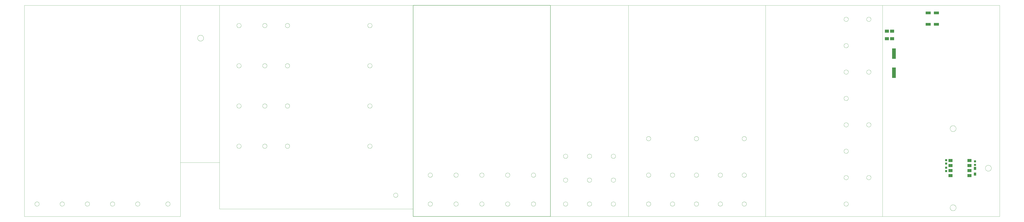
<source format=gbp>
G04 Output by ViewMate Deluxe V11.12.18  PentaLogix*
G04 Tue Jun 13 10:54:00 2017*
%IPPOS*%
%FSLAX25Y25*%
%MOIN*%
%ADD10C,0.0*%
%ADD407C,0.008*%
%ADD408C,0.0*%
%ADD1144R,0.03937X0.04331*%
%ADD1145R,0.076X0.21*%
%ADD1146R,0.07874X0.06299*%
%ADD1147R,0.07874X0.05906*%
%ADD1148R,0.10236X0.05512*%
%ADD1149R,0.04331X0.03937*%
%ADD1150R,0.04724X0.05906*%

%LPD*%
X0Y0D2*D10*G1X1840500Y176800D2*X1840502Y176647D1*X1840508Y176493*X1840518Y176340*X1840532Y176188*X1840550Y176035*X1840572Y175884*X1840597Y175733*X1840627Y175582*X1840661Y175432*X1840698Y175284*X1840739Y175136*X1840784Y174990*X1840833Y174844*X1840886Y174700*X1840942Y174558*X1841002Y174417*X1841066Y174277*X1841133Y174139*X1841204Y174003*X1841279Y173869*X1841356Y173737*X1841438Y173607*X1841522Y173479*X1841610Y173353*X1841701Y173230*X1841795Y173109*X1841893Y172991*X1841993Y172875*X1842097Y172762*X1842203Y172651*X1842312Y172543*X1842424Y172438*X1842538Y172337*X1842656Y172238*X1842775Y172142*X1842897Y172049*X1843022Y171960*X1843149Y171873*X1843278Y171791*X1843409Y171711*X1843542Y171635*X1843677Y171562*X1843814Y171493*X1843953Y171428*X1844093Y171366*X1844235Y171308*X1844378Y171253*X1844523Y171202*X1844669Y171155*X1844816Y171112*X1844964Y171073*X1845113Y171037*X1845263Y171006*X1845414Y170978*X1845565Y170954*X1845718Y170934*X1845870Y170918*X1846023Y170906*X1846176Y170898*X1846329Y170894*X1846483*X1846636Y170898*X1846789Y170906*X1846942Y170918*X1847094Y170934*X1847247Y170954*X1847398Y170978*X1847549Y171006*X1847699Y171037*X1847848Y171073*X1847996Y171112*X1848143Y171155*X1848289Y171202*X1848434Y171253*X1848577Y171308*X1848719Y171366*X1848859Y171428*X1848998Y171493*X1849135Y171562*X1849270Y171635*X1849403Y171711*X1849534Y171791*X1849663Y171873*X1849790Y171960*X1849915Y172049*X1850037Y172142*X1850156Y172238*X1850274Y172337*X1850388Y172438*X1850500Y172543*X1850609Y172651*X1850715Y172762*X1850819Y172875*X1850919Y172991*X1851017Y173109*X1851111Y173230*X1851202Y173353*X1851290Y173479*X1851374Y173607*X1851456Y173737*X1851533Y173869*X1851608Y174003*X1851679Y174139*X1851746Y174277*X1851810Y174417*X1851870Y174558*X1851926Y174700*X1851979Y174844*X1852028Y174990*X1852073Y175136*X1852114Y175284*X1852151Y175432*X1852185Y175582*X1852215Y175733*X1852240Y175884*X1852262Y176035*X1852280Y176188*X1852294Y176340*X1852304Y176493*X1852310Y176647*X1852312Y176800*X1852310Y176953*X1852304Y177107*X1852294Y177260*X1852280Y177412*X1852262Y177565*X1852240Y177716*X1852215Y177867*X1852185Y178018*X1852151Y178168*X1852114Y178316*X1852073Y178464*X1852028Y178610*X1851979Y178756*X1851926Y178900*X1851870Y179042*X1851810Y179183*X1851746Y179323*X1851679Y179461*X1851608Y179597*X1851533Y179731*X1851456Y179863*X1851374Y179993*X1851290Y180121*X1851202Y180247*X1851111Y180370*X1851017Y180491*X1850919Y180609*X1850819Y180725*X1850715Y180838*X1850609Y180949*X1850500Y181057*X1850388Y181162*X1850274Y181263*X1850156Y181362*X1850037Y181458*X1849915Y181551*X1849790Y181640*X1849663Y181727*X1849534Y181809*X1849403Y181889*X1849270Y181965*X1849135Y182038*X1848998Y182107*X1848859Y182172*X1848719Y182234*X1848577Y182292*X1848434Y182347*X1848289Y182398*X1848143Y182445*X1847996Y182488*X1847848Y182527*X1847699Y182563*X1847549Y182594*X1847398Y182622*X1847247Y182646*X1847094Y182666*X1846942Y182682*X1846789Y182694*X1846636Y182702*X1846483Y182706*X1846329*X1846176Y182702*X1846023Y182694*X1845870Y182682*X1845718Y182666*X1845565Y182646*X1845414Y182622*X1845263Y182594*X1845113Y182563*X1844964Y182527*X1844816Y182488*X1844669Y182445*X1844523Y182398*X1844378Y182347*X1844235Y182292*X1844093Y182234*X1843953Y182172*X1843814Y182107*X1843677Y182038*X1843542Y181965*X1843409Y181889*X1843278Y181809*X1843149Y181727*X1843022Y181640*X1842897Y181551*X1842775Y181458*X1842656Y181362*X1842538Y181263*X1842424Y181162*X1842312Y181057*X1842203Y180949*X1842097Y180838*X1841993Y180725*X1841893Y180609*X1841795Y180491*X1841701Y180370*X1841610Y180247*X1841522Y180121*X1841438Y179993*X1841356Y179863*X1841279Y179731*X1841204Y179597*X1841133Y179461*X1841066Y179323*X1841002Y179183*X1840942Y179042*X1840886Y178900*X1840833Y178756*X1840784Y178610*X1840739Y178464*X1840698Y178316*X1840661Y178168*X1840627Y178018*X1840597Y177867*X1840572Y177716*X1840550Y177565*X1840532Y177412*X1840518Y177260*X1840508Y177107*X1840502Y176953*X1840500Y176800*X1910500Y98050D2*X1910502Y97897D1*X1910508Y97743*X1910518Y97590*X1910532Y97438*X1910550Y97285*X1910572Y97134*X1910597Y96983*X1910627Y96832*X1910661Y96682*X1910698Y96534*X1910739Y96386*X1910784Y96240*X1910833Y96094*X1910886Y95950*X1910942Y95808*X1911002Y95667*X1911066Y95527*X1911133Y95389*X1911204Y95253*X1911279Y95119*X1911356Y94987*X1911438Y94857*X1911522Y94729*X1911610Y94603*X1911701Y94480*X1911795Y94359*X1911893Y94241*X1911993Y94125*X1912097Y94012*X1912203Y93901*X1912312Y93793*X1912424Y93688*X1912538Y93587*X1912656Y93488*X1912775Y93392*X1912897Y93299*X1913022Y93210*X1913149Y93123*X1913278Y93041*X1913409Y92961*X1913542Y92885*X1913677Y92812*X1913814Y92743*X1913953Y92678*X1914093Y92616*X1914235Y92558*X1914378Y92503*X1914523Y92452*X1914669Y92405*X1914816Y92362*X1914964Y92323*X1915113Y92287*X1915263Y92256*X1915414Y92228*X1915565Y92204*X1915718Y92184*X1915870Y92168*X1916023Y92156*X1916176Y92148*X1916329Y92144*X1916483*X1916636Y92148*X1916789Y92156*X1916942Y92168*X1917094Y92184*X1917247Y92204*X1917398Y92228*X1917549Y92256*X1917699Y92287*X1917848Y92323*X1917996Y92362*X1918143Y92405*X1918289Y92452*X1918434Y92503*X1918577Y92558*X1918719Y92616*X1918859Y92678*X1918998Y92743*X1919135Y92812*X1919270Y92885*X1919403Y92961*X1919534Y93041*X1919663Y93123*X1919790Y93210*X1919915Y93299*X1920037Y93392*X1920156Y93488*X1920274Y93587*X1920388Y93688*X1920500Y93793*X1920609Y93901*X1920715Y94012*X1920819Y94125*X1920919Y94241*X1921017Y94359*X1921111Y94480*X1921202Y94603*X1921290Y94729*X1921374Y94857*X1921456Y94987*X1921533Y95119*X1921608Y95253*X1921679Y95389*X1921746Y95527*X1921810Y95667*X1921870Y95808*X1921926Y95950*X1921979Y96094*X1922028Y96240*X1922073Y96386*X1922114Y96534*X1922151Y96682*X1922185Y96832*X1922215Y96983*X1922240Y97134*X1922262Y97285*X1922280Y97438*X1922294Y97590*X1922304Y97743*X1922310Y97897*X1922312Y98050*X1922310Y98203*X1922304Y98357*X1922294Y98510*X1922280Y98662*X1922262Y98815*X1922240Y98966*X1922215Y99117*X1922185Y99268*X1922151Y99418*X1922114Y99566*X1922073Y99714*X1922028Y99860*X1921979Y100006*X1921926Y100150*X1921870Y100292*X1921810Y100433*X1921746Y100573*X1921679Y100711*X1921608Y100847*X1921533Y100981*X1921456Y101113*X1921374Y101243*X1921290Y101371*X1921202Y101497*X1921111Y101620*X1921017Y101741*X1920919Y101859*X1920819Y101975*X1920715Y102088*X1920609Y102199*X1920500Y102307*X1920388Y102412*X1920274Y102513*X1920156Y102612*X1920037Y102708*X1919915Y102801*X1919790Y102890*X1919663Y102977*X1919534Y103059*X1919403Y103139*X1919270Y103215*X1919135Y103288*X1918998Y103357*X1918859Y103422*X1918719Y103484*X1918577Y103542*X1918434Y103597*X1918289Y103648*X1918143Y103695*X1917996Y103738*X1917848Y103777*X1917699Y103813*X1917549Y103844*X1917398Y103872*X1917247Y103896*X1917094Y103916*X1916942Y103932*X1916789Y103944*X1916636Y103952*X1916483Y103956*X1916329*X1916176Y103952*X1916023Y103944*X1915870Y103932*X1915718Y103916*X1915565Y103896*X1915414Y103872*X1915263Y103844*X1915113Y103813*X1914964Y103777*X1914816Y103738*X1914669Y103695*X1914523Y103648*X1914378Y103597*X1914235Y103542*X1914093Y103484*X1913953Y103422*X1913814Y103357*X1913677Y103288*X1913542Y103215*X1913409Y103139*X1913278Y103059*X1913149Y102977*X1913022Y102890*X1912897Y102801*X1912775Y102708*X1912656Y102612*X1912538Y102513*X1912424Y102412*X1912312Y102307*X1912203Y102199*X1912097Y102088*X1911993Y101975*X1911893Y101859*X1911795Y101741*X1911701Y101620*X1911610Y101497*X1911522Y101371*X1911438Y101243*X1911356Y101113*X1911279Y100981*X1911204Y100847*X1911133Y100711*X1911066Y100573*X1911002Y100433*X1910942Y100292*X1910886Y100150*X1910833Y100006*X1910784Y99860*X1910739Y99714*X1910698Y99566*X1910661Y99418*X1910627Y99268*X1910597Y99117*X1910572Y98966*X1910550Y98815*X1910532Y98662*X1910518Y98510*X1910508Y98357*X1910502Y98203*X1910500Y98050*X1840500Y19300D2*X1840502Y19147D1*X1840508Y18993*X1840518Y18840*X1840532Y18688*X1840550Y18535*X1840572Y18384*X1840597Y18233*X1840627Y18082*X1840661Y17932*X1840698Y17784*X1840739Y17636*X1840784Y17490*X1840833Y17344*X1840886Y17200*X1840942Y17058*X1841002Y16917*X1841066Y16777*X1841133Y16639*X1841204Y16503*X1841279Y16369*X1841356Y16237*X1841438Y16107*X1841522Y15979*X1841610Y15853*X1841701Y15730*X1841795Y15609*X1841893Y15491*X1841993Y15375*X1842097Y15262*X1842203Y15151*X1842312Y15043*X1842424Y14938*X1842538Y14837*X1842656Y14738*X1842775Y14642*X1842897Y14549*X1843022Y14460*X1843149Y14373*X1843278Y14291*X1843409Y14211*X1843542Y14135*X1843677Y14062*X1843814Y13993*X1843953Y13928*X1844093Y13866*X1844235Y13808*X1844378Y13753*X1844523Y13702*X1844669Y13655*X1844816Y13612*X1844964Y13573*X1845113Y13537*X1845263Y13506*X1845414Y13478*X1845565Y13454*X1845718Y13434*X1845870Y13418*X1846023Y13406*X1846176Y13398*X1846329Y13394*X1846483*X1846636Y13398*X1846789Y13406*X1846942Y13418*X1847094Y13434*X1847247Y13454*X1847398Y13478*X1847549Y13506*X1847699Y13537*X1847848Y13573*X1847996Y13612*X1848143Y13655*X1848289Y13702*X1848434Y13753*X1848577Y13808*X1848719Y13866*X1848859Y13928*X1848998Y13993*X1849135Y14062*X1849270Y14135*X1849403Y14211*X1849534Y14291*X1849663Y14373*X1849790Y14460*X1849915Y14549*X1850037Y14642*X1850156Y14738*X1850274Y14837*X1850388Y14938*X1850500Y15043*X1850609Y15151*X1850715Y15262*X1850819Y15375*X1850919Y15491*X1851017Y15609*X1851111Y15730*X1851202Y15853*X1851290Y15979*X1851374Y16107*X1851456Y16237*X1851533Y16369*X1851608Y16503*X1851679Y16639*X1851746Y16777*X1851810Y16917*X1851870Y17058*X1851926Y17200*X1851979Y17344*X1852028Y17490*X1852073Y17636*X1852114Y17784*X1852151Y17932*X1852185Y18082*X1852215Y18233*X1852240Y18384*X1852262Y18535*X1852280Y18688*X1852294Y18840*X1852304Y18993*X1852310Y19147*X1852312Y19300*X1852310Y19453*X1852304Y19607*X1852294Y19760*X1852280Y19912*X1852262Y20065*X1852240Y20216*X1852215Y20367*X1852185Y20518*X1852151Y20668*X1852114Y20816*X1852073Y20964*X1852028Y21110*X1851979Y21256*X1851926Y21400*X1851870Y21542*X1851810Y21683*X1851746Y21823*X1851679Y21961*X1851608Y22097*X1851533Y22231*X1851456Y22363*X1851374Y22493*X1851290Y22621*X1851202Y22747*X1851111Y22870*X1851017Y22991*X1850919Y23109*X1850819Y23225*X1850715Y23338*X1850609Y23449*X1850500Y23557*X1850388Y23662*X1850274Y23763*X1850156Y23862*X1850037Y23958*X1849915Y24051*X1849790Y24140*X1849663Y24227*X1849534Y24309*X1849403Y24389*X1849270Y24465*X1849135Y24538*X1848998Y24607*X1848859Y24672*X1848719Y24734*X1848577Y24792*X1848434Y24847*X1848289Y24898*X1848143Y24945*X1847996Y24988*X1847848Y25027*X1847699Y25063*X1847549Y25094*X1847398Y25122*X1847247Y25146*X1847094Y25166*X1846942Y25182*X1846789Y25194*X1846636Y25202*X1846483Y25206*X1846329*X1846176Y25202*X1846023Y25194*X1845870Y25182*X1845718Y25166*X1845565Y25146*X1845414Y25122*X1845263Y25094*X1845113Y25063*X1844964Y25027*X1844816Y24988*X1844669Y24945*X1844523Y24898*X1844378Y24847*X1844235Y24792*X1844093Y24734*X1843953Y24672*X1843814Y24607*X1843677Y24538*X1843542Y24465*X1843409Y24389*X1843278Y24309*X1843149Y24227*X1843022Y24140*X1842897Y24051*X1842775Y23958*X1842656Y23862*X1842538Y23763*X1842424Y23662*X1842312Y23557*X1842203Y23449*X1842097Y23338*X1841993Y23225*X1841893Y23109*X1841795Y22991*X1841701Y22870*X1841610Y22747*X1841522Y22621*X1841438Y22493*X1841356Y22363*X1841279Y22231*X1841204Y22097*X1841133Y21961*X1841066Y21823*X1841002Y21683*X1840942Y21542*X1840886Y21400*X1840833Y21256*X1840784Y21110*X1840739Y20964*X1840698Y20816*X1840661Y20668*X1840627Y20518*X1840597Y20367*X1840572Y20216*X1840550Y20065*X1840532Y19912*X1840518Y19760*X1840508Y19607*X1840502Y19453*X1840500Y19300*X1706484Y1800D2*Y421800D1*X1938906*Y1800*X1706484*X1674653Y79300D2*X1674655Y79169D1*X1674661Y79037*X1674671Y78906*X1674685Y78775*X1674703Y78645*X1674725Y78516*X1674750Y78387*X1674780Y78259*X1674814Y78132*X1674851Y78005*X1674892Y77881*X1674937Y77757*X1674986Y77635*X1675038Y77514*X1675094Y77396*X1675154Y77278*X1675217Y77163*X1675284Y77050*X1675354Y76938*X1675427Y76829*X1675503Y76723*X1675583Y76618*X1675666Y76516*X1675752Y76417*X1675841Y76320*X1675933Y76226*X1676028Y76135*X1676125Y76046*X1676225Y75961*X1676328Y75879*X1676433Y75800*X1676540Y75724*X1676650Y75652*X1676762Y75583*X1676876Y75517*X1676991Y75455*X1677109Y75396*X1677228Y75341*X1677349Y75289*X1677472Y75242*X1677596Y75198*X1677721Y75157*X1677847Y75121*X1677975Y75088*X1678103Y75060*X1678232Y75035*X1678362Y75014*X1678492Y74997*X1678623Y74984*X1678754Y74975*X1678885Y74970*X1679017Y74969*X1679148Y74972*X1679280Y74979*X1679411Y74990*X1679541Y75005*X1679671Y75024*X1679801Y75047*X1679929Y75073*X1680057Y75104*X1680184Y75139*X1680310Y75177*X1680434Y75219*X1680558Y75265*X1680679Y75315*X1680799Y75368*X1680918Y75425*X1681035Y75485*X1681150Y75549*X1681262Y75617*X1681373Y75688*X1681482Y75762*X1681588Y75839*X1681692Y75920*X1681793Y76003*X1681892Y76090*X1681988Y76180*X1682081Y76273*X1682172Y76368*X1682259Y76466*X1682344Y76567*X1682425Y76670*X1682503Y76776*X1682578Y76884*X1682650Y76994*X1682718Y77106*X1682783Y77220*X1682844Y77337*X1682902Y77455*X1682956Y77575*X1683007Y77696*X1683054Y77819*X1683097Y77943*X1683136Y78068*X1683172Y78195*X1683203Y78323*X1683231Y78451*X1683255Y78580*X1683275Y78710*X1683291Y78841*X1683303Y78972*X1683311Y79103*X1683315Y79234*Y79366*X1683311Y79497*X1683303Y79628*X1683291Y79759*X1683275Y79890*X1683255Y80020*X1683231Y80149*X1683203Y80277*X1683172Y80405*X1683136Y80532*X1683097Y80657*X1683054Y80781*X1683007Y80904*X1682956Y81025*X1682902Y81145*X1682844Y81263*X1682783Y81380*X1682718Y81494*X1682650Y81606*X1682578Y81716*X1682503Y81824*X1682425Y81930*X1682344Y82033*X1682259Y82134*X1682172Y82232*X1682081Y82327*X1681988Y82420*X1681892Y82510*X1681793Y82597*X1681692Y82680*X1681588Y82761*X1681482Y82838*X1681373Y82912*X1681262Y82983*X1681149Y83051*X1681035Y83115*X1680918Y83175*X1680799Y83232*X1680679Y83285*X1680558Y83335*X1680434Y83381*X1680310Y83423*X1680184Y83461*X1680057Y83496*X1679929Y83527*X1679801Y83553*X1679671Y83576*X1679541Y83595*X1679411Y83610*X1679280Y83621*X1679148Y83628*X1679017Y83631*X1678885Y83630*X1678754Y83625*X1678623Y83616*X1678492Y83603*X1678362Y83586*X1678232Y83565*X1678103Y83540*X1677975Y83512*X1677847Y83479*X1677721Y83443*X1677596Y83402*X1677472Y83358*X1677349Y83311*X1677228Y83259*X1677109Y83204*X1676991Y83145*X1676876Y83083*X1676762Y83017*X1676650Y82948*X1676540Y82876*X1676433Y82800*X1676328Y82721*X1676225Y82639*X1676125Y82554*X1676028Y82465*X1675933Y82374*X1675841Y82280*X1675752Y82183*X1675666Y82084*X1675583Y81982*X1675503Y81877*X1675427Y81771*X1675354Y81662*X1675284Y81550*X1675217Y81437*X1675154Y81322*X1675094Y81204*X1675038Y81086*X1674986Y80965*X1674937Y80843*X1674892Y80719*X1674851Y80595*X1674814Y80468*X1674780Y80341*X1674750Y80213*X1674725Y80084*X1674703Y79955*X1674685Y79825*X1674671Y79694*X1674661Y79563*X1674655Y79431*X1674653Y79300*Y184300D2*X1674655Y184169D1*X1674661Y184037*X1674671Y183906*X1674685Y183775*X1674703Y183645*X1674725Y183516*X1674750Y183387*X1674780Y183259*X1674814Y183132*X1674851Y183005*X1674892Y182881*X1674937Y182757*X1674986Y182635*X1675038Y182514*X1675094Y182396*X1675154Y182278*X1675217Y182163*X1675284Y182050*X1675354Y181938*X1675427Y181829*X1675503Y181723*X1675583Y181618*X1675666Y181516*X1675752Y181417*X1675841Y181320*X1675933Y181226*X1676028Y181135*X1676125Y181046*X1676225Y180961*X1676328Y180879*X1676433Y180800*X1676540Y180724*X1676650Y180652*X1676762Y180583*X1676876Y180517*X1676991Y180455*X1677109Y180396*X1677228Y180341*X1677349Y180289*X1677472Y180242*X1677596Y180198*X1677721Y180157*X1677847Y180121*X1677975Y180088*X1678103Y180060*X1678232Y180035*X1678362Y180014*X1678492Y179997*X1678623Y179984*X1678754Y179975*X1678885Y179970*X1679017Y179969*X1679148Y179972*X1679280Y179979*X1679411Y179990*X1679541Y180005*X1679671Y180024*X1679801Y180047*X1679929Y180073*X1680057Y180104*X1680184Y180139*X1680310Y180177*X1680434Y180219*X1680558Y180265*X1680679Y180315*X1680799Y180368*X1680918Y180425*X1681035Y180485*X1681150Y180549*X1681262Y180617*X1681373Y180688*X1681482Y180762*X1681588Y180839*X1681692Y180920*X1681793Y181003*X1681892Y181090*X1681988Y181180*X1682081Y181273*X1682172Y181368*X1682259Y181466*X1682344Y181567*X1682425Y181670*X1682503Y181776*X1682578Y181884*X1682650Y181994*X1682718Y182106*X1682783Y182220*X1682844Y182337*X1682902Y182455*X1682956Y182575*X1683007Y182696*X1683054Y182819*X1683097Y182943*X1683136Y183068*X1683172Y183195*X1683203Y183323*X1683231Y183451*X1683255Y183580*X1683275Y183710*X1683291Y183841*X1683303Y183972*X1683311Y184103*X1683315Y184234*Y184366*X1683311Y184497*X1683303Y184628*X1683291Y184759*X1683275Y184890*X1683255Y185020*X1683231Y185149*X1683203Y185277*X1683172Y185405*X1683136Y185532*X1683097Y185657*X1683054Y185781*X1683007Y185904*X1682956Y186025*X1682902Y186145*X1682844Y186263*X1682783Y186380*X1682718Y186494*X1682650Y186606*X1682578Y186716*X1682503Y186824*X1682425Y186930*X1682344Y187033*X1682259Y187134*X1682172Y187232*X1682081Y187327*X1681988Y187420*X1681892Y187510*X1681793Y187597*X1681692Y187680*X1681588Y187761*X1681482Y187838*X1681373Y187912*X1681262Y187983*X1681149Y188051*X1681035Y188115*X1680918Y188175*X1680799Y188232*X1680679Y188285*X1680558Y188335*X1680434Y188381*X1680310Y188423*X1680184Y188461*X1680057Y188496*X1679929Y188527*X1679801Y188553*X1679671Y188576*X1679541Y188595*X1679411Y188610*X1679280Y188621*X1679148Y188628*X1679017Y188631*X1678885Y188630*X1678754Y188625*X1678623Y188616*X1678492Y188603*X1678362Y188586*X1678232Y188565*X1678103Y188540*X1677975Y188512*X1677847Y188479*X1677721Y188443*X1677596Y188402*X1677472Y188358*X1677349Y188311*X1677228Y188259*X1677109Y188204*X1676991Y188145*X1676876Y188083*X1676762Y188017*X1676650Y187948*X1676540Y187876*X1676433Y187800*X1676328Y187721*X1676225Y187639*X1676125Y187554*X1676028Y187465*X1675933Y187374*X1675841Y187280*X1675752Y187183*X1675666Y187084*X1675583Y186982*X1675503Y186877*X1675427Y186771*X1675354Y186662*X1675284Y186550*X1675217Y186437*X1675154Y186322*X1675094Y186204*X1675038Y186086*X1674986Y185965*X1674937Y185843*X1674892Y185719*X1674851Y185595*X1674814Y185468*X1674780Y185341*X1674750Y185213*X1674725Y185084*X1674703Y184955*X1674685Y184825*X1674671Y184694*X1674661Y184563*X1674655Y184431*X1674653Y184300*Y289300D2*X1674655Y289169D1*X1674661Y289037*X1674671Y288906*X1674685Y288775*X1674703Y288645*X1674725Y288516*X1674750Y288387*X1674780Y288259*X1674814Y288132*X1674851Y288005*X1674892Y287881*X1674937Y287757*X1674986Y287635*X1675038Y287514*X1675094Y287396*X1675154Y287278*X1675217Y287163*X1675284Y287050*X1675354Y286938*X1675427Y286829*X1675503Y286723*X1675583Y286618*X1675666Y286516*X1675752Y286417*X1675841Y286320*X1675933Y286226*X1676028Y286135*X1676125Y286046*X1676225Y285961*X1676328Y285879*X1676433Y285800*X1676540Y285724*X1676650Y285652*X1676762Y285583*X1676876Y285517*X1676991Y285455*X1677109Y285396*X1677228Y285341*X1677349Y285289*X1677472Y285242*X1677596Y285198*X1677721Y285157*X1677847Y285121*X1677975Y285088*X1678103Y285060*X1678232Y285035*X1678362Y285014*X1678492Y284997*X1678623Y284984*X1678754Y284975*X1678885Y284970*X1679017Y284969*X1679148Y284972*X1679280Y284979*X1679411Y284990*X1679541Y285005*X1679671Y285024*X1679801Y285047*X1679929Y285073*X1680057Y285104*X1680184Y285139*X1680310Y285177*X1680434Y285219*X1680558Y285265*X1680679Y285315*X1680799Y285368*X1680918Y285425*X1681035Y285485*X1681150Y285549*X1681262Y285617*X1681373Y285688*X1681482Y285762*X1681588Y285839*X1681692Y285920*X1681793Y286003*X1681892Y286090*X1681988Y286180*X1682081Y286273*X1682172Y286368*X1682259Y286466*X1682344Y286567*X1682425Y286670*X1682503Y286776*X1682578Y286884*X1682650Y286994*X1682718Y287106*X1682783Y287220*X1682844Y287337*X1682902Y287455*X1682956Y287575*X1683007Y287696*X1683054Y287819*X1683097Y287943*X1683136Y288068*X1683172Y288195*X1683203Y288323*X1683231Y288451*X1683255Y288580*X1683275Y288710*X1683291Y288841*X1683303Y288972*X1683311Y289103*X1683315Y289234*Y289366*X1683311Y289497*X1683303Y289628*X1683291Y289759*X1683275Y289890*X1683255Y290020*X1683231Y290149*X1683203Y290277*X1683172Y290405*X1683136Y290532*X1683097Y290657*X1683054Y290781*X1683007Y290904*X1682956Y291025*X1682902Y291145*X1682844Y291263*X1682783Y291380*X1682718Y291494*X1682650Y291606*X1682578Y291716*X1682503Y291824*X1682425Y291930*X1682344Y292033*X1682259Y292134*X1682172Y292232*X1682081Y292327*X1681988Y292420*X1681892Y292510*X1681793Y292597*X1681692Y292680*X1681588Y292761*X1681482Y292838*X1681373Y292912*X1681262Y292983*X1681149Y293051*X1681035Y293115*X1680918Y293175*X1680799Y293232*X1680679Y293285*X1680558Y293335*X1680434Y293381*X1680310Y293423*X1680184Y293461*X1680057Y293496*X1679929Y293527*X1679801Y293553*X1679671Y293576*X1679541Y293595*X1679411Y293610*X1679280Y293621*X1679148Y293628*X1679017Y293631*X1678885Y293630*X1678754Y293625*X1678623Y293616*X1678492Y293603*X1678362Y293586*X1678232Y293565*X1678103Y293540*X1677975Y293512*X1677847Y293479*X1677721Y293443*X1677596Y293402*X1677472Y293358*X1677349Y293311*X1677228Y293259*X1677109Y293204*X1676991Y293145*X1676876Y293083*X1676762Y293017*X1676650Y292948*X1676540Y292876*X1676433Y292800*X1676328Y292721*X1676225Y292639*X1676125Y292554*X1676028Y292465*X1675933Y292374*X1675841Y292280*X1675752Y292183*X1675666Y292084*X1675583Y291982*X1675503Y291877*X1675427Y291771*X1675354Y291662*X1675284Y291550*X1675217Y291437*X1675154Y291322*X1675094Y291204*X1675038Y291086*X1674986Y290965*X1674937Y290843*X1674892Y290719*X1674851Y290595*X1674814Y290468*X1674780Y290341*X1674750Y290213*X1674725Y290084*X1674703Y289955*X1674685Y289825*X1674671Y289694*X1674661Y289563*X1674655Y289431*X1674653Y289300*Y394300D2*X1674655Y394169D1*X1674661Y394037*X1674671Y393906*X1674685Y393775*X1674703Y393645*X1674725Y393516*X1674750Y393387*X1674780Y393259*X1674814Y393132*X1674851Y393005*X1674892Y392881*X1674937Y392757*X1674986Y392635*X1675038Y392514*X1675094Y392396*X1675154Y392278*X1675217Y392163*X1675284Y392050*X1675354Y391938*X1675427Y391829*X1675503Y391723*X1675583Y391618*X1675666Y391516*X1675752Y391417*X1675841Y391320*X1675933Y391226*X1676028Y391135*X1676125Y391046*X1676225Y390961*X1676328Y390879*X1676433Y390800*X1676540Y390724*X1676650Y390652*X1676762Y390583*X1676876Y390517*X1676991Y390455*X1677109Y390396*X1677228Y390341*X1677349Y390289*X1677472Y390242*X1677596Y390198*X1677721Y390157*X1677847Y390121*X1677975Y390088*X1678103Y390060*X1678232Y390035*X1678362Y390014*X1678492Y389997*X1678623Y389984*X1678754Y389975*X1678885Y389970*X1679017Y389969*X1679148Y389972*X1679280Y389979*X1679411Y389990*X1679541Y390005*X1679671Y390024*X1679801Y390047*X1679929Y390073*X1680057Y390104*X1680184Y390139*X1680310Y390177*X1680434Y390219*X1680558Y390265*X1680679Y390315*X1680799Y390368*X1680918Y390425*X1681035Y390485*X1681150Y390549*X1681262Y390617*X1681373Y390688*X1681482Y390762*X1681588Y390839*X1681692Y390920*X1681793Y391003*X1681892Y391090*X1681988Y391180*X1682081Y391273*X1682172Y391368*X1682259Y391466*X1682344Y391567*X1682425Y391670*X1682503Y391776*X1682578Y391884*X1682650Y391994*X1682718Y392106*X1682783Y392220*X1682844Y392337*X1682902Y392455*X1682956Y392575*X1683007Y392696*X1683054Y392819*X1683097Y392943*X1683136Y393068*X1683172Y393195*X1683203Y393323*X1683231Y393451*X1683255Y393580*X1683275Y393710*X1683291Y393841*X1683303Y393972*X1683311Y394103*X1683315Y394234*Y394366*X1683311Y394497*X1683303Y394628*X1683291Y394759*X1683275Y394890*X1683255Y395020*X1683231Y395149*X1683203Y395277*X1683172Y395405*X1683136Y395532*X1683097Y395657*X1683054Y395781*X1683007Y395904*X1682956Y396025*X1682902Y396145*X1682844Y396263*X1682783Y396380*X1682718Y396494*X1682650Y396606*X1682578Y396716*X1682503Y396824*X1682425Y396930*X1682344Y397033*X1682259Y397134*X1682172Y397232*X1682081Y397327*X1681988Y397420*X1681892Y397510*X1681793Y397597*X1681692Y397680*X1681588Y397761*X1681482Y397838*X1681373Y397912*X1681262Y397983*X1681149Y398051*X1681035Y398115*X1680918Y398175*X1680799Y398232*X1680679Y398285*X1680558Y398335*X1680434Y398381*X1680310Y398423*X1680184Y398461*X1680057Y398496*X1679929Y398527*X1679801Y398553*X1679671Y398576*X1679541Y398595*X1679411Y398610*X1679280Y398621*X1679148Y398628*X1679017Y398631*X1678885Y398630*X1678754Y398625*X1678623Y398616*X1678492Y398603*X1678362Y398586*X1678232Y398565*X1678103Y398540*X1677975Y398512*X1677847Y398479*X1677721Y398443*X1677596Y398402*X1677472Y398358*X1677349Y398311*X1677228Y398259*X1677109Y398204*X1676991Y398145*X1676876Y398083*X1676762Y398017*X1676650Y397948*X1676540Y397876*X1676433Y397800*X1676328Y397721*X1676225Y397639*X1676125Y397554*X1676028Y397465*X1675933Y397374*X1675841Y397280*X1675752Y397183*X1675666Y397084*X1675583Y396982*X1675503Y396877*X1675427Y396771*X1675354Y396662*X1675284Y396550*X1675217Y396437*X1675154Y396322*X1675094Y396204*X1675038Y396086*X1674986Y395965*X1674937Y395843*X1674892Y395719*X1674851Y395595*X1674814Y395468*X1674780Y395341*X1674750Y395213*X1674725Y395084*X1674703Y394955*X1674685Y394825*X1674671Y394694*X1674661Y394563*X1674655Y394431*X1674653Y394300*X1629653D2*X1629655Y394169D1*X1629661Y394037*X1629671Y393906*X1629685Y393775*X1629703Y393645*X1629725Y393516*X1629750Y393387*X1629780Y393259*X1629814Y393132*X1629851Y393005*X1629892Y392881*X1629937Y392757*X1629986Y392635*X1630038Y392514*X1630094Y392396*X1630154Y392278*X1630217Y392163*X1630284Y392050*X1630354Y391938*X1630427Y391829*X1630503Y391723*X1630583Y391618*X1630666Y391516*X1630752Y391417*X1630841Y391320*X1630933Y391226*X1631028Y391135*X1631125Y391046*X1631225Y390961*X1631328Y390879*X1631433Y390800*X1631540Y390724*X1631650Y390652*X1631762Y390583*X1631876Y390517*X1631991Y390455*X1632109Y390396*X1632228Y390341*X1632349Y390289*X1632472Y390242*X1632596Y390198*X1632721Y390157*X1632847Y390121*X1632975Y390088*X1633103Y390060*X1633232Y390035*X1633362Y390014*X1633492Y389997*X1633623Y389984*X1633754Y389975*X1633885Y389970*X1634017Y389969*X1634148Y389972*X1634280Y389979*X1634411Y389990*X1634541Y390005*X1634671Y390024*X1634801Y390047*X1634929Y390073*X1635057Y390104*X1635184Y390139*X1635310Y390177*X1635434Y390219*X1635558Y390265*X1635679Y390315*X1635799Y390368*X1635918Y390425*X1636035Y390485*X1636150Y390549*X1636262Y390617*X1636373Y390688*X1636482Y390762*X1636588Y390839*X1636692Y390920*X1636793Y391003*X1636892Y391090*X1636988Y391180*X1637081Y391273*X1637172Y391368*X1637259Y391466*X1637344Y391567*X1637425Y391670*X1637503Y391776*X1637578Y391884*X1637650Y391994*X1637718Y392106*X1637783Y392220*X1637844Y392337*X1637902Y392455*X1637956Y392575*X1638007Y392696*X1638054Y392819*X1638097Y392943*X1638136Y393068*X1638172Y393195*X1638203Y393323*X1638231Y393451*X1638255Y393580*X1638275Y393710*X1638291Y393841*X1638303Y393972*X1638311Y394103*X1638315Y394234*Y394366*X1638311Y394497*X1638303Y394628*X1638291Y394759*X1638275Y394890*X1638255Y395020*X1638231Y395149*X1638203Y395277*X1638172Y395405*X1638136Y395532*X1638097Y395657*X1638054Y395781*X1638007Y395904*X1637956Y396025*X1637902Y396145*X1637844Y396263*X1637783Y396380*X1637718Y396494*X1637650Y396606*X1637578Y396716*X1637503Y396824*X1637425Y396930*X1637344Y397033*X1637259Y397134*X1637172Y397232*X1637081Y397327*X1636988Y397420*X1636892Y397510*X1636793Y397597*X1636692Y397680*X1636588Y397761*X1636482Y397838*X1636373Y397912*X1636262Y397983*X1636149Y398051*X1636035Y398115*X1635918Y398175*X1635799Y398232*X1635679Y398285*X1635558Y398335*X1635434Y398381*X1635310Y398423*X1635184Y398461*X1635057Y398496*X1634929Y398527*X1634801Y398553*X1634671Y398576*X1634541Y398595*X1634411Y398610*X1634280Y398621*X1634148Y398628*X1634017Y398631*X1633885Y398630*X1633754Y398625*X1633623Y398616*X1633492Y398603*X1633362Y398586*X1633232Y398565*X1633103Y398540*X1632975Y398512*X1632847Y398479*X1632721Y398443*X1632596Y398402*X1632472Y398358*X1632349Y398311*X1632228Y398259*X1632109Y398204*X1631991Y398145*X1631876Y398083*X1631762Y398017*X1631650Y397948*X1631540Y397876*X1631433Y397800*X1631328Y397721*X1631225Y397639*X1631125Y397554*X1631028Y397465*X1630933Y397374*X1630841Y397280*X1630752Y397183*X1630666Y397084*X1630583Y396982*X1630503Y396877*X1630427Y396771*X1630354Y396662*X1630284Y396550*X1630217Y396437*X1630154Y396322*X1630094Y396204*X1630038Y396086*X1629986Y395965*X1629937Y395843*X1629892Y395719*X1629851Y395595*X1629814Y395468*X1629780Y395341*X1629750Y395213*X1629725Y395084*X1629703Y394955*X1629685Y394825*X1629671Y394694*X1629661Y394563*X1629655Y394431*X1629653Y394300*Y341800D2*X1629655Y341669D1*X1629661Y341537*X1629671Y341406*X1629685Y341275*X1629703Y341145*X1629725Y341016*X1629750Y340887*X1629780Y340759*X1629814Y340632*X1629851Y340505*X1629892Y340381*X1629937Y340257*X1629986Y340135*X1630038Y340014*X1630094Y339896*X1630154Y339778*X1630217Y339663*X1630284Y339550*X1630354Y339438*X1630427Y339329*X1630503Y339223*X1630583Y339118*X1630666Y339016*X1630752Y338917*X1630841Y338820*X1630933Y338726*X1631028Y338635*X1631125Y338546*X1631225Y338461*X1631328Y338379*X1631433Y338300*X1631540Y338224*X1631650Y338152*X1631762Y338083*X1631876Y338017*X1631991Y337955*X1632109Y337896*X1632228Y337841*X1632349Y337789*X1632472Y337742*X1632596Y337698*X1632721Y337657*X1632847Y337621*X1632975Y337588*X1633103Y337560*X1633232Y337535*X1633362Y337514*X1633492Y337497*X1633623Y337484*X1633754Y337475*X1633885Y337470*X1634017Y337469*X1634148Y337472*X1634280Y337479*X1634411Y337490*X1634541Y337505*X1634671Y337524*X1634801Y337547*X1634929Y337573*X1635057Y337604*X1635184Y337639*X1635310Y337677*X1635434Y337719*X1635558Y337765*X1635679Y337815*X1635799Y337868*X1635918Y337925*X1636035Y337985*X1636150Y338049*X1636262Y338117*X1636373Y338188*X1636482Y338262*X1636588Y338339*X1636692Y338420*X1636793Y338503*X1636892Y338590*X1636988Y338680*X1637081Y338773*X1637172Y338868*X1637259Y338966*X1637344Y339067*X1637425Y339170*X1637503Y339276*X1637578Y339384*X1637650Y339494*X1637718Y339606*X1637783Y339720*X1637844Y339837*X1637902Y339955*X1637956Y340075*X1638007Y340196*X1638054Y340319*X1638097Y340443*X1638136Y340568*X1638172Y340695*X1638203Y340823*X1638231Y340951*X1638255Y341080*X1638275Y341210*X1638291Y341341*X1638303Y341472*X1638311Y341603*X1638315Y341734*Y341866*X1638311Y341997*X1638303Y342128*X1638291Y342259*X1638275Y342390*X1638255Y342520*X1638231Y342649*X1638203Y342777*X1638172Y342905*X1638136Y343032*X1638097Y343157*X1638054Y343281*X1638007Y343404*X1637956Y343525*X1637902Y343645*X1637844Y343763*X1637783Y343880*X1637718Y343994*X1637650Y344106*X1637578Y344216*X1637503Y344324*X1637425Y344430*X1637344Y344533*X1637259Y344634*X1637172Y344732*X1637081Y344827*X1636988Y344920*X1636892Y345010*X1636793Y345097*X1636692Y345180*X1636588Y345261*X1636482Y345338*X1636373Y345412*X1636262Y345483*X1636149Y345551*X1636035Y345615*X1635918Y345675*X1635799Y345732*X1635679Y345785*X1635558Y345835*X1635434Y345881*X1635310Y345923*X1635184Y345961*X1635057Y345996*X1634929Y346027*X1634801Y346053*X1634671Y346076*X1634541Y346095*X1634411Y346110*X1634280Y346121*X1634148Y346128*X1634017Y346131*X1633885Y346130*X1633754Y346125*X1633623Y346116*X1633492Y346103*X1633362Y346086*X1633232Y346065*X1633103Y346040*X1632975Y346012*X1632847Y345979*X1632721Y345943*X1632596Y345902*X1632472Y345858*X1632349Y345811*X1632228Y345759*X1632109Y345704*X1631991Y345645*X1631876Y345583*X1631762Y345517*X1631650Y345448*X1631540Y345376*X1631433Y345300*X1631328Y345221*X1631225Y345139*X1631125Y345054*X1631028Y344965*X1630933Y344874*X1630841Y344780*X1630752Y344683*X1630666Y344584*X1630583Y344482*X1630503Y344377*X1630427Y344271*X1630354Y344162*X1630284Y344050*X1630217Y343937*X1630154Y343822*X1630094Y343704*X1630038Y343586*X1629986Y343465*X1629937Y343343*X1629892Y343219*X1629851Y343095*X1629814Y342968*X1629780Y342841*X1629750Y342713*X1629725Y342584*X1629703Y342455*X1629685Y342325*X1629671Y342194*X1629661Y342063*X1629655Y341931*X1629653Y341800*Y289300D2*X1629655Y289169D1*X1629661Y289037*X1629671Y288906*X1629685Y288775*X1629703Y288645*X1629725Y288516*X1629750Y288387*X1629780Y288259*X1629814Y288132*X1629851Y288005*X1629892Y287881*X1629937Y287757*X1629986Y287635*X1630038Y287514*X1630094Y287396*X1630154Y287278*X1630217Y287163*X1630284Y287050*X1630354Y286938*X1630427Y286829*X1630503Y286723*X1630583Y286618*X1630666Y286516*X1630752Y286417*X1630841Y286320*X1630933Y286226*X1631028Y286135*X1631125Y286046*X1631225Y285961*X1631328Y285879*X1631433Y285800*X1631540Y285724*X1631650Y285652*X1631762Y285583*X1631876Y285517*X1631991Y285455*X1632109Y285396*X1632228Y285341*X1632349Y285289*X1632472Y285242*X1632596Y285198*X1632721Y285157*X1632847Y285121*X1632975Y285088*X1633103Y285060*X1633232Y285035*X1633362Y285014*X1633492Y284997*X1633623Y284984*X1633754Y284975*X1633885Y284970*X1634017Y284969*X1634148Y284972*X1634280Y284979*X1634411Y284990*X1634541Y285005*X1634671Y285024*X1634801Y285047*X1634929Y285073*X1635057Y285104*X1635184Y285139*X1635310Y285177*X1635434Y285219*X1635558Y285265*X1635679Y285315*X1635799Y285368*X1635918Y285425*X1636035Y285485*X1636150Y285549*X1636262Y285617*X1636373Y285688*X1636482Y285762*X1636588Y285839*X1636692Y285920*X1636793Y286003*X1636892Y286090*X1636988Y286180*X1637081Y286273*X1637172Y286368*X1637259Y286466*X1637344Y286567*X1637425Y286670*X1637503Y286776*X1637578Y286884*X1637650Y286994*X1637718Y287106*X1637783Y287220*X1637844Y287337*X1637902Y287455*X1637956Y287575*X1638007Y287696*X1638054Y287819*X1638097Y287943*X1638136Y288068*X1638172Y288195*X1638203Y288323*X1638231Y288451*X1638255Y288580*X1638275Y288710*X1638291Y288841*X1638303Y288972*X1638311Y289103*X1638315Y289234*Y289366*X1638311Y289497*X1638303Y289628*X1638291Y289759*X1638275Y289890*X1638255Y290020*X1638231Y290149*X1638203Y290277*X1638172Y290405*X1638136Y290532*X1638097Y290657*X1638054Y290781*X1638007Y290904*X1637956Y291025*X1637902Y291145*X1637844Y291263*X1637783Y291380*X1637718Y291494*X1637650Y291606*X1637578Y291716*X1637503Y291824*X1637425Y291930*X1637344Y292033*X1637259Y292134*X1637172Y292232*X1637081Y292327*X1636988Y292420*X1636892Y292510*X1636793Y292597*X1636692Y292680*X1636588Y292761*X1636482Y292838*X1636373Y292912*X1636262Y292983*X1636149Y293051*X1636035Y293115*X1635918Y293175*X1635799Y293232*X1635679Y293285*X1635558Y293335*X1635434Y293381*X1635310Y293423*X1635184Y293461*X1635057Y293496*X1634929Y293527*X1634801Y293553*X1634671Y293576*X1634541Y293595*X1634411Y293610*X1634280Y293621*X1634148Y293628*X1634017Y293631*X1633885Y293630*X1633754Y293625*X1633623Y293616*X1633492Y293603*X1633362Y293586*X1633232Y293565*X1633103Y293540*X1632975Y293512*X1632847Y293479*X1632721Y293443*X1632596Y293402*X1632472Y293358*X1632349Y293311*X1632228Y293259*X1632109Y293204*X1631991Y293145*X1631876Y293083*X1631762Y293017*X1631650Y292948*X1631540Y292876*X1631433Y292800*X1631328Y292721*X1631225Y292639*X1631125Y292554*X1631028Y292465*X1630933Y292374*X1630841Y292280*X1630752Y292183*X1630666Y292084*X1630583Y291982*X1630503Y291877*X1630427Y291771*X1630354Y291662*X1630284Y291550*X1630217Y291437*X1630154Y291322*X1630094Y291204*X1630038Y291086*X1629986Y290965*X1629937Y290843*X1629892Y290719*X1629851Y290595*X1629814Y290468*X1629780Y290341*X1629750Y290213*X1629725Y290084*X1629703Y289955*X1629685Y289825*X1629671Y289694*X1629661Y289563*X1629655Y289431*X1629653Y289300*Y236800D2*X1629655Y236669D1*X1629661Y236537*X1629671Y236406*X1629685Y236275*X1629703Y236145*X1629725Y236016*X1629750Y235887*X1629780Y235759*X1629814Y235632*X1629851Y235505*X1629892Y235381*X1629937Y235257*X1629986Y235135*X1630038Y235014*X1630094Y234896*X1630154Y234778*X1630217Y234663*X1630284Y234550*X1630354Y234438*X1630427Y234329*X1630503Y234223*X1630583Y234118*X1630666Y234016*X1630752Y233917*X1630841Y233820*X1630933Y233726*X1631028Y233635*X1631125Y233546*X1631225Y233461*X1631328Y233379*X1631433Y233300*X1631540Y233224*X1631650Y233152*X1631762Y233083*X1631876Y233017*X1631991Y232955*X1632109Y232896*X1632228Y232841*X1632349Y232789*X1632472Y232742*X1632596Y232698*X1632721Y232657*X1632847Y232621*X1632975Y232588*X1633103Y232560*X1633232Y232535*X1633362Y232514*X1633492Y232497*X1633623Y232484*X1633754Y232475*X1633885Y232470*X1634017Y232469*X1634148Y232472*X1634280Y232479*X1634411Y232490*X1634541Y232505*X1634671Y232524*X1634801Y232547*X1634929Y232573*X1635057Y232604*X1635184Y232639*X1635310Y232677*X1635434Y232719*X1635558Y232765*X1635679Y232815*X1635799Y232868*X1635918Y232925*X1636035Y232985*X1636150Y233049*X1636262Y233117*X1636373Y233188*X1636482Y233262*X1636588Y233339*X1636692Y233420*X1636793Y233503*X1636892Y233590*X1636988Y233680*X1637081Y233773*X1637172Y233868*X1637259Y233966*X1637344Y234067*X1637425Y234170*X1637503Y234276*X1637578Y234384*X1637650Y234494*X1637718Y234606*X1637783Y234720*X1637844Y234837*X1637902Y234955*X1637956Y235075*X1638007Y235196*X1638054Y235319*X1638097Y235443*X1638136Y235568*X1638172Y235695*X1638203Y235823*X1638231Y235951*X1638255Y236080*X1638275Y236210*X1638291Y236341*X1638303Y236472*X1638311Y236603*X1638315Y236734*Y236866*X1638311Y236997*X1638303Y237128*X1638291Y237259*X1638275Y237390*X1638255Y237520*X1638231Y237649*X1638203Y237777*X1638172Y237905*X1638136Y238032*X1638097Y238157*X1638054Y238281*X1638007Y238404*X1637956Y238525*X1637902Y238645*X1637844Y238763*X1637783Y238880*X1637718Y238994*X1637650Y239106*X1637578Y239216*X1637503Y239324*X1637425Y239430*X1637344Y239533*X1637259Y239634*X1637172Y239732*X1637081Y239827*X1636988Y239920*X1636892Y240010*X1636793Y240097*X1636692Y240180*X1636588Y240261*X1636482Y240338*X1636373Y240412*X1636262Y240483*X1636149Y240551*X1636035Y240615*X1635918Y240675*X1635799Y240732*X1635679Y240785*X1635558Y240835*X1635434Y240881*X1635310Y240923*X1635184Y240961*X1635057Y240996*X1634929Y241027*X1634801Y241053*X1634671Y241076*X1634541Y241095*X1634411Y241110*X1634280Y241121*X1634148Y241128*X1634017Y241131*X1633885Y241130*X1633754Y241125*X1633623Y241116*X1633492Y241103*X1633362Y241086*X1633232Y241065*X1633103Y241040*X1632975Y241012*X1632847Y240979*X1632721Y240943*X1632596Y240902*X1632472Y240858*X1632349Y240811*X1632228Y240759*X1632109Y240704*X1631991Y240645*X1631876Y240583*X1631762Y240517*X1631650Y240448*X1631540Y240376*X1631433Y240300*X1631328Y240221*X1631225Y240139*X1631125Y240054*X1631028Y239965*X1630933Y239874*X1630841Y239780*X1630752Y239683*X1630666Y239584*X1630583Y239482*X1630503Y239377*X1630427Y239271*X1630354Y239162*X1630284Y239050*X1630217Y238937*X1630154Y238822*X1630094Y238704*X1630038Y238586*X1629986Y238465*X1629937Y238343*X1629892Y238219*X1629851Y238095*X1629814Y237968*X1629780Y237841*X1629750Y237713*X1629725Y237584*X1629703Y237455*X1629685Y237325*X1629671Y237194*X1629661Y237063*X1629655Y236931*X1629653Y236800*Y184300D2*X1629655Y184169D1*X1629661Y184037*X1629671Y183906*X1629685Y183775*X1629703Y183645*X1629725Y183516*X1629750Y183387*X1629780Y183259*X1629814Y183132*X1629851Y183005*X1629892Y182881*X1629937Y182757*X1629986Y182635*X1630038Y182514*X1630094Y182396*X1630154Y182278*X1630217Y182163*X1630284Y182050*X1630354Y181938*X1630427Y181829*X1630503Y181723*X1630583Y181618*X1630666Y181516*X1630752Y181417*X1630841Y181320*X1630933Y181226*X1631028Y181135*X1631125Y181046*X1631225Y180961*X1631328Y180879*X1631433Y180800*X1631540Y180724*X1631650Y180652*X1631762Y180583*X1631876Y180517*X1631991Y180455*X1632109Y180396*X1632228Y180341*X1632349Y180289*X1632472Y180242*X1632596Y180198*X1632721Y180157*X1632847Y180121*X1632975Y180088*X1633103Y180060*X1633232Y180035*X1633362Y180014*X1633492Y179997*X1633623Y179984*X1633754Y179975*X1633885Y179970*X1634017Y179969*X1634148Y179972*X1634280Y179979*X1634411Y179990*X1634541Y180005*X1634671Y180024*X1634801Y180047*X1634929Y180073*X1635057Y180104*X1635184Y180139*X1635310Y180177*X1635434Y180219*X1635558Y180265*X1635679Y180315*X1635799Y180368*X1635918Y180425*X1636035Y180485*X1636150Y180549*X1636262Y180617*X1636373Y180688*X1636482Y180762*X1636588Y180839*X1636692Y180920*X1636793Y181003*X1636892Y181090*X1636988Y181180*X1637081Y181273*X1637172Y181368*X1637259Y181466*X1637344Y181567*X1637425Y181670*X1637503Y181776*X1637578Y181884*X1637650Y181994*X1637718Y182106*X1637783Y182220*X1637844Y182337*X1637902Y182455*X1637956Y182575*X1638007Y182696*X1638054Y182819*X1638097Y182943*X1638136Y183068*X1638172Y183195*X1638203Y183323*X1638231Y183451*X1638255Y183580*X1638275Y183710*X1638291Y183841*X1638303Y183972*X1638311Y184103*X1638315Y184234*Y184366*X1638311Y184497*X1638303Y184628*X1638291Y184759*X1638275Y184890*X1638255Y185020*X1638231Y185149*X1638203Y185277*X1638172Y185405*X1638136Y185532*X1638097Y185657*X1638054Y185781*X1638007Y185904*X1637956Y186025*X1637902Y186145*X1637844Y186263*X1637783Y186380*X1637718Y186494*X1637650Y186606*X1637578Y186716*X1637503Y186824*X1637425Y186930*X1637344Y187033*X1637259Y187134*X1637172Y187232*X1637081Y187327*X1636988Y187420*X1636892Y187510*X1636793Y187597*X1636692Y187680*X1636588Y187761*X1636482Y187838*X1636373Y187912*X1636262Y187983*X1636149Y188051*X1636035Y188115*X1635918Y188175*X1635799Y188232*X1635679Y188285*X1635558Y188335*X1635434Y188381*X1635310Y188423*X1635184Y188461*X1635057Y188496*X1634929Y188527*X1634801Y188553*X1634671Y188576*X1634541Y188595*X1634411Y188610*X1634280Y188621*X1634148Y188628*X1634017Y188631*X1633885Y188630*X1633754Y188625*X1633623Y188616*X1633492Y188603*X1633362Y188586*X1633232Y188565*X1633103Y188540*X1632975Y188512*X1632847Y188479*X1632721Y188443*X1632596Y188402*X1632472Y188358*X1632349Y188311*X1632228Y188259*X1632109Y188204*X1631991Y188145*X1631876Y188083*X1631762Y188017*X1631650Y187948*X1631540Y187876*X1631433Y187800*X1631328Y187721*X1631225Y187639*X1631125Y187554*X1631028Y187465*X1630933Y187374*X1630841Y187280*X1630752Y187183*X1630666Y187084*X1630583Y186982*X1630503Y186877*X1630427Y186771*X1630354Y186662*X1630284Y186550*X1630217Y186437*X1630154Y186322*X1630094Y186204*X1630038Y186086*X1629986Y185965*X1629937Y185843*X1629892Y185719*X1629851Y185595*X1629814Y185468*X1629780Y185341*X1629750Y185213*X1629725Y185084*X1629703Y184955*X1629685Y184825*X1629671Y184694*X1629661Y184563*X1629655Y184431*X1629653Y184300*Y131800D2*X1629655Y131669D1*X1629661Y131537*X1629671Y131406*X1629685Y131275*X1629703Y131145*X1629725Y131016*X1629750Y130887*X1629780Y130759*X1629814Y130632*X1629851Y130505*X1629892Y130381*X1629937Y130257*X1629986Y130135*X1630038Y130014*X1630094Y129896*X1630154Y129778*X1630217Y129663*X1630284Y129550*X1630354Y129438*X1630427Y129329*X1630503Y129223*X1630583Y129118*X1630666Y129016*X1630752Y128917*X1630841Y128820*X1630933Y128726*X1631028Y128635*X1631125Y128546*X1631225Y128461*X1631328Y128379*X1631433Y128300*X1631540Y128224*X1631650Y128152*X1631762Y128083*X1631876Y128017*X1631991Y127955*X1632109Y127896*X1632228Y127841*X1632349Y127789*X1632472Y127742*X1632596Y127698*X1632721Y127657*X1632847Y127621*X1632975Y127588*X1633103Y127560*X1633232Y127535*X1633362Y127514*X1633492Y127497*X1633623Y127484*X1633754Y127475*X1633885Y127470*X1634017Y127469*X1634148Y127472*X1634280Y127479*X1634411Y127490*X1634541Y127505*X1634671Y127524*X1634801Y127547*X1634929Y127573*X1635057Y127604*X1635184Y127639*X1635310Y127677*X1635434Y127719*X1635558Y127765*X1635679Y127815*X1635799Y127868*X1635918Y127925*X1636035Y127985*X1636150Y128049*X1636262Y128117*X1636373Y128188*X1636482Y128262*X1636588Y128339*X1636692Y128420*X1636793Y128503*X1636892Y128590*X1636988Y128680*X1637081Y128773*X1637172Y128868*X1637259Y128966*X1637344Y129067*X1637425Y129170*X1637503Y129276*X1637578Y129384*X1637650Y129494*X1637718Y129606*X1637783Y129720*X1637844Y129837*X1637902Y129955*X1637956Y130075*X1638007Y130196*X1638054Y130319*X1638097Y130443*X1638136Y130568*X1638172Y130695*X1638203Y130823*X1638231Y130951*X1638255Y131080*X1638275Y131210*X1638291Y131341*X1638303Y131472*X1638311Y131603*X1638315Y131734*Y131866*X1638311Y131997*X1638303Y132128*X1638291Y132259*X1638275Y132390*X1638255Y132520*X1638231Y132649*X1638203Y132777*X1638172Y132905*X1638136Y133032*X1638097Y133157*X1638054Y133281*X1638007Y133404*X1637956Y133525*X1637902Y133645*X1637844Y133763*X1637783Y133880*X1637718Y133994*X1637650Y134106*X1637578Y134216*X1637503Y134324*X1637425Y134430*X1637344Y134533*X1637259Y134634*X1637172Y134732*X1637081Y134827*X1636988Y134920*X1636892Y135010*X1636793Y135097*X1636692Y135180*X1636588Y135261*X1636482Y135338*X1636373Y135412*X1636262Y135483*X1636149Y135551*X1636035Y135615*X1635918Y135675*X1635799Y135732*X1635679Y135785*X1635558Y135835*X1635434Y135881*X1635310Y135923*X1635184Y135961*X1635057Y135996*X1634929Y136027*X1634801Y136053*X1634671Y136076*X1634541Y136095*X1634411Y136110*X1634280Y136121*X1634148Y136128*X1634017Y136131*X1633885Y136130*X1633754Y136125*X1633623Y136116*X1633492Y136103*X1633362Y136086*X1633232Y136065*X1633103Y136040*X1632975Y136012*X1632847Y135979*X1632721Y135943*X1632596Y135902*X1632472Y135858*X1632349Y135811*X1632228Y135759*X1632109Y135704*X1631991Y135645*X1631876Y135583*X1631762Y135517*X1631650Y135448*X1631540Y135376*X1631433Y135300*X1631328Y135221*X1631225Y135139*X1631125Y135054*X1631028Y134965*X1630933Y134874*X1630841Y134780*X1630752Y134683*X1630666Y134584*X1630583Y134482*X1630503Y134377*X1630427Y134271*X1630354Y134162*X1630284Y134050*X1630217Y133937*X1630154Y133822*X1630094Y133704*X1630038Y133586*X1629986Y133465*X1629937Y133343*X1629892Y133219*X1629851Y133095*X1629814Y132968*X1629780Y132841*X1629750Y132713*X1629725Y132584*X1629703Y132455*X1629685Y132325*X1629671Y132194*X1629661Y132063*X1629655Y131931*X1629653Y131800*Y79300D2*X1629655Y79169D1*X1629661Y79037*X1629671Y78906*X1629685Y78775*X1629703Y78645*X1629725Y78516*X1629750Y78387*X1629780Y78259*X1629814Y78132*X1629851Y78005*X1629892Y77881*X1629937Y77757*X1629986Y77635*X1630038Y77514*X1630094Y77396*X1630154Y77278*X1630217Y77163*X1630284Y77050*X1630354Y76938*X1630427Y76829*X1630503Y76723*X1630583Y76618*X1630666Y76516*X1630752Y76417*X1630841Y76320*X1630933Y76226*X1631028Y76135*X1631125Y76046*X1631225Y75961*X1631328Y75879*X1631433Y75800*X1631540Y75724*X1631650Y75652*X1631762Y75583*X1631876Y75517*X1631991Y75455*X1632109Y75396*X1632228Y75341*X1632349Y75289*X1632472Y75242*X1632596Y75198*X1632721Y75157*X1632847Y75121*X1632975Y75088*X1633103Y75060*X1633232Y75035*X1633362Y75014*X1633492Y74997*X1633623Y74984*X1633754Y74975*X1633885Y74970*X1634017Y74969*X1634148Y74972*X1634280Y74979*X1634411Y74990*X1634541Y75005*X1634671Y75024*X1634801Y75047*X1634929Y75073*X1635057Y75104*X1635184Y75139*X1635310Y75177*X1635434Y75219*X1635558Y75265*X1635679Y75315*X1635799Y75368*X1635918Y75425*X1636035Y75485*X1636150Y75549*X1636262Y75617*X1636373Y75688*X1636482Y75762*X1636588Y75839*X1636692Y75920*X1636793Y76003*X1636892Y76090*X1636988Y76180*X1637081Y76273*X1637172Y76368*X1637259Y76466*X1637344Y76567*X1637425Y76670*X1637503Y76776*X1637578Y76884*X1637650Y76994*X1637718Y77106*X1637783Y77220*X1637844Y77337*X1637902Y77455*X1637956Y77575*X1638007Y77696*X1638054Y77819*X1638097Y77943*X1638136Y78068*X1638172Y78195*X1638203Y78323*X1638231Y78451*X1638255Y78580*X1638275Y78710*X1638291Y78841*X1638303Y78972*X1638311Y79103*X1638315Y79234*Y79366*X1638311Y79497*X1638303Y79628*X1638291Y79759*X1638275Y79890*X1638255Y80020*X1638231Y80149*X1638203Y80277*X1638172Y80405*X1638136Y80532*X1638097Y80657*X1638054Y80781*X1638007Y80904*X1637956Y81025*X1637902Y81145*X1637844Y81263*X1637783Y81380*X1637718Y81494*X1637650Y81606*X1637578Y81716*X1637503Y81824*X1637425Y81930*X1637344Y82033*X1637259Y82134*X1637172Y82232*X1637081Y82327*X1636988Y82420*X1636892Y82510*X1636793Y82597*X1636692Y82680*X1636588Y82761*X1636482Y82838*X1636373Y82912*X1636262Y82983*X1636149Y83051*X1636035Y83115*X1635918Y83175*X1635799Y83232*X1635679Y83285*X1635558Y83335*X1635434Y83381*X1635310Y83423*X1635184Y83461*X1635057Y83496*X1634929Y83527*X1634801Y83553*X1634671Y83576*X1634541Y83595*X1634411Y83610*X1634280Y83621*X1634148Y83628*X1634017Y83631*X1633885Y83630*X1633754Y83625*X1633623Y83616*X1633492Y83603*X1633362Y83586*X1633232Y83565*X1633103Y83540*X1632975Y83512*X1632847Y83479*X1632721Y83443*X1632596Y83402*X1632472Y83358*X1632349Y83311*X1632228Y83259*X1632109Y83204*X1631991Y83145*X1631876Y83083*X1631762Y83017*X1631650Y82948*X1631540Y82876*X1631433Y82800*X1631328Y82721*X1631225Y82639*X1631125Y82554*X1631028Y82465*X1630933Y82374*X1630841Y82280*X1630752Y82183*X1630666Y82084*X1630583Y81982*X1630503Y81877*X1630427Y81771*X1630354Y81662*X1630284Y81550*X1630217Y81437*X1630154Y81322*X1630094Y81204*X1630038Y81086*X1629986Y80965*X1629937Y80843*X1629892Y80719*X1629851Y80595*X1629814Y80468*X1629780Y80341*X1629750Y80213*X1629725Y80084*X1629703Y79955*X1629685Y79825*X1629671Y79694*X1629661Y79563*X1629655Y79431*X1629653Y79300*Y26800D2*X1629655Y26669D1*X1629661Y26537*X1629671Y26406*X1629685Y26275*X1629703Y26145*X1629725Y26016*X1629750Y25887*X1629780Y25759*X1629814Y25632*X1629851Y25505*X1629892Y25381*X1629937Y25257*X1629986Y25135*X1630038Y25014*X1630094Y24896*X1630154Y24778*X1630217Y24663*X1630284Y24550*X1630354Y24438*X1630427Y24329*X1630503Y24223*X1630583Y24118*X1630666Y24016*X1630752Y23917*X1630841Y23820*X1630933Y23726*X1631028Y23635*X1631125Y23546*X1631225Y23461*X1631328Y23379*X1631433Y23300*X1631540Y23224*X1631650Y23152*X1631762Y23083*X1631876Y23017*X1631991Y22955*X1632109Y22896*X1632228Y22841*X1632349Y22789*X1632472Y22742*X1632596Y22698*X1632721Y22657*X1632847Y22621*X1632975Y22588*X1633103Y22560*X1633232Y22535*X1633362Y22514*X1633492Y22497*X1633623Y22484*X1633754Y22475*X1633885Y22470*X1634017Y22469*X1634148Y22472*X1634280Y22479*X1634411Y22490*X1634541Y22505*X1634671Y22524*X1634801Y22547*X1634929Y22573*X1635057Y22604*X1635184Y22639*X1635310Y22677*X1635434Y22719*X1635558Y22765*X1635679Y22815*X1635799Y22868*X1635918Y22925*X1636035Y22985*X1636150Y23049*X1636262Y23117*X1636373Y23188*X1636482Y23262*X1636588Y23339*X1636692Y23420*X1636793Y23503*X1636892Y23590*X1636988Y23680*X1637081Y23773*X1637172Y23868*X1637259Y23966*X1637344Y24067*X1637425Y24170*X1637503Y24276*X1637578Y24384*X1637650Y24494*X1637718Y24606*X1637783Y24720*X1637844Y24837*X1637902Y24955*X1637956Y25075*X1638007Y25196*X1638054Y25319*X1638097Y25443*X1638136Y25568*X1638172Y25695*X1638203Y25823*X1638231Y25951*X1638255Y26080*X1638275Y26210*X1638291Y26341*X1638303Y26472*X1638311Y26603*X1638315Y26734*Y26866*X1638311Y26997*X1638303Y27128*X1638291Y27259*X1638275Y27390*X1638255Y27520*X1638231Y27649*X1638203Y27777*X1638172Y27905*X1638136Y28032*X1638097Y28157*X1638054Y28281*X1638007Y28404*X1637956Y28525*X1637902Y28645*X1637844Y28763*X1637783Y28880*X1637718Y28994*X1637650Y29106*X1637578Y29216*X1637503Y29324*X1637425Y29430*X1637344Y29533*X1637259Y29634*X1637172Y29732*X1637081Y29827*X1636988Y29920*X1636892Y30010*X1636793Y30097*X1636692Y30180*X1636588Y30261*X1636482Y30338*X1636373Y30412*X1636262Y30483*X1636149Y30551*X1636035Y30615*X1635918Y30675*X1635799Y30732*X1635679Y30785*X1635558Y30835*X1635434Y30881*X1635310Y30923*X1635184Y30961*X1635057Y30996*X1634929Y31027*X1634801Y31053*X1634671Y31076*X1634541Y31095*X1634411Y31110*X1634280Y31121*X1634148Y31128*X1634017Y31131*X1633885Y31130*X1633754Y31125*X1633623Y31116*X1633492Y31103*X1633362Y31086*X1633232Y31065*X1633103Y31040*X1632975Y31012*X1632847Y30979*X1632721Y30943*X1632596Y30902*X1632472Y30858*X1632349Y30811*X1632228Y30759*X1632109Y30704*X1631991Y30645*X1631876Y30583*X1631762Y30517*X1631650Y30448*X1631540Y30376*X1631433Y30300*X1631328Y30221*X1631225Y30139*X1631125Y30054*X1631028Y29965*X1630933Y29874*X1630841Y29780*X1630752Y29683*X1630666Y29584*X1630583Y29482*X1630503Y29377*X1630427Y29271*X1630354Y29162*X1630284Y29050*X1630217Y28937*X1630154Y28822*X1630094Y28704*X1630038Y28586*X1629986Y28465*X1629937Y28343*X1629892Y28219*X1629851Y28095*X1629814Y27968*X1629780Y27841*X1629750Y27713*X1629725Y27584*X1629703Y27455*X1629685Y27325*X1629671Y27194*X1629661Y27063*X1629655Y26931*X1629653Y26800*X1473984Y1800D2*X1706484D1*Y421800*X1473984*Y1800*X1427232Y156800D2*X1427234Y156669D1*X1427240Y156537*X1427250Y156406*X1427264Y156275*X1427282Y156145*X1427304Y156016*X1427329Y155887*X1427359Y155759*X1427393Y155632*X1427430Y155505*X1427471Y155381*X1427516Y155257*X1427565Y155135*X1427617Y155014*X1427673Y154896*X1427733Y154778*X1427796Y154663*X1427863Y154550*X1427933Y154438*X1428006Y154329*X1428082Y154223*X1428162Y154118*X1428245Y154016*X1428331Y153917*X1428420Y153820*X1428512Y153726*X1428607Y153635*X1428704Y153546*X1428804Y153461*X1428907Y153379*X1429012Y153300*X1429119Y153224*X1429229Y153152*X1429341Y153083*X1429455Y153017*X1429570Y152955*X1429688Y152896*X1429807Y152841*X1429928Y152789*X1430051Y152742*X1430175Y152698*X1430300Y152657*X1430426Y152621*X1430554Y152588*X1430682Y152560*X1430811Y152535*X1430941Y152514*X1431071Y152497*X1431202Y152484*X1431333Y152475*X1431464Y152470*X1431596Y152469*X1431727Y152472*X1431859Y152479*X1431990Y152490*X1432120Y152505*X1432250Y152524*X1432380Y152547*X1432508Y152573*X1432636Y152604*X1432763Y152639*X1432889Y152677*X1433013Y152719*X1433137Y152765*X1433258Y152815*X1433378Y152868*X1433497Y152925*X1433614Y152985*X1433729Y153049*X1433841Y153117*X1433952Y153188*X1434061Y153262*X1434167Y153339*X1434271Y153420*X1434372Y153503*X1434471Y153590*X1434567Y153680*X1434660Y153773*X1434751Y153868*X1434838Y153966*X1434923Y154067*X1435004Y154170*X1435082Y154276*X1435157Y154384*X1435229Y154494*X1435297Y154606*X1435362Y154720*X1435423Y154837*X1435481Y154955*X1435535Y155075*X1435586Y155196*X1435633Y155319*X1435676Y155443*X1435715Y155568*X1435751Y155695*X1435782Y155823*X1435810Y155951*X1435834Y156080*X1435854Y156210*X1435870Y156341*X1435882Y156472*X1435890Y156603*X1435894Y156734*Y156866*X1435890Y156997*X1435882Y157128*X1435870Y157259*X1435854Y157390*X1435834Y157520*X1435810Y157649*X1435782Y157777*X1435751Y157905*X1435715Y158032*X1435676Y158157*X1435633Y158281*X1435586Y158404*X1435535Y158525*X1435481Y158645*X1435423Y158763*X1435362Y158880*X1435297Y158994*X1435229Y159106*X1435157Y159216*X1435082Y159324*X1435004Y159430*X1434923Y159533*X1434838Y159634*X1434751Y159732*X1434660Y159827*X1434567Y159920*X1434471Y160010*X1434372Y160097*X1434271Y160180*X1434167Y160261*X1434061Y160338*X1433952Y160412*X1433841Y160483*X1433728Y160551*X1433614Y160615*X1433497Y160675*X1433378Y160732*X1433258Y160785*X1433137Y160835*X1433013Y160881*X1432889Y160923*X1432763Y160961*X1432636Y160996*X1432508Y161027*X1432380Y161053*X1432250Y161076*X1432120Y161095*X1431990Y161110*X1431859Y161121*X1431727Y161128*X1431596Y161131*X1431464Y161130*X1431333Y161125*X1431202Y161116*X1431071Y161103*X1430941Y161086*X1430811Y161065*X1430682Y161040*X1430554Y161012*X1430426Y160979*X1430300Y160943*X1430175Y160902*X1430051Y160858*X1429928Y160811*X1429807Y160759*X1429688Y160704*X1429570Y160645*X1429455Y160583*X1429341Y160517*X1429229Y160448*X1429119Y160376*X1429012Y160300*X1428907Y160221*X1428804Y160139*X1428704Y160054*X1428607Y159965*X1428512Y159874*X1428420Y159780*X1428331Y159683*X1428245Y159584*X1428162Y159482*X1428082Y159377*X1428006Y159271*X1427933Y159162*X1427863Y159050*X1427796Y158937*X1427733Y158822*X1427673Y158704*X1427617Y158586*X1427565Y158465*X1427516Y158343*X1427471Y158219*X1427430Y158095*X1427393Y157968*X1427359Y157841*X1427329Y157713*X1427304Y157584*X1427282Y157455*X1427264Y157325*X1427250Y157194*X1427240Y157063*X1427234Y156931*X1427232Y156800*Y84300D2*X1427234Y84169D1*X1427240Y84037*X1427250Y83906*X1427264Y83775*X1427282Y83645*X1427304Y83516*X1427329Y83387*X1427359Y83259*X1427393Y83132*X1427430Y83005*X1427471Y82881*X1427516Y82757*X1427565Y82635*X1427617Y82514*X1427673Y82396*X1427733Y82278*X1427796Y82163*X1427863Y82050*X1427933Y81938*X1428006Y81829*X1428082Y81723*X1428162Y81618*X1428245Y81516*X1428331Y81417*X1428420Y81320*X1428512Y81226*X1428607Y81135*X1428704Y81046*X1428804Y80961*X1428907Y80879*X1429012Y80800*X1429119Y80724*X1429229Y80652*X1429341Y80583*X1429455Y80517*X1429570Y80455*X1429688Y80396*X1429807Y80341*X1429928Y80289*X1430051Y80242*X1430175Y80198*X1430300Y80157*X1430426Y80121*X1430554Y80088*X1430682Y80060*X1430811Y80035*X1430941Y80014*X1431071Y79997*X1431202Y79984*X1431333Y79975*X1431464Y79970*X1431596Y79969*X1431727Y79972*X1431859Y79979*X1431990Y79990*X1432120Y80005*X1432250Y80024*X1432380Y80047*X1432508Y80073*X1432636Y80104*X1432763Y80139*X1432889Y80177*X1433013Y80219*X1433137Y80265*X1433258Y80315*X1433378Y80368*X1433497Y80425*X1433614Y80485*X1433729Y80549*X1433841Y80617*X1433952Y80688*X1434061Y80762*X1434167Y80839*X1434271Y80920*X1434372Y81003*X1434471Y81090*X1434567Y81180*X1434660Y81273*X1434751Y81368*X1434838Y81466*X1434923Y81567*X1435004Y81670*X1435082Y81776*X1435157Y81884*X1435229Y81994*X1435297Y82106*X1435362Y82220*X1435423Y82337*X1435481Y82455*X1435535Y82575*X1435586Y82696*X1435633Y82819*X1435676Y82943*X1435715Y83068*X1435751Y83195*X1435782Y83323*X1435810Y83451*X1435834Y83580*X1435854Y83710*X1435870Y83841*X1435882Y83972*X1435890Y84103*X1435894Y84234*Y84366*X1435890Y84497*X1435882Y84628*X1435870Y84759*X1435854Y84890*X1435834Y85020*X1435810Y85149*X1435782Y85277*X1435751Y85405*X1435715Y85532*X1435676Y85657*X1435633Y85781*X1435586Y85904*X1435535Y86025*X1435481Y86145*X1435423Y86263*X1435362Y86380*X1435297Y86494*X1435229Y86606*X1435157Y86716*X1435082Y86824*X1435004Y86930*X1434923Y87033*X1434838Y87134*X1434751Y87232*X1434660Y87327*X1434567Y87420*X1434471Y87510*X1434372Y87597*X1434271Y87680*X1434167Y87761*X1434061Y87838*X1433952Y87912*X1433841Y87983*X1433728Y88051*X1433614Y88115*X1433497Y88175*X1433378Y88232*X1433258Y88285*X1433137Y88335*X1433013Y88381*X1432889Y88423*X1432763Y88461*X1432636Y88496*X1432508Y88527*X1432380Y88553*X1432250Y88576*X1432120Y88595*X1431990Y88610*X1431859Y88621*X1431727Y88628*X1431596Y88631*X1431464Y88630*X1431333Y88625*X1431202Y88616*X1431071Y88603*X1430941Y88586*X1430811Y88565*X1430682Y88540*X1430554Y88512*X1430426Y88479*X1430300Y88443*X1430175Y88402*X1430051Y88358*X1429928Y88311*X1429807Y88259*X1429688Y88204*X1429570Y88145*X1429455Y88083*X1429341Y88017*X1429229Y87948*X1429119Y87876*X1429012Y87800*X1428907Y87721*X1428804Y87639*X1428704Y87554*X1428607Y87465*X1428512Y87374*X1428420Y87280*X1428331Y87183*X1428245Y87084*X1428162Y86982*X1428082Y86877*X1428006Y86771*X1427933Y86662*X1427863Y86550*X1427796Y86437*X1427733Y86322*X1427673Y86204*X1427617Y86086*X1427565Y85965*X1427516Y85843*X1427471Y85719*X1427430Y85595*X1427393Y85468*X1427359Y85341*X1427329Y85213*X1427304Y85084*X1427282Y84955*X1427264Y84825*X1427250Y84694*X1427240Y84563*X1427234Y84431*X1427232Y84300*Y26800D2*X1427234Y26669D1*X1427240Y26537*X1427250Y26406*X1427264Y26275*X1427282Y26145*X1427304Y26016*X1427329Y25887*X1427359Y25759*X1427393Y25632*X1427430Y25505*X1427471Y25381*X1427516Y25257*X1427565Y25135*X1427617Y25014*X1427673Y24896*X1427733Y24778*X1427796Y24663*X1427863Y24550*X1427933Y24438*X1428006Y24329*X1428082Y24223*X1428162Y24118*X1428245Y24016*X1428331Y23917*X1428420Y23820*X1428512Y23726*X1428607Y23635*X1428704Y23546*X1428804Y23461*X1428907Y23379*X1429012Y23300*X1429119Y23224*X1429229Y23152*X1429341Y23083*X1429455Y23017*X1429570Y22955*X1429688Y22896*X1429807Y22841*X1429928Y22789*X1430051Y22742*X1430175Y22698*X1430300Y22657*X1430426Y22621*X1430554Y22588*X1430682Y22560*X1430811Y22535*X1430941Y22514*X1431071Y22497*X1431202Y22484*X1431333Y22475*X1431464Y22470*X1431596Y22469*X1431727Y22472*X1431859Y22479*X1431990Y22490*X1432120Y22505*X1432250Y22524*X1432380Y22547*X1432508Y22573*X1432636Y22604*X1432763Y22639*X1432889Y22677*X1433013Y22719*X1433137Y22765*X1433258Y22815*X1433378Y22868*X1433497Y22925*X1433614Y22985*X1433729Y23049*X1433841Y23117*X1433952Y23188*X1434061Y23262*X1434167Y23339*X1434271Y23420*X1434372Y23503*X1434471Y23590*X1434567Y23680*X1434660Y23773*X1434751Y23868*X1434838Y23966*X1434923Y24067*X1435004Y24170*X1435082Y24276*X1435157Y24384*X1435229Y24494*X1435297Y24606*X1435362Y24720*X1435423Y24837*X1435481Y24955*X1435535Y25075*X1435586Y25196*X1435633Y25319*X1435676Y25443*X1435715Y25568*X1435751Y25695*X1435782Y25823*X1435810Y25951*X1435834Y26080*X1435854Y26210*X1435870Y26341*X1435882Y26472*X1435890Y26603*X1435894Y26734*Y26866*X1435890Y26997*X1435882Y27128*X1435870Y27259*X1435854Y27390*X1435834Y27520*X1435810Y27649*X1435782Y27777*X1435751Y27905*X1435715Y28032*X1435676Y28157*X1435633Y28281*X1435586Y28404*X1435535Y28525*X1435481Y28645*X1435423Y28763*X1435362Y28880*X1435297Y28994*X1435229Y29106*X1435157Y29216*X1435082Y29324*X1435004Y29430*X1434923Y29533*X1434838Y29634*X1434751Y29732*X1434660Y29827*X1434567Y29920*X1434471Y30010*X1434372Y30097*X1434271Y30180*X1434167Y30261*X1434061Y30338*X1433952Y30412*X1433841Y30483*X1433728Y30551*X1433614Y30615*X1433497Y30675*X1433378Y30732*X1433258Y30785*X1433137Y30835*X1433013Y30881*X1432889Y30923*X1432763Y30961*X1432636Y30996*X1432508Y31027*X1432380Y31053*X1432250Y31076*X1432120Y31095*X1431990Y31110*X1431859Y31121*X1431727Y31128*X1431596Y31131*X1431464Y31130*X1431333Y31125*X1431202Y31116*X1431071Y31103*X1430941Y31086*X1430811Y31065*X1430682Y31040*X1430554Y31012*X1430426Y30979*X1430300Y30943*X1430175Y30902*X1430051Y30858*X1429928Y30811*X1429807Y30759*X1429688Y30704*X1429570Y30645*X1429455Y30583*X1429341Y30517*X1429229Y30448*X1429119Y30376*X1429012Y30300*X1428907Y30221*X1428804Y30139*X1428704Y30054*X1428607Y29965*X1428512Y29874*X1428420Y29780*X1428331Y29683*X1428245Y29584*X1428162Y29482*X1428082Y29377*X1428006Y29271*X1427933Y29162*X1427863Y29050*X1427796Y28937*X1427733Y28822*X1427673Y28704*X1427617Y28586*X1427565Y28465*X1427516Y28343*X1427471Y28219*X1427430Y28095*X1427393Y27968*X1427359Y27841*X1427329Y27713*X1427304Y27584*X1427282Y27455*X1427264Y27325*X1427250Y27194*X1427240Y27063*X1427234Y26931*X1427232Y26800*X1379732D2*X1379734Y26669D1*X1379740Y26537*X1379750Y26406*X1379764Y26275*X1379782Y26145*X1379804Y26016*X1379829Y25887*X1379859Y25759*X1379893Y25632*X1379930Y25505*X1379971Y25381*X1380016Y25257*X1380065Y25135*X1380117Y25014*X1380173Y24896*X1380233Y24778*X1380296Y24663*X1380363Y24550*X1380433Y24438*X1380506Y24329*X1380582Y24223*X1380662Y24118*X1380745Y24016*X1380831Y23917*X1380920Y23820*X1381012Y23726*X1381107Y23635*X1381204Y23546*X1381304Y23461*X1381407Y23379*X1381512Y23300*X1381619Y23224*X1381729Y23152*X1381841Y23083*X1381955Y23017*X1382070Y22955*X1382188Y22896*X1382307Y22841*X1382428Y22789*X1382551Y22742*X1382675Y22698*X1382800Y22657*X1382926Y22621*X1383054Y22588*X1383182Y22560*X1383311Y22535*X1383441Y22514*X1383571Y22497*X1383702Y22484*X1383833Y22475*X1383964Y22470*X1384096Y22469*X1384227Y22472*X1384359Y22479*X1384490Y22490*X1384620Y22505*X1384750Y22524*X1384880Y22547*X1385008Y22573*X1385136Y22604*X1385263Y22639*X1385389Y22677*X1385513Y22719*X1385637Y22765*X1385758Y22815*X1385878Y22868*X1385997Y22925*X1386114Y22985*X1386229Y23049*X1386341Y23117*X1386452Y23188*X1386561Y23262*X1386667Y23339*X1386771Y23420*X1386872Y23503*X1386971Y23590*X1387067Y23680*X1387160Y23773*X1387251Y23868*X1387338Y23966*X1387423Y24067*X1387504Y24170*X1387582Y24276*X1387657Y24384*X1387729Y24494*X1387797Y24606*X1387862Y24720*X1387923Y24837*X1387981Y24955*X1388035Y25075*X1388086Y25196*X1388133Y25319*X1388176Y25443*X1388215Y25568*X1388251Y25695*X1388282Y25823*X1388310Y25951*X1388334Y26080*X1388354Y26210*X1388370Y26341*X1388382Y26472*X1388390Y26603*X1388394Y26734*Y26866*X1388390Y26997*X1388382Y27128*X1388370Y27259*X1388354Y27390*X1388334Y27520*X1388310Y27649*X1388282Y27777*X1388251Y27905*X1388215Y28032*X1388176Y28157*X1388133Y28281*X1388086Y28404*X1388035Y28525*X1387981Y28645*X1387923Y28763*X1387862Y28880*X1387797Y28994*X1387729Y29106*X1387657Y29216*X1387582Y29324*X1387504Y29430*X1387423Y29533*X1387338Y29634*X1387251Y29732*X1387160Y29827*X1387067Y29920*X1386971Y30010*X1386872Y30097*X1386771Y30180*X1386667Y30261*X1386561Y30338*X1386452Y30412*X1386341Y30483*X1386228Y30551*X1386114Y30615*X1385997Y30675*X1385878Y30732*X1385758Y30785*X1385637Y30835*X1385513Y30881*X1385389Y30923*X1385263Y30961*X1385136Y30996*X1385008Y31027*X1384880Y31053*X1384750Y31076*X1384620Y31095*X1384490Y31110*X1384359Y31121*X1384227Y31128*X1384096Y31131*X1383964Y31130*X1383833Y31125*X1383702Y31116*X1383571Y31103*X1383441Y31086*X1383311Y31065*X1383182Y31040*X1383054Y31012*X1382926Y30979*X1382800Y30943*X1382675Y30902*X1382551Y30858*X1382428Y30811*X1382307Y30759*X1382188Y30704*X1382070Y30645*X1381955Y30583*X1381841Y30517*X1381729Y30448*X1381619Y30376*X1381512Y30300*X1381407Y30221*X1381304Y30139*X1381204Y30054*X1381107Y29965*X1381012Y29874*X1380920Y29780*X1380831Y29683*X1380745Y29584*X1380662Y29482*X1380582Y29377*X1380506Y29271*X1380433Y29162*X1380363Y29050*X1380296Y28937*X1380233Y28822*X1380173Y28704*X1380117Y28586*X1380065Y28465*X1380016Y28343*X1379971Y28219*X1379930Y28095*X1379893Y27968*X1379859Y27841*X1379829Y27713*X1379804Y27584*X1379782Y27455*X1379764Y27325*X1379750Y27194*X1379740Y27063*X1379734Y26931*X1379732Y26800*Y84300D2*X1379734Y84169D1*X1379740Y84037*X1379750Y83906*X1379764Y83775*X1379782Y83645*X1379804Y83516*X1379829Y83387*X1379859Y83259*X1379893Y83132*X1379930Y83005*X1379971Y82881*X1380016Y82757*X1380065Y82635*X1380117Y82514*X1380173Y82396*X1380233Y82278*X1380296Y82163*X1380363Y82050*X1380433Y81938*X1380506Y81829*X1380582Y81723*X1380662Y81618*X1380745Y81516*X1380831Y81417*X1380920Y81320*X1381012Y81226*X1381107Y81135*X1381204Y81046*X1381304Y80961*X1381407Y80879*X1381512Y80800*X1381619Y80724*X1381729Y80652*X1381841Y80583*X1381955Y80517*X1382070Y80455*X1382188Y80396*X1382307Y80341*X1382428Y80289*X1382551Y80242*X1382675Y80198*X1382800Y80157*X1382926Y80121*X1383054Y80088*X1383182Y80060*X1383311Y80035*X1383441Y80014*X1383571Y79997*X1383702Y79984*X1383833Y79975*X1383964Y79970*X1384096Y79969*X1384227Y79972*X1384359Y79979*X1384490Y79990*X1384620Y80005*X1384750Y80024*X1384880Y80047*X1385008Y80073*X1385136Y80104*X1385263Y80139*X1385389Y80177*X1385513Y80219*X1385637Y80265*X1385758Y80315*X1385878Y80368*X1385997Y80425*X1386114Y80485*X1386229Y80549*X1386341Y80617*X1386452Y80688*X1386561Y80762*X1386667Y80839*X1386771Y80920*X1386872Y81003*X1386971Y81090*X1387067Y81180*X1387160Y81273*X1387251Y81368*X1387338Y81466*X1387423Y81567*X1387504Y81670*X1387582Y81776*X1387657Y81884*X1387729Y81994*X1387797Y82106*X1387862Y82220*X1387923Y82337*X1387981Y82455*X1388035Y82575*X1388086Y82696*X1388133Y82819*X1388176Y82943*X1388215Y83068*X1388251Y83195*X1388282Y83323*X1388310Y83451*X1388334Y83580*X1388354Y83710*X1388370Y83841*X1388382Y83972*X1388390Y84103*X1388394Y84234*Y84366*X1388390Y84497*X1388382Y84628*X1388370Y84759*X1388354Y84890*X1388334Y85020*X1388310Y85149*X1388282Y85277*X1388251Y85405*X1388215Y85532*X1388176Y85657*X1388133Y85781*X1388086Y85904*X1388035Y86025*X1387981Y86145*X1387923Y86263*X1387862Y86380*X1387797Y86494*X1387729Y86606*X1387657Y86716*X1387582Y86824*X1387504Y86930*X1387423Y87033*X1387338Y87134*X1387251Y87232*X1387160Y87327*X1387067Y87420*X1386971Y87510*X1386872Y87597*X1386771Y87680*X1386667Y87761*X1386561Y87838*X1386452Y87912*X1386341Y87983*X1386228Y88051*X1386114Y88115*X1385997Y88175*X1385878Y88232*X1385758Y88285*X1385637Y88335*X1385513Y88381*X1385389Y88423*X1385263Y88461*X1385136Y88496*X1385008Y88527*X1384880Y88553*X1384750Y88576*X1384620Y88595*X1384490Y88610*X1384359Y88621*X1384227Y88628*X1384096Y88631*X1383964Y88630*X1383833Y88625*X1383702Y88616*X1383571Y88603*X1383441Y88586*X1383311Y88565*X1383182Y88540*X1383054Y88512*X1382926Y88479*X1382800Y88443*X1382675Y88402*X1382551Y88358*X1382428Y88311*X1382307Y88259*X1382188Y88204*X1382070Y88145*X1381955Y88083*X1381841Y88017*X1381729Y87948*X1381619Y87876*X1381512Y87800*X1381407Y87721*X1381304Y87639*X1381204Y87554*X1381107Y87465*X1381012Y87374*X1380920Y87280*X1380831Y87183*X1380745Y87084*X1380662Y86982*X1380582Y86877*X1380506Y86771*X1380433Y86662*X1380363Y86550*X1380296Y86437*X1380233Y86322*X1380173Y86204*X1380117Y86086*X1380065Y85965*X1380016Y85843*X1379971Y85719*X1379930Y85595*X1379893Y85468*X1379859Y85341*X1379829Y85213*X1379804Y85084*X1379782Y84955*X1379764Y84825*X1379750Y84694*X1379740Y84563*X1379734Y84431*X1379732Y84300*X1332232Y156800D2*X1332234Y156669D1*X1332240Y156537*X1332250Y156406*X1332264Y156275*X1332282Y156145*X1332304Y156016*X1332329Y155887*X1332359Y155759*X1332393Y155632*X1332430Y155505*X1332471Y155381*X1332516Y155257*X1332565Y155135*X1332617Y155014*X1332673Y154896*X1332733Y154778*X1332796Y154663*X1332863Y154550*X1332933Y154438*X1333006Y154329*X1333082Y154223*X1333162Y154118*X1333245Y154016*X1333331Y153917*X1333420Y153820*X1333512Y153726*X1333607Y153635*X1333704Y153546*X1333804Y153461*X1333907Y153379*X1334012Y153300*X1334119Y153224*X1334229Y153152*X1334341Y153083*X1334455Y153017*X1334570Y152955*X1334688Y152896*X1334807Y152841*X1334928Y152789*X1335051Y152742*X1335175Y152698*X1335300Y152657*X1335426Y152621*X1335554Y152588*X1335682Y152560*X1335811Y152535*X1335941Y152514*X1336071Y152497*X1336202Y152484*X1336333Y152475*X1336464Y152470*X1336596Y152469*X1336727Y152472*X1336859Y152479*X1336990Y152490*X1337120Y152505*X1337250Y152524*X1337380Y152547*X1337508Y152573*X1337636Y152604*X1337763Y152639*X1337889Y152677*X1338013Y152719*X1338137Y152765*X1338258Y152815*X1338378Y152868*X1338497Y152925*X1338614Y152985*X1338729Y153049*X1338841Y153117*X1338952Y153188*X1339061Y153262*X1339167Y153339*X1339271Y153420*X1339372Y153503*X1339471Y153590*X1339567Y153680*X1339660Y153773*X1339751Y153868*X1339838Y153966*X1339923Y154067*X1340004Y154170*X1340082Y154276*X1340157Y154384*X1340229Y154494*X1340297Y154606*X1340362Y154720*X1340423Y154837*X1340481Y154955*X1340535Y155075*X1340586Y155196*X1340633Y155319*X1340676Y155443*X1340715Y155568*X1340751Y155695*X1340782Y155823*X1340810Y155951*X1340834Y156080*X1340854Y156210*X1340870Y156341*X1340882Y156472*X1340890Y156603*X1340894Y156734*Y156866*X1340890Y156997*X1340882Y157128*X1340870Y157259*X1340854Y157390*X1340834Y157520*X1340810Y157649*X1340782Y157777*X1340751Y157905*X1340715Y158032*X1340676Y158157*X1340633Y158281*X1340586Y158404*X1340535Y158525*X1340481Y158645*X1340423Y158763*X1340362Y158880*X1340297Y158994*X1340229Y159106*X1340157Y159216*X1340082Y159324*X1340004Y159430*X1339923Y159533*X1339838Y159634*X1339751Y159732*X1339660Y159827*X1339567Y159920*X1339471Y160010*X1339372Y160097*X1339271Y160180*X1339167Y160261*X1339061Y160338*X1338952Y160412*X1338841Y160483*X1338728Y160551*X1338614Y160615*X1338497Y160675*X1338378Y160732*X1338258Y160785*X1338137Y160835*X1338013Y160881*X1337889Y160923*X1337763Y160961*X1337636Y160996*X1337508Y161027*X1337380Y161053*X1337250Y161076*X1337120Y161095*X1336990Y161110*X1336859Y161121*X1336727Y161128*X1336596Y161131*X1336464Y161130*X1336333Y161125*X1336202Y161116*X1336071Y161103*X1335941Y161086*X1335811Y161065*X1335682Y161040*X1335554Y161012*X1335426Y160979*X1335300Y160943*X1335175Y160902*X1335051Y160858*X1334928Y160811*X1334807Y160759*X1334688Y160704*X1334570Y160645*X1334455Y160583*X1334341Y160517*X1334229Y160448*X1334119Y160376*X1334012Y160300*X1333907Y160221*X1333804Y160139*X1333704Y160054*X1333607Y159965*X1333512Y159874*X1333420Y159780*X1333331Y159683*X1333245Y159584*X1333162Y159482*X1333082Y159377*X1333006Y159271*X1332933Y159162*X1332863Y159050*X1332796Y158937*X1332733Y158822*X1332673Y158704*X1332617Y158586*X1332565Y158465*X1332516Y158343*X1332471Y158219*X1332430Y158095*X1332393Y157968*X1332359Y157841*X1332329Y157713*X1332304Y157584*X1332282Y157455*X1332264Y157325*X1332250Y157194*X1332240Y157063*X1332234Y156931*X1332232Y156800*Y84300D2*X1332234Y84169D1*X1332240Y84037*X1332250Y83906*X1332264Y83775*X1332282Y83645*X1332304Y83516*X1332329Y83387*X1332359Y83259*X1332393Y83132*X1332430Y83005*X1332471Y82881*X1332516Y82757*X1332565Y82635*X1332617Y82514*X1332673Y82396*X1332733Y82278*X1332796Y82163*X1332863Y82050*X1332933Y81938*X1333006Y81829*X1333082Y81723*X1333162Y81618*X1333245Y81516*X1333331Y81417*X1333420Y81320*X1333512Y81226*X1333607Y81135*X1333704Y81046*X1333804Y80961*X1333907Y80879*X1334012Y80800*X1334119Y80724*X1334229Y80652*X1334341Y80583*X1334455Y80517*X1334570Y80455*X1334688Y80396*X1334807Y80341*X1334928Y80289*X1335051Y80242*X1335175Y80198*X1335300Y80157*X1335426Y80121*X1335554Y80088*X1335682Y80060*X1335811Y80035*X1335941Y80014*X1336071Y79997*X1336202Y79984*X1336333Y79975*X1336464Y79970*X1336596Y79969*X1336727Y79972*X1336859Y79979*X1336990Y79990*X1337120Y80005*X1337250Y80024*X1337380Y80047*X1337508Y80073*X1337636Y80104*X1337763Y80139*X1337889Y80177*X1338013Y80219*X1338137Y80265*X1338258Y80315*X1338378Y80368*X1338497Y80425*X1338614Y80485*X1338729Y80549*X1338841Y80617*X1338952Y80688*X1339061Y80762*X1339167Y80839*X1339271Y80920*X1339372Y81003*X1339471Y81090*X1339567Y81180*X1339660Y81273*X1339751Y81368*X1339838Y81466*X1339923Y81567*X1340004Y81670*X1340082Y81776*X1340157Y81884*X1340229Y81994*X1340297Y82106*X1340362Y82220*X1340423Y82337*X1340481Y82455*X1340535Y82575*X1340586Y82696*X1340633Y82819*X1340676Y82943*X1340715Y83068*X1340751Y83195*X1340782Y83323*X1340810Y83451*X1340834Y83580*X1340854Y83710*X1340870Y83841*X1340882Y83972*X1340890Y84103*X1340894Y84234*Y84366*X1340890Y84497*X1340882Y84628*X1340870Y84759*X1340854Y84890*X1340834Y85020*X1340810Y85149*X1340782Y85277*X1340751Y85405*X1340715Y85532*X1340676Y85657*X1340633Y85781*X1340586Y85904*X1340535Y86025*X1340481Y86145*X1340423Y86263*X1340362Y86380*X1340297Y86494*X1340229Y86606*X1340157Y86716*X1340082Y86824*X1340004Y86930*X1339923Y87033*X1339838Y87134*X1339751Y87232*X1339660Y87327*X1339567Y87420*X1339471Y87510*X1339372Y87597*X1339271Y87680*X1339167Y87761*X1339061Y87838*X1338952Y87912*X1338841Y87983*X1338728Y88051*X1338614Y88115*X1338497Y88175*X1338378Y88232*X1338258Y88285*X1338137Y88335*X1338013Y88381*X1337889Y88423*X1337763Y88461*X1337636Y88496*X1337508Y88527*X1337380Y88553*X1337250Y88576*X1337120Y88595*X1336990Y88610*X1336859Y88621*X1336727Y88628*X1336596Y88631*X1336464Y88630*X1336333Y88625*X1336202Y88616*X1336071Y88603*X1335941Y88586*X1335811Y88565*X1335682Y88540*X1335554Y88512*X1335426Y88479*X1335300Y88443*X1335175Y88402*X1335051Y88358*X1334928Y88311*X1334807Y88259*X1334688Y88204*X1334570Y88145*X1334455Y88083*X1334341Y88017*X1334229Y87948*X1334119Y87876*X1334012Y87800*X1333907Y87721*X1333804Y87639*X1333704Y87554*X1333607Y87465*X1333512Y87374*X1333420Y87280*X1333331Y87183*X1333245Y87084*X1333162Y86982*X1333082Y86877*X1333006Y86771*X1332933Y86662*X1332863Y86550*X1332796Y86437*X1332733Y86322*X1332673Y86204*X1332617Y86086*X1332565Y85965*X1332516Y85843*X1332471Y85719*X1332430Y85595*X1332393Y85468*X1332359Y85341*X1332329Y85213*X1332304Y85084*X1332282Y84955*X1332264Y84825*X1332250Y84694*X1332240Y84563*X1332234Y84431*X1332232Y84300*Y26800D2*X1332234Y26669D1*X1332240Y26537*X1332250Y26406*X1332264Y26275*X1332282Y26145*X1332304Y26016*X1332329Y25887*X1332359Y25759*X1332393Y25632*X1332430Y25505*X1332471Y25381*X1332516Y25257*X1332565Y25135*X1332617Y25014*X1332673Y24896*X1332733Y24778*X1332796Y24663*X1332863Y24550*X1332933Y24438*X1333006Y24329*X1333082Y24223*X1333162Y24118*X1333245Y24016*X1333331Y23917*X1333420Y23820*X1333512Y23726*X1333607Y23635*X1333704Y23546*X1333804Y23461*X1333907Y23379*X1334012Y23300*X1334119Y23224*X1334229Y23152*X1334341Y23083*X1334455Y23017*X1334570Y22955*X1334688Y22896*X1334807Y22841*X1334928Y22789*X1335051Y22742*X1335175Y22698*X1335300Y22657*X1335426Y22621*X1335554Y22588*X1335682Y22560*X1335811Y22535*X1335941Y22514*X1336071Y22497*X1336202Y22484*X1336333Y22475*X1336464Y22470*X1336596Y22469*X1336727Y22472*X1336859Y22479*X1336990Y22490*X1337120Y22505*X1337250Y22524*X1337380Y22547*X1337508Y22573*X1337636Y22604*X1337763Y22639*X1337889Y22677*X1338013Y22719*X1338137Y22765*X1338258Y22815*X1338378Y22868*X1338497Y22925*X1338614Y22985*X1338729Y23049*X1338841Y23117*X1338952Y23188*X1339061Y23262*X1339167Y23339*X1339271Y23420*X1339372Y23503*X1339471Y23590*X1339567Y23680*X1339660Y23773*X1339751Y23868*X1339838Y23966*X1339923Y24067*X1340004Y24170*X1340082Y24276*X1340157Y24384*X1340229Y24494*X1340297Y24606*X1340362Y24720*X1340423Y24837*X1340481Y24955*X1340535Y25075*X1340586Y25196*X1340633Y25319*X1340676Y25443*X1340715Y25568*X1340751Y25695*X1340782Y25823*X1340810Y25951*X1340834Y26080*X1340854Y26210*X1340870Y26341*X1340882Y26472*X1340890Y26603*X1340894Y26734*Y26866*X1340890Y26997*X1340882Y27128*X1340870Y27259*X1340854Y27390*X1340834Y27520*X1340810Y27649*X1340782Y27777*X1340751Y27905*X1340715Y28032*X1340676Y28157*X1340633Y28281*X1340586Y28404*X1340535Y28525*X1340481Y28645*X1340423Y28763*X1340362Y28880*X1340297Y28994*X1340229Y29106*X1340157Y29216*X1340082Y29324*X1340004Y29430*X1339923Y29533*X1339838Y29634*X1339751Y29732*X1339660Y29827*X1339567Y29920*X1339471Y30010*X1339372Y30097*X1339271Y30180*X1339167Y30261*X1339061Y30338*X1338952Y30412*X1338841Y30483*X1338728Y30551*X1338614Y30615*X1338497Y30675*X1338378Y30732*X1338258Y30785*X1338137Y30835*X1338013Y30881*X1337889Y30923*X1337763Y30961*X1337636Y30996*X1337508Y31027*X1337380Y31053*X1337250Y31076*X1337120Y31095*X1336990Y31110*X1336859Y31121*X1336727Y31128*X1336596Y31131*X1336464Y31130*X1336333Y31125*X1336202Y31116*X1336071Y31103*X1335941Y31086*X1335811Y31065*X1335682Y31040*X1335554Y31012*X1335426Y30979*X1335300Y30943*X1335175Y30902*X1335051Y30858*X1334928Y30811*X1334807Y30759*X1334688Y30704*X1334570Y30645*X1334455Y30583*X1334341Y30517*X1334229Y30448*X1334119Y30376*X1334012Y30300*X1333907Y30221*X1333804Y30139*X1333704Y30054*X1333607Y29965*X1333512Y29874*X1333420Y29780*X1333331Y29683*X1333245Y29584*X1333162Y29482*X1333082Y29377*X1333006Y29271*X1332933Y29162*X1332863Y29050*X1332796Y28937*X1332733Y28822*X1332673Y28704*X1332617Y28586*X1332565Y28465*X1332516Y28343*X1332471Y28219*X1332430Y28095*X1332393Y27968*X1332359Y27841*X1332329Y27713*X1332304Y27584*X1332282Y27455*X1332264Y27325*X1332250Y27194*X1332240Y27063*X1332234Y26931*X1332232Y26800*X1284732D2*X1284734Y26669D1*X1284740Y26537*X1284750Y26406*X1284764Y26275*X1284782Y26145*X1284804Y26016*X1284829Y25887*X1284859Y25759*X1284893Y25632*X1284930Y25505*X1284971Y25381*X1285016Y25257*X1285065Y25135*X1285117Y25014*X1285173Y24896*X1285233Y24778*X1285296Y24663*X1285363Y24550*X1285433Y24438*X1285506Y24329*X1285582Y24223*X1285662Y24118*X1285745Y24016*X1285831Y23917*X1285920Y23820*X1286012Y23726*X1286107Y23635*X1286204Y23546*X1286304Y23461*X1286407Y23379*X1286512Y23300*X1286619Y23224*X1286729Y23152*X1286841Y23083*X1286955Y23017*X1287070Y22955*X1287188Y22896*X1287307Y22841*X1287428Y22789*X1287551Y22742*X1287675Y22698*X1287800Y22657*X1287926Y22621*X1288054Y22588*X1288182Y22560*X1288311Y22535*X1288441Y22514*X1288571Y22497*X1288702Y22484*X1288833Y22475*X1288964Y22470*X1289096Y22469*X1289227Y22472*X1289359Y22479*X1289490Y22490*X1289620Y22505*X1289750Y22524*X1289880Y22547*X1290008Y22573*X1290136Y22604*X1290263Y22639*X1290389Y22677*X1290513Y22719*X1290637Y22765*X1290758Y22815*X1290878Y22868*X1290997Y22925*X1291114Y22985*X1291229Y23049*X1291341Y23117*X1291452Y23188*X1291561Y23262*X1291667Y23339*X1291771Y23420*X1291872Y23503*X1291971Y23590*X1292067Y23680*X1292160Y23773*X1292251Y23868*X1292338Y23966*X1292423Y24067*X1292504Y24170*X1292582Y24276*X1292657Y24384*X1292729Y24494*X1292797Y24606*X1292862Y24720*X1292923Y24837*X1292981Y24955*X1293035Y25075*X1293086Y25196*X1293133Y25319*X1293176Y25443*X1293215Y25568*X1293251Y25695*X1293282Y25823*X1293310Y25951*X1293334Y26080*X1293354Y26210*X1293370Y26341*X1293382Y26472*X1293390Y26603*X1293394Y26734*Y26866*X1293390Y26997*X1293382Y27128*X1293370Y27259*X1293354Y27390*X1293334Y27520*X1293310Y27649*X1293282Y27777*X1293251Y27905*X1293215Y28032*X1293176Y28157*X1293133Y28281*X1293086Y28404*X1293035Y28525*X1292981Y28645*X1292923Y28763*X1292862Y28880*X1292797Y28994*X1292729Y29106*X1292657Y29216*X1292582Y29324*X1292504Y29430*X1292423Y29533*X1292338Y29634*X1292251Y29732*X1292160Y29827*X1292067Y29920*X1291971Y30010*X1291872Y30097*X1291771Y30180*X1291667Y30261*X1291561Y30338*X1291452Y30412*X1291341Y30483*X1291228Y30551*X1291114Y30615*X1290997Y30675*X1290878Y30732*X1290758Y30785*X1290637Y30835*X1290513Y30881*X1290389Y30923*X1290263Y30961*X1290136Y30996*X1290008Y31027*X1289880Y31053*X1289750Y31076*X1289620Y31095*X1289490Y31110*X1289359Y31121*X1289227Y31128*X1289096Y31131*X1288964Y31130*X1288833Y31125*X1288702Y31116*X1288571Y31103*X1288441Y31086*X1288311Y31065*X1288182Y31040*X1288054Y31012*X1287926Y30979*X1287800Y30943*X1287675Y30902*X1287551Y30858*X1287428Y30811*X1287307Y30759*X1287188Y30704*X1287070Y30645*X1286955Y30583*X1286841Y30517*X1286729Y30448*X1286619Y30376*X1286512Y30300*X1286407Y30221*X1286304Y30139*X1286204Y30054*X1286107Y29965*X1286012Y29874*X1285920Y29780*X1285831Y29683*X1285745Y29584*X1285662Y29482*X1285582Y29377*X1285506Y29271*X1285433Y29162*X1285363Y29050*X1285296Y28937*X1285233Y28822*X1285173Y28704*X1285117Y28586*X1285065Y28465*X1285016Y28343*X1284971Y28219*X1284930Y28095*X1284893Y27968*X1284859Y27841*X1284829Y27713*X1284804Y27584*X1284782Y27455*X1284764Y27325*X1284750Y27194*X1284740Y27063*X1284734Y26931*X1284732Y26800*Y84300D2*X1284734Y84169D1*X1284740Y84037*X1284750Y83906*X1284764Y83775*X1284782Y83645*X1284804Y83516*X1284829Y83387*X1284859Y83259*X1284893Y83132*X1284930Y83005*X1284971Y82881*X1285016Y82757*X1285065Y82635*X1285117Y82514*X1285173Y82396*X1285233Y82278*X1285296Y82163*X1285363Y82050*X1285433Y81938*X1285506Y81829*X1285582Y81723*X1285662Y81618*X1285745Y81516*X1285831Y81417*X1285920Y81320*X1286012Y81226*X1286107Y81135*X1286204Y81046*X1286304Y80961*X1286407Y80879*X1286512Y80800*X1286619Y80724*X1286729Y80652*X1286841Y80583*X1286955Y80517*X1287070Y80455*X1287188Y80396*X1287307Y80341*X1287428Y80289*X1287551Y80242*X1287675Y80198*X1287800Y80157*X1287926Y80121*X1288054Y80088*X1288182Y80060*X1288311Y80035*X1288441Y80014*X1288571Y79997*X1288702Y79984*X1288833Y79975*X1288964Y79970*X1289096Y79969*X1289227Y79972*X1289359Y79979*X1289490Y79990*X1289620Y80005*X1289750Y80024*X1289880Y80047*X1290008Y80073*X1290136Y80104*X1290263Y80139*X1290389Y80177*X1290513Y80219*X1290637Y80265*X1290758Y80315*X1290878Y80368*X1290997Y80425*X1291114Y80485*X1291229Y80549*X1291341Y80617*X1291452Y80688*X1291561Y80762*X1291667Y80839*X1291771Y80920*X1291872Y81003*X1291971Y81090*X1292067Y81180*X1292160Y81273*X1292251Y81368*X1292338Y81466*X1292423Y81567*X1292504Y81670*X1292582Y81776*X1292657Y81884*X1292729Y81994*X1292797Y82106*X1292862Y82220*X1292923Y82337*X1292981Y82455*X1293035Y82575*X1293086Y82696*X1293133Y82819*X1293176Y82943*X1293215Y83068*X1293251Y83195*X1293282Y83323*X1293310Y83451*X1293334Y83580*X1293354Y83710*X1293370Y83841*X1293382Y83972*X1293390Y84103*X1293394Y84234*Y84366*X1293390Y84497*X1293382Y84628*X1293370Y84759*X1293354Y84890*X1293334Y85020*X1293310Y85149*X1293282Y85277*X1293251Y85405*X1293215Y85532*X1293176Y85657*X1293133Y85781*X1293086Y85904*X1293035Y86025*X1292981Y86145*X1292923Y86263*X1292862Y86380*X1292797Y86494*X1292729Y86606*X1292657Y86716*X1292582Y86824*X1292504Y86930*X1292423Y87033*X1292338Y87134*X1292251Y87232*X1292160Y87327*X1292067Y87420*X1291971Y87510*X1291872Y87597*X1291771Y87680*X1291667Y87761*X1291561Y87838*X1291452Y87912*X1291341Y87983*X1291228Y88051*X1291114Y88115*X1290997Y88175*X1290878Y88232*X1290758Y88285*X1290637Y88335*X1290513Y88381*X1290389Y88423*X1290263Y88461*X1290136Y88496*X1290008Y88527*X1289880Y88553*X1289750Y88576*X1289620Y88595*X1289490Y88610*X1289359Y88621*X1289227Y88628*X1289096Y88631*X1288964Y88630*X1288833Y88625*X1288702Y88616*X1288571Y88603*X1288441Y88586*X1288311Y88565*X1288182Y88540*X1288054Y88512*X1287926Y88479*X1287800Y88443*X1287675Y88402*X1287551Y88358*X1287428Y88311*X1287307Y88259*X1287188Y88204*X1287070Y88145*X1286955Y88083*X1286841Y88017*X1286729Y87948*X1286619Y87876*X1286512Y87800*X1286407Y87721*X1286304Y87639*X1286204Y87554*X1286107Y87465*X1286012Y87374*X1285920Y87280*X1285831Y87183*X1285745Y87084*X1285662Y86982*X1285582Y86877*X1285506Y86771*X1285433Y86662*X1285363Y86550*X1285296Y86437*X1285233Y86322*X1285173Y86204*X1285117Y86086*X1285065Y85965*X1285016Y85843*X1284971Y85719*X1284930Y85595*X1284893Y85468*X1284859Y85341*X1284829Y85213*X1284804Y85084*X1284782Y84955*X1284764Y84825*X1284750Y84694*X1284740Y84563*X1284734Y84431*X1284732Y84300*X1237232Y156800D2*X1237234Y156669D1*X1237240Y156537*X1237250Y156406*X1237264Y156275*X1237282Y156145*X1237304Y156016*X1237329Y155887*X1237359Y155759*X1237393Y155632*X1237430Y155505*X1237471Y155381*X1237516Y155257*X1237565Y155135*X1237617Y155014*X1237673Y154896*X1237733Y154778*X1237796Y154663*X1237863Y154550*X1237933Y154438*X1238006Y154329*X1238082Y154223*X1238162Y154118*X1238245Y154016*X1238331Y153917*X1238420Y153820*X1238512Y153726*X1238607Y153635*X1238704Y153546*X1238804Y153461*X1238907Y153379*X1239012Y153300*X1239119Y153224*X1239229Y153152*X1239341Y153083*X1239455Y153017*X1239570Y152955*X1239688Y152896*X1239807Y152841*X1239928Y152789*X1240051Y152742*X1240175Y152698*X1240300Y152657*X1240426Y152621*X1240554Y152588*X1240682Y152560*X1240811Y152535*X1240941Y152514*X1241071Y152497*X1241202Y152484*X1241333Y152475*X1241464Y152470*X1241596Y152469*X1241727Y152472*X1241859Y152479*X1241990Y152490*X1242120Y152505*X1242250Y152524*X1242380Y152547*X1242508Y152573*X1242636Y152604*X1242763Y152639*X1242889Y152677*X1243013Y152719*X1243137Y152765*X1243258Y152815*X1243378Y152868*X1243497Y152925*X1243614Y152985*X1243729Y153049*X1243841Y153117*X1243952Y153188*X1244061Y153262*X1244167Y153339*X1244271Y153420*X1244372Y153503*X1244471Y153590*X1244567Y153680*X1244660Y153773*X1244751Y153868*X1244838Y153966*X1244923Y154067*X1245004Y154170*X1245082Y154276*X1245157Y154384*X1245229Y154494*X1245297Y154606*X1245362Y154720*X1245423Y154837*X1245481Y154955*X1245535Y155075*X1245586Y155196*X1245633Y155319*X1245676Y155443*X1245715Y155568*X1245751Y155695*X1245782Y155823*X1245810Y155951*X1245834Y156080*X1245854Y156210*X1245870Y156341*X1245882Y156472*X1245890Y156603*X1245894Y156734*Y156866*X1245890Y156997*X1245882Y157128*X1245870Y157259*X1245854Y157390*X1245834Y157520*X1245810Y157649*X1245782Y157777*X1245751Y157905*X1245715Y158032*X1245676Y158157*X1245633Y158281*X1245586Y158404*X1245535Y158525*X1245481Y158645*X1245423Y158763*X1245362Y158880*X1245297Y158994*X1245229Y159106*X1245157Y159216*X1245082Y159324*X1245004Y159430*X1244923Y159533*X1244838Y159634*X1244751Y159732*X1244660Y159827*X1244567Y159920*X1244471Y160010*X1244372Y160097*X1244271Y160180*X1244167Y160261*X1244061Y160338*X1243952Y160412*X1243841Y160483*X1243728Y160551*X1243614Y160615*X1243497Y160675*X1243378Y160732*X1243258Y160785*X1243137Y160835*X1243013Y160881*X1242889Y160923*X1242763Y160961*X1242636Y160996*X1242508Y161027*X1242380Y161053*X1242250Y161076*X1242120Y161095*X1241990Y161110*X1241859Y161121*X1241727Y161128*X1241596Y161131*X1241464Y161130*X1241333Y161125*X1241202Y161116*X1241071Y161103*X1240941Y161086*X1240811Y161065*X1240682Y161040*X1240554Y161012*X1240426Y160979*X1240300Y160943*X1240175Y160902*X1240051Y160858*X1239928Y160811*X1239807Y160759*X1239688Y160704*X1239570Y160645*X1239455Y160583*X1239341Y160517*X1239229Y160448*X1239119Y160376*X1239012Y160300*X1238907Y160221*X1238804Y160139*X1238704Y160054*X1238607Y159965*X1238512Y159874*X1238420Y159780*X1238331Y159683*X1238245Y159584*X1238162Y159482*X1238082Y159377*X1238006Y159271*X1237933Y159162*X1237863Y159050*X1237796Y158937*X1237733Y158822*X1237673Y158704*X1237617Y158586*X1237565Y158465*X1237516Y158343*X1237471Y158219*X1237430Y158095*X1237393Y157968*X1237359Y157841*X1237329Y157713*X1237304Y157584*X1237282Y157455*X1237264Y157325*X1237250Y157194*X1237240Y157063*X1237234Y156931*X1237232Y156800*Y84300D2*X1237234Y84169D1*X1237240Y84037*X1237250Y83906*X1237264Y83775*X1237282Y83645*X1237304Y83516*X1237329Y83387*X1237359Y83259*X1237393Y83132*X1237430Y83005*X1237471Y82881*X1237516Y82757*X1237565Y82635*X1237617Y82514*X1237673Y82396*X1237733Y82278*X1237796Y82163*X1237863Y82050*X1237933Y81938*X1238006Y81829*X1238082Y81723*X1238162Y81618*X1238245Y81516*X1238331Y81417*X1238420Y81320*X1238512Y81226*X1238607Y81135*X1238704Y81046*X1238804Y80961*X1238907Y80879*X1239012Y80800*X1239119Y80724*X1239229Y80652*X1239341Y80583*X1239455Y80517*X1239570Y80455*X1239688Y80396*X1239807Y80341*X1239928Y80289*X1240051Y80242*X1240175Y80198*X1240300Y80157*X1240426Y80121*X1240554Y80088*X1240682Y80060*X1240811Y80035*X1240941Y80014*X1241071Y79997*X1241202Y79984*X1241333Y79975*X1241464Y79970*X1241596Y79969*X1241727Y79972*X1241859Y79979*X1241990Y79990*X1242120Y80005*X1242250Y80024*X1242380Y80047*X1242508Y80073*X1242636Y80104*X1242763Y80139*X1242889Y80177*X1243013Y80219*X1243137Y80265*X1243258Y80315*X1243378Y80368*X1243497Y80425*X1243614Y80485*X1243729Y80549*X1243841Y80617*X1243952Y80688*X1244061Y80762*X1244167Y80839*X1244271Y80920*X1244372Y81003*X1244471Y81090*X1244567Y81180*X1244660Y81273*X1244751Y81368*X1244838Y81466*X1244923Y81567*X1245004Y81670*X1245082Y81776*X1245157Y81884*X1245229Y81994*X1245297Y82106*X1245362Y82220*X1245423Y82337*X1245481Y82455*X1245535Y82575*X1245586Y82696*X1245633Y82819*X1245676Y82943*X1245715Y83068*X1245751Y83195*X1245782Y83323*X1245810Y83451*X1245834Y83580*X1245854Y83710*X1245870Y83841*X1245882Y83972*X1245890Y84103*X1245894Y84234*Y84366*X1245890Y84497*X1245882Y84628*X1245870Y84759*X1245854Y84890*X1245834Y85020*X1245810Y85149*X1245782Y85277*X1245751Y85405*X1245715Y85532*X1245676Y85657*X1245633Y85781*X1245586Y85904*X1245535Y86025*X1245481Y86145*X1245423Y86263*X1245362Y86380*X1245297Y86494*X1245229Y86606*X1245157Y86716*X1245082Y86824*X1245004Y86930*X1244923Y87033*X1244838Y87134*X1244751Y87232*X1244660Y87327*X1244567Y87420*X1244471Y87510*X1244372Y87597*X1244271Y87680*X1244167Y87761*X1244061Y87838*X1243952Y87912*X1243841Y87983*X1243728Y88051*X1243614Y88115*X1243497Y88175*X1243378Y88232*X1243258Y88285*X1243137Y88335*X1243013Y88381*X1242889Y88423*X1242763Y88461*X1242636Y88496*X1242508Y88527*X1242380Y88553*X1242250Y88576*X1242120Y88595*X1241990Y88610*X1241859Y88621*X1241727Y88628*X1241596Y88631*X1241464Y88630*X1241333Y88625*X1241202Y88616*X1241071Y88603*X1240941Y88586*X1240811Y88565*X1240682Y88540*X1240554Y88512*X1240426Y88479*X1240300Y88443*X1240175Y88402*X1240051Y88358*X1239928Y88311*X1239807Y88259*X1239688Y88204*X1239570Y88145*X1239455Y88083*X1239341Y88017*X1239229Y87948*X1239119Y87876*X1239012Y87800*X1238907Y87721*X1238804Y87639*X1238704Y87554*X1238607Y87465*X1238512Y87374*X1238420Y87280*X1238331Y87183*X1238245Y87084*X1238162Y86982*X1238082Y86877*X1238006Y86771*X1237933Y86662*X1237863Y86550*X1237796Y86437*X1237733Y86322*X1237673Y86204*X1237617Y86086*X1237565Y85965*X1237516Y85843*X1237471Y85719*X1237430Y85595*X1237393Y85468*X1237359Y85341*X1237329Y85213*X1237304Y85084*X1237282Y84955*X1237264Y84825*X1237250Y84694*X1237240Y84563*X1237234Y84431*X1237232Y84300*Y26800D2*X1237234Y26669D1*X1237240Y26537*X1237250Y26406*X1237264Y26275*X1237282Y26145*X1237304Y26016*X1237329Y25887*X1237359Y25759*X1237393Y25632*X1237430Y25505*X1237471Y25381*X1237516Y25257*X1237565Y25135*X1237617Y25014*X1237673Y24896*X1237733Y24778*X1237796Y24663*X1237863Y24550*X1237933Y24438*X1238006Y24329*X1238082Y24223*X1238162Y24118*X1238245Y24016*X1238331Y23917*X1238420Y23820*X1238512Y23726*X1238607Y23635*X1238704Y23546*X1238804Y23461*X1238907Y23379*X1239012Y23300*X1239119Y23224*X1239229Y23152*X1239341Y23083*X1239455Y23017*X1239570Y22955*X1239688Y22896*X1239807Y22841*X1239928Y22789*X1240051Y22742*X1240175Y22698*X1240300Y22657*X1240426Y22621*X1240554Y22588*X1240682Y22560*X1240811Y22535*X1240941Y22514*X1241071Y22497*X1241202Y22484*X1241333Y22475*X1241464Y22470*X1241596Y22469*X1241727Y22472*X1241859Y22479*X1241990Y22490*X1242120Y22505*X1242250Y22524*X1242380Y22547*X1242508Y22573*X1242636Y22604*X1242763Y22639*X1242889Y22677*X1243013Y22719*X1243137Y22765*X1243258Y22815*X1243378Y22868*X1243497Y22925*X1243614Y22985*X1243729Y23049*X1243841Y23117*X1243952Y23188*X1244061Y23262*X1244167Y23339*X1244271Y23420*X1244372Y23503*X1244471Y23590*X1244567Y23680*X1244660Y23773*X1244751Y23868*X1244838Y23966*X1244923Y24067*X1245004Y24170*X1245082Y24276*X1245157Y24384*X1245229Y24494*X1245297Y24606*X1245362Y24720*X1245423Y24837*X1245481Y24955*X1245535Y25075*X1245586Y25196*X1245633Y25319*X1245676Y25443*X1245715Y25568*X1245751Y25695*X1245782Y25823*X1245810Y25951*X1245834Y26080*X1245854Y26210*X1245870Y26341*X1245882Y26472*X1245890Y26603*X1245894Y26734*Y26866*X1245890Y26997*X1245882Y27128*X1245870Y27259*X1245854Y27390*X1245834Y27520*X1245810Y27649*X1245782Y27777*X1245751Y27905*X1245715Y28032*X1245676Y28157*X1245633Y28281*X1245586Y28404*X1245535Y28525*X1245481Y28645*X1245423Y28763*X1245362Y28880*X1245297Y28994*X1245229Y29106*X1245157Y29216*X1245082Y29324*X1245004Y29430*X1244923Y29533*X1244838Y29634*X1244751Y29732*X1244660Y29827*X1244567Y29920*X1244471Y30010*X1244372Y30097*X1244271Y30180*X1244167Y30261*X1244061Y30338*X1243952Y30412*X1243841Y30483*X1243728Y30551*X1243614Y30615*X1243497Y30675*X1243378Y30732*X1243258Y30785*X1243137Y30835*X1243013Y30881*X1242889Y30923*X1242763Y30961*X1242636Y30996*X1242508Y31027*X1242380Y31053*X1242250Y31076*X1242120Y31095*X1241990Y31110*X1241859Y31121*X1241727Y31128*X1241596Y31131*X1241464Y31130*X1241333Y31125*X1241202Y31116*X1241071Y31103*X1240941Y31086*X1240811Y31065*X1240682Y31040*X1240554Y31012*X1240426Y30979*X1240300Y30943*X1240175Y30902*X1240051Y30858*X1239928Y30811*X1239807Y30759*X1239688Y30704*X1239570Y30645*X1239455Y30583*X1239341Y30517*X1239229Y30448*X1239119Y30376*X1239012Y30300*X1238907Y30221*X1238804Y30139*X1238704Y30054*X1238607Y29965*X1238512Y29874*X1238420Y29780*X1238331Y29683*X1238245Y29584*X1238162Y29482*X1238082Y29377*X1238006Y29271*X1237933Y29162*X1237863Y29050*X1237796Y28937*X1237733Y28822*X1237673Y28704*X1237617Y28586*X1237565Y28465*X1237516Y28343*X1237471Y28219*X1237430Y28095*X1237393Y27968*X1237359Y27841*X1237329Y27713*X1237304Y27584*X1237282Y27455*X1237264Y27325*X1237250Y27194*X1237240Y27063*X1237234Y26931*X1237232Y26800*X1201563Y1800D2*X1473984D1*Y421800*X1201563*Y1800*X1167311Y121800D2*X1167313Y121669D1*X1167319Y121537*X1167329Y121406*X1167343Y121275*X1167361Y121145*X1167383Y121016*X1167408Y120887*X1167438Y120759*X1167472Y120632*X1167509Y120505*X1167550Y120381*X1167595Y120257*X1167644Y120135*X1167696Y120014*X1167752Y119896*X1167812Y119778*X1167875Y119663*X1167942Y119550*X1168012Y119438*X1168085Y119329*X1168161Y119223*X1168241Y119118*X1168324Y119016*X1168410Y118917*X1168499Y118820*X1168591Y118726*X1168686Y118635*X1168783Y118546*X1168883Y118461*X1168986Y118379*X1169091Y118300*X1169198Y118224*X1169308Y118152*X1169420Y118083*X1169534Y118017*X1169649Y117955*X1169767Y117896*X1169886Y117841*X1170007Y117789*X1170130Y117742*X1170254Y117698*X1170379Y117657*X1170505Y117621*X1170633Y117588*X1170761Y117560*X1170890Y117535*X1171020Y117514*X1171150Y117497*X1171281Y117484*X1171412Y117475*X1171543Y117470*X1171675Y117469*X1171806Y117472*X1171938Y117479*X1172069Y117490*X1172199Y117505*X1172329Y117524*X1172459Y117547*X1172587Y117573*X1172715Y117604*X1172842Y117639*X1172968Y117677*X1173092Y117719*X1173216Y117765*X1173337Y117815*X1173457Y117868*X1173576Y117925*X1173693Y117985*X1173808Y118049*X1173920Y118117*X1174031Y118188*X1174140Y118262*X1174246Y118339*X1174350Y118420*X1174451Y118503*X1174550Y118590*X1174646Y118680*X1174739Y118773*X1174830Y118868*X1174917Y118966*X1175002Y119067*X1175083Y119170*X1175161Y119276*X1175236Y119384*X1175308Y119494*X1175376Y119606*X1175441Y119720*X1175502Y119837*X1175560Y119955*X1175614Y120075*X1175665Y120196*X1175712Y120319*X1175755Y120443*X1175794Y120568*X1175830Y120695*X1175861Y120823*X1175889Y120951*X1175913Y121080*X1175933Y121210*X1175949Y121341*X1175961Y121472*X1175969Y121603*X1175973Y121734*Y121866*X1175969Y121997*X1175961Y122128*X1175949Y122259*X1175933Y122390*X1175913Y122520*X1175889Y122649*X1175861Y122777*X1175830Y122905*X1175794Y123032*X1175755Y123157*X1175712Y123281*X1175665Y123404*X1175614Y123525*X1175560Y123645*X1175502Y123763*X1175441Y123880*X1175376Y123994*X1175308Y124106*X1175236Y124216*X1175161Y124324*X1175083Y124430*X1175002Y124533*X1174917Y124634*X1174830Y124732*X1174739Y124827*X1174646Y124920*X1174550Y125010*X1174451Y125097*X1174350Y125180*X1174246Y125261*X1174140Y125338*X1174031Y125412*X1173920Y125483*X1173807Y125551*X1173693Y125615*X1173576Y125675*X1173457Y125732*X1173337Y125785*X1173216Y125835*X1173092Y125881*X1172968Y125923*X1172842Y125961*X1172715Y125996*X1172587Y126027*X1172459Y126053*X1172329Y126076*X1172199Y126095*X1172069Y126110*X1171938Y126121*X1171806Y126128*X1171675Y126131*X1171543Y126130*X1171412Y126125*X1171281Y126116*X1171150Y126103*X1171020Y126086*X1170890Y126065*X1170761Y126040*X1170633Y126012*X1170505Y125979*X1170379Y125943*X1170254Y125902*X1170130Y125858*X1170007Y125811*X1169886Y125759*X1169767Y125704*X1169649Y125645*X1169534Y125583*X1169420Y125517*X1169308Y125448*X1169198Y125376*X1169091Y125300*X1168986Y125221*X1168883Y125139*X1168783Y125054*X1168686Y124965*X1168591Y124874*X1168499Y124780*X1168410Y124683*X1168324Y124584*X1168241Y124482*X1168161Y124377*X1168085Y124271*X1168012Y124162*X1167942Y124050*X1167875Y123937*X1167812Y123822*X1167752Y123704*X1167696Y123586*X1167644Y123465*X1167595Y123343*X1167550Y123219*X1167509Y123095*X1167472Y122968*X1167438Y122841*X1167408Y122713*X1167383Y122584*X1167361Y122455*X1167343Y122325*X1167329Y122194*X1167319Y122063*X1167313Y121931*X1167311Y121800*Y74300D2*X1167313Y74169D1*X1167319Y74037*X1167329Y73906*X1167343Y73775*X1167361Y73645*X1167383Y73516*X1167408Y73387*X1167438Y73259*X1167472Y73132*X1167509Y73005*X1167550Y72881*X1167595Y72757*X1167644Y72635*X1167696Y72514*X1167752Y72396*X1167812Y72278*X1167875Y72163*X1167942Y72050*X1168012Y71938*X1168085Y71829*X1168161Y71723*X1168241Y71618*X1168324Y71516*X1168410Y71417*X1168499Y71320*X1168591Y71226*X1168686Y71135*X1168783Y71046*X1168883Y70961*X1168986Y70879*X1169091Y70800*X1169198Y70724*X1169308Y70652*X1169420Y70583*X1169534Y70517*X1169649Y70455*X1169767Y70396*X1169886Y70341*X1170007Y70289*X1170130Y70242*X1170254Y70198*X1170379Y70157*X1170505Y70121*X1170633Y70088*X1170761Y70060*X1170890Y70035*X1171020Y70014*X1171150Y69997*X1171281Y69984*X1171412Y69975*X1171543Y69970*X1171675Y69969*X1171806Y69972*X1171938Y69979*X1172069Y69990*X1172199Y70005*X1172329Y70024*X1172459Y70047*X1172587Y70073*X1172715Y70104*X1172842Y70139*X1172968Y70177*X1173092Y70219*X1173216Y70265*X1173337Y70315*X1173457Y70368*X1173576Y70425*X1173693Y70485*X1173808Y70549*X1173920Y70617*X1174031Y70688*X1174140Y70762*X1174246Y70839*X1174350Y70920*X1174451Y71003*X1174550Y71090*X1174646Y71180*X1174739Y71273*X1174830Y71368*X1174917Y71466*X1175002Y71567*X1175083Y71670*X1175161Y71776*X1175236Y71884*X1175308Y71994*X1175376Y72106*X1175441Y72220*X1175502Y72337*X1175560Y72455*X1175614Y72575*X1175665Y72696*X1175712Y72819*X1175755Y72943*X1175794Y73068*X1175830Y73195*X1175861Y73323*X1175889Y73451*X1175913Y73580*X1175933Y73710*X1175949Y73841*X1175961Y73972*X1175969Y74103*X1175973Y74234*Y74366*X1175969Y74497*X1175961Y74628*X1175949Y74759*X1175933Y74890*X1175913Y75020*X1175889Y75149*X1175861Y75277*X1175830Y75405*X1175794Y75532*X1175755Y75657*X1175712Y75781*X1175665Y75904*X1175614Y76025*X1175560Y76145*X1175502Y76263*X1175441Y76380*X1175376Y76494*X1175308Y76606*X1175236Y76716*X1175161Y76824*X1175083Y76930*X1175002Y77033*X1174917Y77134*X1174830Y77232*X1174739Y77327*X1174646Y77420*X1174550Y77510*X1174451Y77597*X1174350Y77680*X1174246Y77761*X1174140Y77838*X1174031Y77912*X1173920Y77983*X1173807Y78051*X1173693Y78115*X1173576Y78175*X1173457Y78232*X1173337Y78285*X1173216Y78335*X1173092Y78381*X1172968Y78423*X1172842Y78461*X1172715Y78496*X1172587Y78527*X1172459Y78553*X1172329Y78576*X1172199Y78595*X1172069Y78610*X1171938Y78621*X1171806Y78628*X1171675Y78631*X1171543Y78630*X1171412Y78625*X1171281Y78616*X1171150Y78603*X1171020Y78586*X1170890Y78565*X1170761Y78540*X1170633Y78512*X1170505Y78479*X1170379Y78443*X1170254Y78402*X1170130Y78358*X1170007Y78311*X1169886Y78259*X1169767Y78204*X1169649Y78145*X1169534Y78083*X1169420Y78017*X1169308Y77948*X1169198Y77876*X1169091Y77800*X1168986Y77721*X1168883Y77639*X1168783Y77554*X1168686Y77465*X1168591Y77374*X1168499Y77280*X1168410Y77183*X1168324Y77084*X1168241Y76982*X1168161Y76877*X1168085Y76771*X1168012Y76662*X1167942Y76550*X1167875Y76437*X1167812Y76322*X1167752Y76204*X1167696Y76086*X1167644Y75965*X1167595Y75843*X1167550Y75719*X1167509Y75595*X1167472Y75468*X1167438Y75341*X1167408Y75213*X1167383Y75084*X1167361Y74955*X1167343Y74825*X1167329Y74694*X1167319Y74563*X1167313Y74431*X1167311Y74300*Y26800D2*X1167313Y26669D1*X1167319Y26537*X1167329Y26406*X1167343Y26275*X1167361Y26145*X1167383Y26016*X1167408Y25887*X1167438Y25759*X1167472Y25632*X1167509Y25505*X1167550Y25381*X1167595Y25257*X1167644Y25135*X1167696Y25014*X1167752Y24896*X1167812Y24778*X1167875Y24663*X1167942Y24550*X1168012Y24438*X1168085Y24329*X1168161Y24223*X1168241Y24118*X1168324Y24016*X1168410Y23917*X1168499Y23820*X1168591Y23726*X1168686Y23635*X1168783Y23546*X1168883Y23461*X1168986Y23379*X1169091Y23300*X1169198Y23224*X1169308Y23152*X1169420Y23083*X1169534Y23017*X1169649Y22955*X1169767Y22896*X1169886Y22841*X1170007Y22789*X1170130Y22742*X1170254Y22698*X1170379Y22657*X1170505Y22621*X1170633Y22588*X1170761Y22560*X1170890Y22535*X1171020Y22514*X1171150Y22497*X1171281Y22484*X1171412Y22475*X1171543Y22470*X1171675Y22469*X1171806Y22472*X1171938Y22479*X1172069Y22490*X1172199Y22505*X1172329Y22524*X1172459Y22547*X1172587Y22573*X1172715Y22604*X1172842Y22639*X1172968Y22677*X1173092Y22719*X1173216Y22765*X1173337Y22815*X1173457Y22868*X1173576Y22925*X1173693Y22985*X1173808Y23049*X1173920Y23117*X1174031Y23188*X1174140Y23262*X1174246Y23339*X1174350Y23420*X1174451Y23503*X1174550Y23590*X1174646Y23680*X1174739Y23773*X1174830Y23868*X1174917Y23966*X1175002Y24067*X1175083Y24170*X1175161Y24276*X1175236Y24384*X1175308Y24494*X1175376Y24606*X1175441Y24720*X1175502Y24837*X1175560Y24955*X1175614Y25075*X1175665Y25196*X1175712Y25319*X1175755Y25443*X1175794Y25568*X1175830Y25695*X1175861Y25823*X1175889Y25951*X1175913Y26080*X1175933Y26210*X1175949Y26341*X1175961Y26472*X1175969Y26603*X1175973Y26734*Y26866*X1175969Y26997*X1175961Y27128*X1175949Y27259*X1175933Y27390*X1175913Y27520*X1175889Y27649*X1175861Y27777*X1175830Y27905*X1175794Y28032*X1175755Y28157*X1175712Y28281*X1175665Y28404*X1175614Y28525*X1175560Y28645*X1175502Y28763*X1175441Y28880*X1175376Y28994*X1175308Y29106*X1175236Y29216*X1175161Y29324*X1175083Y29430*X1175002Y29533*X1174917Y29634*X1174830Y29732*X1174739Y29827*X1174646Y29920*X1174550Y30010*X1174451Y30097*X1174350Y30180*X1174246Y30261*X1174140Y30338*X1174031Y30412*X1173920Y30483*X1173807Y30551*X1173693Y30615*X1173576Y30675*X1173457Y30732*X1173337Y30785*X1173216Y30835*X1173092Y30881*X1172968Y30923*X1172842Y30961*X1172715Y30996*X1172587Y31027*X1172459Y31053*X1172329Y31076*X1172199Y31095*X1172069Y31110*X1171938Y31121*X1171806Y31128*X1171675Y31131*X1171543Y31130*X1171412Y31125*X1171281Y31116*X1171150Y31103*X1171020Y31086*X1170890Y31065*X1170761Y31040*X1170633Y31012*X1170505Y30979*X1170379Y30943*X1170254Y30902*X1170130Y30858*X1170007Y30811*X1169886Y30759*X1169767Y30704*X1169649Y30645*X1169534Y30583*X1169420Y30517*X1169308Y30448*X1169198Y30376*X1169091Y30300*X1168986Y30221*X1168883Y30139*X1168783Y30054*X1168686Y29965*X1168591Y29874*X1168499Y29780*X1168410Y29683*X1168324Y29584*X1168241Y29482*X1168161Y29377*X1168085Y29271*X1168012Y29162*X1167942Y29050*X1167875Y28937*X1167812Y28822*X1167752Y28704*X1167696Y28586*X1167644Y28465*X1167595Y28343*X1167550Y28219*X1167509Y28095*X1167472Y27968*X1167438Y27841*X1167408Y27713*X1167383Y27584*X1167361Y27455*X1167343Y27325*X1167329Y27194*X1167319Y27063*X1167313Y26931*X1167311Y26800*X1119811D2*X1119813Y26669D1*X1119819Y26537*X1119829Y26406*X1119843Y26275*X1119861Y26145*X1119883Y26016*X1119908Y25887*X1119938Y25759*X1119972Y25632*X1120009Y25505*X1120050Y25381*X1120095Y25257*X1120144Y25135*X1120196Y25014*X1120252Y24896*X1120312Y24778*X1120375Y24663*X1120442Y24550*X1120512Y24438*X1120585Y24329*X1120661Y24223*X1120741Y24118*X1120824Y24016*X1120910Y23917*X1120999Y23820*X1121091Y23726*X1121186Y23635*X1121283Y23546*X1121383Y23461*X1121486Y23379*X1121591Y23300*X1121698Y23224*X1121808Y23152*X1121920Y23083*X1122034Y23017*X1122149Y22955*X1122267Y22896*X1122386Y22841*X1122507Y22789*X1122630Y22742*X1122754Y22698*X1122879Y22657*X1123005Y22621*X1123133Y22588*X1123261Y22560*X1123390Y22535*X1123520Y22514*X1123650Y22497*X1123781Y22484*X1123912Y22475*X1124043Y22470*X1124175Y22469*X1124306Y22472*X1124438Y22479*X1124569Y22490*X1124699Y22505*X1124829Y22524*X1124959Y22547*X1125087Y22573*X1125215Y22604*X1125342Y22639*X1125468Y22677*X1125592Y22719*X1125716Y22765*X1125837Y22815*X1125957Y22868*X1126076Y22925*X1126193Y22985*X1126308Y23049*X1126420Y23117*X1126531Y23188*X1126640Y23262*X1126746Y23339*X1126850Y23420*X1126951Y23503*X1127050Y23590*X1127146Y23680*X1127239Y23773*X1127330Y23868*X1127417Y23966*X1127502Y24067*X1127583Y24170*X1127661Y24276*X1127736Y24384*X1127808Y24494*X1127876Y24606*X1127941Y24720*X1128002Y24837*X1128060Y24955*X1128114Y25075*X1128165Y25196*X1128212Y25319*X1128255Y25443*X1128294Y25568*X1128330Y25695*X1128361Y25823*X1128389Y25951*X1128413Y26080*X1128433Y26210*X1128449Y26341*X1128461Y26472*X1128469Y26603*X1128473Y26734*Y26866*X1128469Y26997*X1128461Y27128*X1128449Y27259*X1128433Y27390*X1128413Y27520*X1128389Y27649*X1128361Y27777*X1128330Y27905*X1128294Y28032*X1128255Y28157*X1128212Y28281*X1128165Y28404*X1128114Y28525*X1128060Y28645*X1128002Y28763*X1127941Y28880*X1127876Y28994*X1127808Y29106*X1127736Y29216*X1127661Y29324*X1127583Y29430*X1127502Y29533*X1127417Y29634*X1127330Y29732*X1127239Y29827*X1127146Y29920*X1127050Y30010*X1126951Y30097*X1126850Y30180*X1126746Y30261*X1126640Y30338*X1126531Y30412*X1126420Y30483*X1126307Y30551*X1126193Y30615*X1126076Y30675*X1125957Y30732*X1125837Y30785*X1125716Y30835*X1125592Y30881*X1125468Y30923*X1125342Y30961*X1125215Y30996*X1125087Y31027*X1124959Y31053*X1124829Y31076*X1124699Y31095*X1124569Y31110*X1124438Y31121*X1124306Y31128*X1124175Y31131*X1124043Y31130*X1123912Y31125*X1123781Y31116*X1123650Y31103*X1123520Y31086*X1123390Y31065*X1123261Y31040*X1123133Y31012*X1123005Y30979*X1122879Y30943*X1122754Y30902*X1122630Y30858*X1122507Y30811*X1122386Y30759*X1122267Y30704*X1122149Y30645*X1122034Y30583*X1121920Y30517*X1121808Y30448*X1121698Y30376*X1121591Y30300*X1121486Y30221*X1121383Y30139*X1121283Y30054*X1121186Y29965*X1121091Y29874*X1120999Y29780*X1120910Y29683*X1120824Y29584*X1120741Y29482*X1120661Y29377*X1120585Y29271*X1120512Y29162*X1120442Y29050*X1120375Y28937*X1120312Y28822*X1120252Y28704*X1120196Y28586*X1120144Y28465*X1120095Y28343*X1120050Y28219*X1120009Y28095*X1119972Y27968*X1119938Y27841*X1119908Y27713*X1119883Y27584*X1119861Y27455*X1119843Y27325*X1119829Y27194*X1119819Y27063*X1119813Y26931*X1119811Y26800*Y74300D2*X1119813Y74169D1*X1119819Y74037*X1119829Y73906*X1119843Y73775*X1119861Y73645*X1119883Y73516*X1119908Y73387*X1119938Y73259*X1119972Y73132*X1120009Y73005*X1120050Y72881*X1120095Y72757*X1120144Y72635*X1120196Y72514*X1120252Y72396*X1120312Y72278*X1120375Y72163*X1120442Y72050*X1120512Y71938*X1120585Y71829*X1120661Y71723*X1120741Y71618*X1120824Y71516*X1120910Y71417*X1120999Y71320*X1121091Y71226*X1121186Y71135*X1121283Y71046*X1121383Y70961*X1121486Y70879*X1121591Y70800*X1121698Y70724*X1121808Y70652*X1121920Y70583*X1122034Y70517*X1122149Y70455*X1122267Y70396*X1122386Y70341*X1122507Y70289*X1122630Y70242*X1122754Y70198*X1122879Y70157*X1123005Y70121*X1123133Y70088*X1123261Y70060*X1123390Y70035*X1123520Y70014*X1123650Y69997*X1123781Y69984*X1123912Y69975*X1124043Y69970*X1124175Y69969*X1124306Y69972*X1124438Y69979*X1124569Y69990*X1124699Y70005*X1124829Y70024*X1124959Y70047*X1125087Y70073*X1125215Y70104*X1125342Y70139*X1125468Y70177*X1125592Y70219*X1125716Y70265*X1125837Y70315*X1125957Y70368*X1126076Y70425*X1126193Y70485*X1126308Y70549*X1126420Y70617*X1126531Y70688*X1126640Y70762*X1126746Y70839*X1126850Y70920*X1126951Y71003*X1127050Y71090*X1127146Y71180*X1127239Y71273*X1127330Y71368*X1127417Y71466*X1127502Y71567*X1127583Y71670*X1127661Y71776*X1127736Y71884*X1127808Y71994*X1127876Y72106*X1127941Y72220*X1128002Y72337*X1128060Y72455*X1128114Y72575*X1128165Y72696*X1128212Y72819*X1128255Y72943*X1128294Y73068*X1128330Y73195*X1128361Y73323*X1128389Y73451*X1128413Y73580*X1128433Y73710*X1128449Y73841*X1128461Y73972*X1128469Y74103*X1128473Y74234*Y74366*X1128469Y74497*X1128461Y74628*X1128449Y74759*X1128433Y74890*X1128413Y75020*X1128389Y75149*X1128361Y75277*X1128330Y75405*X1128294Y75532*X1128255Y75657*X1128212Y75781*X1128165Y75904*X1128114Y76025*X1128060Y76145*X1128002Y76263*X1127941Y76380*X1127876Y76494*X1127808Y76606*X1127736Y76716*X1127661Y76824*X1127583Y76930*X1127502Y77033*X1127417Y77134*X1127330Y77232*X1127239Y77327*X1127146Y77420*X1127050Y77510*X1126951Y77597*X1126850Y77680*X1126746Y77761*X1126640Y77838*X1126531Y77912*X1126420Y77983*X1126307Y78051*X1126193Y78115*X1126076Y78175*X1125957Y78232*X1125837Y78285*X1125716Y78335*X1125592Y78381*X1125468Y78423*X1125342Y78461*X1125215Y78496*X1125087Y78527*X1124959Y78553*X1124829Y78576*X1124699Y78595*X1124569Y78610*X1124438Y78621*X1124306Y78628*X1124175Y78631*X1124043Y78630*X1123912Y78625*X1123781Y78616*X1123650Y78603*X1123520Y78586*X1123390Y78565*X1123261Y78540*X1123133Y78512*X1123005Y78479*X1122879Y78443*X1122754Y78402*X1122630Y78358*X1122507Y78311*X1122386Y78259*X1122267Y78204*X1122149Y78145*X1122034Y78083*X1121920Y78017*X1121808Y77948*X1121698Y77876*X1121591Y77800*X1121486Y77721*X1121383Y77639*X1121283Y77554*X1121186Y77465*X1121091Y77374*X1120999Y77280*X1120910Y77183*X1120824Y77084*X1120741Y76982*X1120661Y76877*X1120585Y76771*X1120512Y76662*X1120442Y76550*X1120375Y76437*X1120312Y76322*X1120252Y76204*X1120196Y76086*X1120144Y75965*X1120095Y75843*X1120050Y75719*X1120009Y75595*X1119972Y75468*X1119938Y75341*X1119908Y75213*X1119883Y75084*X1119861Y74955*X1119843Y74825*X1119829Y74694*X1119819Y74563*X1119813Y74431*X1119811Y74300*Y121800D2*X1119813Y121669D1*X1119819Y121537*X1119829Y121406*X1119843Y121275*X1119861Y121145*X1119883Y121016*X1119908Y120887*X1119938Y120759*X1119972Y120632*X1120009Y120505*X1120050Y120381*X1120095Y120257*X1120144Y120135*X1120196Y120014*X1120252Y119896*X1120312Y119778*X1120375Y119663*X1120442Y119550*X1120512Y119438*X1120585Y119329*X1120661Y119223*X1120741Y119118*X1120824Y119016*X1120910Y118917*X1120999Y118820*X1121091Y118726*X1121186Y118635*X1121283Y118546*X1121383Y118461*X1121486Y118379*X1121591Y118300*X1121698Y118224*X1121808Y118152*X1121920Y118083*X1122034Y118017*X1122149Y117955*X1122267Y117896*X1122386Y117841*X1122507Y117789*X1122630Y117742*X1122754Y117698*X1122879Y117657*X1123005Y117621*X1123133Y117588*X1123261Y117560*X1123390Y117535*X1123520Y117514*X1123650Y117497*X1123781Y117484*X1123912Y117475*X1124043Y117470*X1124175Y117469*X1124306Y117472*X1124438Y117479*X1124569Y117490*X1124699Y117505*X1124829Y117524*X1124959Y117547*X1125087Y117573*X1125215Y117604*X1125342Y117639*X1125468Y117677*X1125592Y117719*X1125716Y117765*X1125837Y117815*X1125957Y117868*X1126076Y117925*X1126193Y117985*X1126308Y118049*X1126420Y118117*X1126531Y118188*X1126640Y118262*X1126746Y118339*X1126850Y118420*X1126951Y118503*X1127050Y118590*X1127146Y118680*X1127239Y118773*X1127330Y118868*X1127417Y118966*X1127502Y119067*X1127583Y119170*X1127661Y119276*X1127736Y119384*X1127808Y119494*X1127876Y119606*X1127941Y119720*X1128002Y119837*X1128060Y119955*X1128114Y120075*X1128165Y120196*X1128212Y120319*X1128255Y120443*X1128294Y120568*X1128330Y120695*X1128361Y120823*X1128389Y120951*X1128413Y121080*X1128433Y121210*X1128449Y121341*X1128461Y121472*X1128469Y121603*X1128473Y121734*Y121866*X1128469Y121997*X1128461Y122128*X1128449Y122259*X1128433Y122390*X1128413Y122520*X1128389Y122649*X1128361Y122777*X1128330Y122905*X1128294Y123032*X1128255Y123157*X1128212Y123281*X1128165Y123404*X1128114Y123525*X1128060Y123645*X1128002Y123763*X1127941Y123880*X1127876Y123994*X1127808Y124106*X1127736Y124216*X1127661Y124324*X1127583Y124430*X1127502Y124533*X1127417Y124634*X1127330Y124732*X1127239Y124827*X1127146Y124920*X1127050Y125010*X1126951Y125097*X1126850Y125180*X1126746Y125261*X1126640Y125338*X1126531Y125412*X1126420Y125483*X1126307Y125551*X1126193Y125615*X1126076Y125675*X1125957Y125732*X1125837Y125785*X1125716Y125835*X1125592Y125881*X1125468Y125923*X1125342Y125961*X1125215Y125996*X1125087Y126027*X1124959Y126053*X1124829Y126076*X1124699Y126095*X1124569Y126110*X1124438Y126121*X1124306Y126128*X1124175Y126131*X1124043Y126130*X1123912Y126125*X1123781Y126116*X1123650Y126103*X1123520Y126086*X1123390Y126065*X1123261Y126040*X1123133Y126012*X1123005Y125979*X1122879Y125943*X1122754Y125902*X1122630Y125858*X1122507Y125811*X1122386Y125759*X1122267Y125704*X1122149Y125645*X1122034Y125583*X1121920Y125517*X1121808Y125448*X1121698Y125376*X1121591Y125300*X1121486Y125221*X1121383Y125139*X1121283Y125054*X1121186Y124965*X1121091Y124874*X1120999Y124780*X1120910Y124683*X1120824Y124584*X1120741Y124482*X1120661Y124377*X1120585Y124271*X1120512Y124162*X1120442Y124050*X1120375Y123937*X1120312Y123822*X1120252Y123704*X1120196Y123586*X1120144Y123465*X1120095Y123343*X1120050Y123219*X1120009Y123095*X1119972Y122968*X1119938Y122841*X1119908Y122713*X1119883Y122584*X1119861Y122455*X1119843Y122325*X1119829Y122194*X1119819Y122063*X1119813Y121931*X1119811Y121800*X1072311D2*X1072313Y121669D1*X1072319Y121537*X1072329Y121406*X1072343Y121275*X1072361Y121145*X1072383Y121016*X1072408Y120887*X1072438Y120759*X1072472Y120632*X1072509Y120505*X1072550Y120381*X1072595Y120257*X1072644Y120135*X1072696Y120014*X1072752Y119896*X1072812Y119778*X1072875Y119663*X1072942Y119550*X1073012Y119438*X1073085Y119329*X1073161Y119223*X1073241Y119118*X1073324Y119016*X1073410Y118917*X1073499Y118820*X1073591Y118726*X1073686Y118635*X1073783Y118546*X1073883Y118461*X1073986Y118379*X1074091Y118300*X1074198Y118224*X1074308Y118152*X1074420Y118083*X1074534Y118017*X1074649Y117955*X1074767Y117896*X1074886Y117841*X1075007Y117789*X1075130Y117742*X1075254Y117698*X1075379Y117657*X1075505Y117621*X1075633Y117588*X1075761Y117560*X1075890Y117535*X1076020Y117514*X1076150Y117497*X1076281Y117484*X1076412Y117475*X1076543Y117470*X1076675Y117469*X1076806Y117472*X1076938Y117479*X1077069Y117490*X1077199Y117505*X1077329Y117524*X1077459Y117547*X1077587Y117573*X1077715Y117604*X1077842Y117639*X1077968Y117677*X1078092Y117719*X1078216Y117765*X1078337Y117815*X1078457Y117868*X1078576Y117925*X1078693Y117985*X1078808Y118049*X1078920Y118117*X1079031Y118188*X1079140Y118262*X1079246Y118339*X1079350Y118420*X1079451Y118503*X1079550Y118590*X1079646Y118680*X1079739Y118773*X1079830Y118868*X1079917Y118966*X1080002Y119067*X1080083Y119170*X1080161Y119276*X1080236Y119384*X1080308Y119494*X1080376Y119606*X1080441Y119720*X1080502Y119837*X1080560Y119955*X1080614Y120075*X1080665Y120196*X1080712Y120319*X1080755Y120443*X1080794Y120568*X1080830Y120695*X1080861Y120823*X1080889Y120951*X1080913Y121080*X1080933Y121210*X1080949Y121341*X1080961Y121472*X1080969Y121603*X1080973Y121734*Y121866*X1080969Y121997*X1080961Y122128*X1080949Y122259*X1080933Y122390*X1080913Y122520*X1080889Y122649*X1080861Y122777*X1080830Y122905*X1080794Y123032*X1080755Y123157*X1080712Y123281*X1080665Y123404*X1080614Y123525*X1080560Y123645*X1080502Y123763*X1080441Y123880*X1080376Y123994*X1080308Y124106*X1080236Y124216*X1080161Y124324*X1080083Y124430*X1080002Y124533*X1079917Y124634*X1079830Y124732*X1079739Y124827*X1079646Y124920*X1079550Y125010*X1079451Y125097*X1079350Y125180*X1079246Y125261*X1079140Y125338*X1079031Y125412*X1078920Y125483*X1078807Y125551*X1078693Y125615*X1078576Y125675*X1078457Y125732*X1078337Y125785*X1078216Y125835*X1078092Y125881*X1077968Y125923*X1077842Y125961*X1077715Y125996*X1077587Y126027*X1077459Y126053*X1077329Y126076*X1077199Y126095*X1077069Y126110*X1076938Y126121*X1076806Y126128*X1076675Y126131*X1076543Y126130*X1076412Y126125*X1076281Y126116*X1076150Y126103*X1076020Y126086*X1075890Y126065*X1075761Y126040*X1075633Y126012*X1075505Y125979*X1075379Y125943*X1075254Y125902*X1075130Y125858*X1075007Y125811*X1074886Y125759*X1074767Y125704*X1074649Y125645*X1074534Y125583*X1074420Y125517*X1074308Y125448*X1074198Y125376*X1074091Y125300*X1073986Y125221*X1073883Y125139*X1073783Y125054*X1073686Y124965*X1073591Y124874*X1073499Y124780*X1073410Y124683*X1073324Y124584*X1073241Y124482*X1073161Y124377*X1073085Y124271*X1073012Y124162*X1072942Y124050*X1072875Y123937*X1072812Y123822*X1072752Y123704*X1072696Y123586*X1072644Y123465*X1072595Y123343*X1072550Y123219*X1072509Y123095*X1072472Y122968*X1072438Y122841*X1072408Y122713*X1072383Y122584*X1072361Y122455*X1072343Y122325*X1072329Y122194*X1072319Y122063*X1072313Y121931*X1072311Y121800*Y74300D2*X1072313Y74169D1*X1072319Y74037*X1072329Y73906*X1072343Y73775*X1072361Y73645*X1072383Y73516*X1072408Y73387*X1072438Y73259*X1072472Y73132*X1072509Y73005*X1072550Y72881*X1072595Y72757*X1072644Y72635*X1072696Y72514*X1072752Y72396*X1072812Y72278*X1072875Y72163*X1072942Y72050*X1073012Y71938*X1073085Y71829*X1073161Y71723*X1073241Y71618*X1073324Y71516*X1073410Y71417*X1073499Y71320*X1073591Y71226*X1073686Y71135*X1073783Y71046*X1073883Y70961*X1073986Y70879*X1074091Y70800*X1074198Y70724*X1074308Y70652*X1074420Y70583*X1074534Y70517*X1074649Y70455*X1074767Y70396*X1074886Y70341*X1075007Y70289*X1075130Y70242*X1075254Y70198*X1075379Y70157*X1075505Y70121*X1075633Y70088*X1075761Y70060*X1075890Y70035*X1076020Y70014*X1076150Y69997*X1076281Y69984*X1076412Y69975*X1076543Y69970*X1076675Y69969*X1076806Y69972*X1076938Y69979*X1077069Y69990*X1077199Y70005*X1077329Y70024*X1077459Y70047*X1077587Y70073*X1077715Y70104*X1077842Y70139*X1077968Y70177*X1078092Y70219*X1078216Y70265*X1078337Y70315*X1078457Y70368*X1078576Y70425*X1078693Y70485*X1078808Y70549*X1078920Y70617*X1079031Y70688*X1079140Y70762*X1079246Y70839*X1079350Y70920*X1079451Y71003*X1079550Y71090*X1079646Y71180*X1079739Y71273*X1079830Y71368*X1079917Y71466*X1080002Y71567*X1080083Y71670*X1080161Y71776*X1080236Y71884*X1080308Y71994*X1080376Y72106*X1080441Y72220*X1080502Y72337*X1080560Y72455*X1080614Y72575*X1080665Y72696*X1080712Y72819*X1080755Y72943*X1080794Y73068*X1080830Y73195*X1080861Y73323*X1080889Y73451*X1080913Y73580*X1080933Y73710*X1080949Y73841*X1080961Y73972*X1080969Y74103*X1080973Y74234*Y74366*X1080969Y74497*X1080961Y74628*X1080949Y74759*X1080933Y74890*X1080913Y75020*X1080889Y75149*X1080861Y75277*X1080830Y75405*X1080794Y75532*X1080755Y75657*X1080712Y75781*X1080665Y75904*X1080614Y76025*X1080560Y76145*X1080502Y76263*X1080441Y76380*X1080376Y76494*X1080308Y76606*X1080236Y76716*X1080161Y76824*X1080083Y76930*X1080002Y77033*X1079917Y77134*X1079830Y77232*X1079739Y77327*X1079646Y77420*X1079550Y77510*X1079451Y77597*X1079350Y77680*X1079246Y77761*X1079140Y77838*X1079031Y77912*X1078920Y77983*X1078807Y78051*X1078693Y78115*X1078576Y78175*X1078457Y78232*X1078337Y78285*X1078216Y78335*X1078092Y78381*X1077968Y78423*X1077842Y78461*X1077715Y78496*X1077587Y78527*X1077459Y78553*X1077329Y78576*X1077199Y78595*X1077069Y78610*X1076938Y78621*X1076806Y78628*X1076675Y78631*X1076543Y78630*X1076412Y78625*X1076281Y78616*X1076150Y78603*X1076020Y78586*X1075890Y78565*X1075761Y78540*X1075633Y78512*X1075505Y78479*X1075379Y78443*X1075254Y78402*X1075130Y78358*X1075007Y78311*X1074886Y78259*X1074767Y78204*X1074649Y78145*X1074534Y78083*X1074420Y78017*X1074308Y77948*X1074198Y77876*X1074091Y77800*X1073986Y77721*X1073883Y77639*X1073783Y77554*X1073686Y77465*X1073591Y77374*X1073499Y77280*X1073410Y77183*X1073324Y77084*X1073241Y76982*X1073161Y76877*X1073085Y76771*X1073012Y76662*X1072942Y76550*X1072875Y76437*X1072812Y76322*X1072752Y76204*X1072696Y76086*X1072644Y75965*X1072595Y75843*X1072550Y75719*X1072509Y75595*X1072472Y75468*X1072438Y75341*X1072408Y75213*X1072383Y75084*X1072361Y74955*X1072343Y74825*X1072329Y74694*X1072319Y74563*X1072313Y74431*X1072311Y74300*Y26800D2*X1072313Y26669D1*X1072319Y26537*X1072329Y26406*X1072343Y26275*X1072361Y26145*X1072383Y26016*X1072408Y25887*X1072438Y25759*X1072472Y25632*X1072509Y25505*X1072550Y25381*X1072595Y25257*X1072644Y25135*X1072696Y25014*X1072752Y24896*X1072812Y24778*X1072875Y24663*X1072942Y24550*X1073012Y24438*X1073085Y24329*X1073161Y24223*X1073241Y24118*X1073324Y24016*X1073410Y23917*X1073499Y23820*X1073591Y23726*X1073686Y23635*X1073783Y23546*X1073883Y23461*X1073986Y23379*X1074091Y23300*X1074198Y23224*X1074308Y23152*X1074420Y23083*X1074534Y23017*X1074649Y22955*X1074767Y22896*X1074886Y22841*X1075007Y22789*X1075130Y22742*X1075254Y22698*X1075379Y22657*X1075505Y22621*X1075633Y22588*X1075761Y22560*X1075890Y22535*X1076020Y22514*X1076150Y22497*X1076281Y22484*X1076412Y22475*X1076543Y22470*X1076675Y22469*X1076806Y22472*X1076938Y22479*X1077069Y22490*X1077199Y22505*X1077329Y22524*X1077459Y22547*X1077587Y22573*X1077715Y22604*X1077842Y22639*X1077968Y22677*X1078092Y22719*X1078216Y22765*X1078337Y22815*X1078457Y22868*X1078576Y22925*X1078693Y22985*X1078808Y23049*X1078920Y23117*X1079031Y23188*X1079140Y23262*X1079246Y23339*X1079350Y23420*X1079451Y23503*X1079550Y23590*X1079646Y23680*X1079739Y23773*X1079830Y23868*X1079917Y23966*X1080002Y24067*X1080083Y24170*X1080161Y24276*X1080236Y24384*X1080308Y24494*X1080376Y24606*X1080441Y24720*X1080502Y24837*X1080560Y24955*X1080614Y25075*X1080665Y25196*X1080712Y25319*X1080755Y25443*X1080794Y25568*X1080830Y25695*X1080861Y25823*X1080889Y25951*X1080913Y26080*X1080933Y26210*X1080949Y26341*X1080961Y26472*X1080969Y26603*X1080973Y26734*Y26866*X1080969Y26997*X1080961Y27128*X1080949Y27259*X1080933Y27390*X1080913Y27520*X1080889Y27649*X1080861Y27777*X1080830Y27905*X1080794Y28032*X1080755Y28157*X1080712Y28281*X1080665Y28404*X1080614Y28525*X1080560Y28645*X1080502Y28763*X1080441Y28880*X1080376Y28994*X1080308Y29106*X1080236Y29216*X1080161Y29324*X1080083Y29430*X1080002Y29533*X1079917Y29634*X1079830Y29732*X1079739Y29827*X1079646Y29920*X1079550Y30010*X1079451Y30097*X1079350Y30180*X1079246Y30261*X1079140Y30338*X1079031Y30412*X1078920Y30483*X1078807Y30551*X1078693Y30615*X1078576Y30675*X1078457Y30732*X1078337Y30785*X1078216Y30835*X1078092Y30881*X1077968Y30923*X1077842Y30961*X1077715Y30996*X1077587Y31027*X1077459Y31053*X1077329Y31076*X1077199Y31095*X1077069Y31110*X1076938Y31121*X1076806Y31128*X1076675Y31131*X1076543Y31130*X1076412Y31125*X1076281Y31116*X1076150Y31103*X1076020Y31086*X1075890Y31065*X1075761Y31040*X1075633Y31012*X1075505Y30979*X1075379Y30943*X1075254Y30902*X1075130Y30858*X1075007Y30811*X1074886Y30759*X1074767Y30704*X1074649Y30645*X1074534Y30583*X1074420Y30517*X1074308Y30448*X1074198Y30376*X1074091Y30300*X1073986Y30221*X1073883Y30139*X1073783Y30054*X1073686Y29965*X1073591Y29874*X1073499Y29780*X1073410Y29683*X1073324Y29584*X1073241Y29482*X1073161Y29377*X1073085Y29271*X1073012Y29162*X1072942Y29050*X1072875Y28937*X1072812Y28822*X1072752Y28704*X1072696Y28586*X1072644Y28465*X1072595Y28343*X1072550Y28219*X1072509Y28095*X1072472Y27968*X1072438Y27841*X1072408Y27713*X1072383Y27584*X1072361Y27455*X1072343Y27325*X1072329Y27194*X1072319Y27063*X1072313Y26931*X1072311Y26800*X1046642Y1800D2*X1201563D1*Y421800*X1046642*Y1800*X734890Y44300D2*X734892Y44169D1*X734898Y44037*X734908Y43906*X734922Y43775*X734940Y43645*X734962Y43516*X734987Y43387*X735017Y43259*X735051Y43132*X735088Y43005*X735129Y42881*X735174Y42757*X735223Y42635*X735275Y42514*X735331Y42396*X735391Y42278*X735454Y42163*X735521Y42050*X735591Y41938*X735664Y41829*X735740Y41723*X735820Y41618*X735903Y41516*X735989Y41417*X736078Y41320*X736170Y41226*X736265Y41135*X736362Y41046*X736462Y40961*X736565Y40879*X736670Y40800*X736777Y40724*X736887Y40652*X736999Y40583*X737113Y40517*X737228Y40455*X737346Y40396*X737465Y40341*X737586Y40289*X737709Y40242*X737833Y40198*X737958Y40157*X738084Y40121*X738212Y40088*X738340Y40060*X738469Y40035*X738599Y40014*X738729Y39997*X738860Y39984*X738991Y39975*X739122Y39970*X739254Y39969*X739385Y39972*X739517Y39979*X739648Y39990*X739778Y40005*X739908Y40024*X740038Y40047*X740166Y40073*X740294Y40104*X740421Y40139*X740547Y40177*X740671Y40219*X740795Y40265*X740916Y40315*X741036Y40368*X741155Y40425*X741272Y40485*X741387Y40549*X741499Y40617*X741610Y40688*X741719Y40762*X741825Y40839*X741929Y40920*X742030Y41003*X742129Y41090*X742225Y41180*X742318Y41273*X742409Y41368*X742496Y41466*X742581Y41567*X742662Y41670*X742740Y41776*X742815Y41884*X742887Y41994*X742955Y42106*X743020Y42220*X743081Y42337*X743139Y42455*X743193Y42575*X743244Y42696*X743291Y42819*X743334Y42943*X743373Y43068*X743409Y43195*X743440Y43323*X743468Y43451*X743492Y43580*X743512Y43710*X743528Y43841*X743540Y43972*X743548Y44103*X743552Y44234*Y44366*X743548Y44497*X743540Y44628*X743528Y44759*X743512Y44890*X743492Y45020*X743468Y45149*X743440Y45277*X743409Y45405*X743373Y45532*X743334Y45657*X743291Y45781*X743244Y45904*X743193Y46025*X743139Y46145*X743081Y46263*X743020Y46380*X742955Y46494*X742887Y46606*X742815Y46716*X742740Y46824*X742662Y46930*X742581Y47033*X742496Y47134*X742409Y47232*X742318Y47327*X742225Y47420*X742129Y47510*X742030Y47597*X741929Y47680*X741825Y47761*X741719Y47838*X741610Y47912*X741499Y47983*X741386Y48051*X741272Y48115*X741155Y48175*X741036Y48232*X740916Y48285*X740795Y48335*X740671Y48381*X740547Y48423*X740421Y48461*X740294Y48496*X740166Y48527*X740038Y48553*X739908Y48576*X739778Y48595*X739648Y48610*X739517Y48621*X739385Y48628*X739254Y48631*X739122Y48630*X738991Y48625*X738860Y48616*X738729Y48603*X738599Y48586*X738469Y48565*X738340Y48540*X738212Y48512*X738084Y48479*X737958Y48443*X737833Y48402*X737709Y48358*X737586Y48311*X737465Y48259*X737346Y48204*X737228Y48145*X737113Y48083*X736999Y48017*X736887Y47948*X736777Y47876*X736670Y47800*X736565Y47721*X736462Y47639*X736362Y47554*X736265Y47465*X736170Y47374*X736078Y47280*X735989Y47183*X735903Y47084*X735820Y46982*X735740Y46877*X735664Y46771*X735591Y46662*X735521Y46550*X735454Y46437*X735391Y46322*X735331Y46204*X735275Y46086*X735223Y45965*X735174Y45843*X735129Y45719*X735088Y45595*X735051Y45468*X735017Y45341*X734987Y45213*X734962Y45084*X734940Y44955*X734922Y44825*X734908Y44694*X734898Y44563*X734892Y44431*X734890Y44300*X683640Y141800D2*X683642Y141669D1*X683648Y141537*X683658Y141406*X683672Y141275*X683690Y141145*X683712Y141016*X683737Y140887*X683767Y140759*X683801Y140632*X683838Y140505*X683879Y140381*X683924Y140257*X683973Y140135*X684025Y140014*X684081Y139896*X684141Y139778*X684204Y139663*X684271Y139550*X684341Y139438*X684414Y139329*X684490Y139223*X684570Y139118*X684653Y139016*X684739Y138917*X684828Y138820*X684920Y138726*X685015Y138635*X685112Y138546*X685212Y138461*X685315Y138379*X685420Y138300*X685527Y138224*X685637Y138152*X685749Y138083*X685863Y138017*X685978Y137955*X686096Y137896*X686215Y137841*X686336Y137789*X686459Y137742*X686583Y137698*X686708Y137657*X686834Y137621*X686962Y137588*X687090Y137560*X687219Y137535*X687349Y137514*X687479Y137497*X687610Y137484*X687741Y137475*X687872Y137470*X688004Y137469*X688135Y137472*X688267Y137479*X688398Y137490*X688528Y137505*X688658Y137524*X688788Y137547*X688916Y137573*X689044Y137604*X689171Y137639*X689297Y137677*X689421Y137719*X689545Y137765*X689666Y137815*X689786Y137868*X689905Y137925*X690022Y137985*X690137Y138049*X690249Y138117*X690360Y138188*X690469Y138262*X690575Y138339*X690679Y138420*X690780Y138503*X690879Y138590*X690975Y138680*X691068Y138773*X691159Y138868*X691246Y138966*X691331Y139067*X691412Y139170*X691490Y139276*X691565Y139384*X691637Y139494*X691705Y139606*X691770Y139720*X691831Y139837*X691889Y139955*X691943Y140075*X691994Y140196*X692041Y140319*X692084Y140443*X692123Y140568*X692159Y140695*X692190Y140823*X692218Y140951*X692242Y141080*X692262Y141210*X692278Y141341*X692290Y141472*X692298Y141603*X692302Y141734*Y141866*X692298Y141997*X692290Y142128*X692278Y142259*X692262Y142390*X692242Y142520*X692218Y142649*X692190Y142777*X692159Y142905*X692123Y143032*X692084Y143157*X692041Y143281*X691994Y143404*X691943Y143525*X691889Y143645*X691831Y143763*X691770Y143880*X691705Y143994*X691637Y144106*X691565Y144216*X691490Y144324*X691412Y144430*X691331Y144533*X691246Y144634*X691159Y144732*X691068Y144827*X690975Y144920*X690879Y145010*X690780Y145097*X690679Y145180*X690575Y145261*X690469Y145338*X690360Y145412*X690249Y145483*X690136Y145551*X690022Y145615*X689905Y145675*X689786Y145732*X689666Y145785*X689545Y145835*X689421Y145881*X689297Y145923*X689171Y145961*X689044Y145996*X688916Y146027*X688788Y146053*X688658Y146076*X688528Y146095*X688398Y146110*X688267Y146121*X688135Y146128*X688004Y146131*X687872Y146130*X687741Y146125*X687610Y146116*X687479Y146103*X687349Y146086*X687219Y146065*X687090Y146040*X686962Y146012*X686834Y145979*X686708Y145943*X686583Y145902*X686459Y145858*X686336Y145811*X686215Y145759*X686096Y145704*X685978Y145645*X685863Y145583*X685749Y145517*X685637Y145448*X685527Y145376*X685420Y145300*X685315Y145221*X685212Y145139*X685112Y145054*X685015Y144965*X684920Y144874*X684828Y144780*X684739Y144683*X684653Y144584*X684570Y144482*X684490Y144377*X684414Y144271*X684341Y144162*X684271Y144050*X684204Y143937*X684141Y143822*X684081Y143704*X684025Y143586*X683973Y143465*X683924Y143343*X683879Y143219*X683838Y143095*X683801Y142968*X683767Y142841*X683737Y142713*X683712Y142584*X683690Y142455*X683672Y142325*X683658Y142194*X683648Y142063*X683642Y141931*X683640Y141800*Y221800D2*X683642Y221669D1*X683648Y221537*X683658Y221406*X683672Y221275*X683690Y221145*X683712Y221016*X683737Y220887*X683767Y220759*X683801Y220632*X683838Y220505*X683879Y220381*X683924Y220257*X683973Y220135*X684025Y220014*X684081Y219896*X684141Y219778*X684204Y219663*X684271Y219550*X684341Y219438*X684414Y219329*X684490Y219223*X684570Y219118*X684653Y219016*X684739Y218917*X684828Y218820*X684920Y218726*X685015Y218635*X685112Y218546*X685212Y218461*X685315Y218379*X685420Y218300*X685527Y218224*X685637Y218152*X685749Y218083*X685863Y218017*X685978Y217955*X686096Y217896*X686215Y217841*X686336Y217789*X686459Y217742*X686583Y217698*X686708Y217657*X686834Y217621*X686962Y217588*X687090Y217560*X687219Y217535*X687349Y217514*X687479Y217497*X687610Y217484*X687741Y217475*X687872Y217470*X688004Y217469*X688135Y217472*X688267Y217479*X688398Y217490*X688528Y217505*X688658Y217524*X688788Y217547*X688916Y217573*X689044Y217604*X689171Y217639*X689297Y217677*X689421Y217719*X689545Y217765*X689666Y217815*X689786Y217868*X689905Y217925*X690022Y217985*X690137Y218049*X690249Y218117*X690360Y218188*X690469Y218262*X690575Y218339*X690679Y218420*X690780Y218503*X690879Y218590*X690975Y218680*X691068Y218773*X691159Y218868*X691246Y218966*X691331Y219067*X691412Y219170*X691490Y219276*X691565Y219384*X691637Y219494*X691705Y219606*X691770Y219720*X691831Y219837*X691889Y219955*X691943Y220075*X691994Y220196*X692041Y220319*X692084Y220443*X692123Y220568*X692159Y220695*X692190Y220823*X692218Y220951*X692242Y221080*X692262Y221210*X692278Y221341*X692290Y221472*X692298Y221603*X692302Y221734*Y221866*X692298Y221997*X692290Y222128*X692278Y222259*X692262Y222390*X692242Y222520*X692218Y222649*X692190Y222777*X692159Y222905*X692123Y223032*X692084Y223157*X692041Y223281*X691994Y223404*X691943Y223525*X691889Y223645*X691831Y223763*X691770Y223880*X691705Y223994*X691637Y224106*X691565Y224216*X691490Y224324*X691412Y224430*X691331Y224533*X691246Y224634*X691159Y224732*X691068Y224827*X690975Y224920*X690879Y225010*X690780Y225097*X690679Y225180*X690575Y225261*X690469Y225338*X690360Y225412*X690249Y225483*X690136Y225551*X690022Y225615*X689905Y225675*X689786Y225732*X689666Y225785*X689545Y225835*X689421Y225881*X689297Y225923*X689171Y225961*X689044Y225996*X688916Y226027*X688788Y226053*X688658Y226076*X688528Y226095*X688398Y226110*X688267Y226121*X688135Y226128*X688004Y226131*X687872Y226130*X687741Y226125*X687610Y226116*X687479Y226103*X687349Y226086*X687219Y226065*X687090Y226040*X686962Y226012*X686834Y225979*X686708Y225943*X686583Y225902*X686459Y225858*X686336Y225811*X686215Y225759*X686096Y225704*X685978Y225645*X685863Y225583*X685749Y225517*X685637Y225448*X685527Y225376*X685420Y225300*X685315Y225221*X685212Y225139*X685112Y225054*X685015Y224965*X684920Y224874*X684828Y224780*X684739Y224683*X684653Y224584*X684570Y224482*X684490Y224377*X684414Y224271*X684341Y224162*X684271Y224050*X684204Y223937*X684141Y223822*X684081Y223704*X684025Y223586*X683973Y223465*X683924Y223343*X683879Y223219*X683838Y223095*X683801Y222968*X683767Y222841*X683737Y222713*X683712Y222584*X683690Y222455*X683672Y222325*X683658Y222194*X683648Y222063*X683642Y221931*X683640Y221800*Y301800D2*X683642Y301669D1*X683648Y301537*X683658Y301406*X683672Y301275*X683690Y301145*X683712Y301016*X683737Y300887*X683767Y300759*X683801Y300632*X683838Y300505*X683879Y300381*X683924Y300257*X683973Y300135*X684025Y300014*X684081Y299896*X684141Y299778*X684204Y299663*X684271Y299550*X684341Y299438*X684414Y299329*X684490Y299223*X684570Y299118*X684653Y299016*X684739Y298917*X684828Y298820*X684920Y298726*X685015Y298635*X685112Y298546*X685212Y298461*X685315Y298379*X685420Y298300*X685527Y298224*X685637Y298152*X685749Y298083*X685863Y298017*X685978Y297955*X686096Y297896*X686215Y297841*X686336Y297789*X686459Y297742*X686583Y297698*X686708Y297657*X686834Y297621*X686962Y297588*X687090Y297560*X687219Y297535*X687349Y297514*X687479Y297497*X687610Y297484*X687741Y297475*X687872Y297470*X688004Y297469*X688135Y297472*X688267Y297479*X688398Y297490*X688528Y297505*X688658Y297524*X688788Y297547*X688916Y297573*X689044Y297604*X689171Y297639*X689297Y297677*X689421Y297719*X689545Y297765*X689666Y297815*X689786Y297868*X689905Y297925*X690022Y297985*X690137Y298049*X690249Y298117*X690360Y298188*X690469Y298262*X690575Y298339*X690679Y298420*X690780Y298503*X690879Y298590*X690975Y298680*X691068Y298773*X691159Y298868*X691246Y298966*X691331Y299067*X691412Y299170*X691490Y299276*X691565Y299384*X691637Y299494*X691705Y299606*X691770Y299720*X691831Y299837*X691889Y299955*X691943Y300075*X691994Y300196*X692041Y300319*X692084Y300443*X692123Y300568*X692159Y300695*X692190Y300823*X692218Y300951*X692242Y301080*X692262Y301210*X692278Y301341*X692290Y301472*X692298Y301603*X692302Y301734*Y301866*X692298Y301997*X692290Y302128*X692278Y302259*X692262Y302390*X692242Y302520*X692218Y302649*X692190Y302777*X692159Y302905*X692123Y303032*X692084Y303157*X692041Y303281*X691994Y303404*X691943Y303525*X691889Y303645*X691831Y303763*X691770Y303880*X691705Y303994*X691637Y304106*X691565Y304216*X691490Y304324*X691412Y304430*X691331Y304533*X691246Y304634*X691159Y304732*X691068Y304827*X690975Y304920*X690879Y305010*X690780Y305097*X690679Y305180*X690575Y305261*X690469Y305338*X690360Y305412*X690249Y305483*X690136Y305551*X690022Y305615*X689905Y305675*X689786Y305732*X689666Y305785*X689545Y305835*X689421Y305881*X689297Y305923*X689171Y305961*X689044Y305996*X688916Y306027*X688788Y306053*X688658Y306076*X688528Y306095*X688398Y306110*X688267Y306121*X688135Y306128*X688004Y306131*X687872Y306130*X687741Y306125*X687610Y306116*X687479Y306103*X687349Y306086*X687219Y306065*X687090Y306040*X686962Y306012*X686834Y305979*X686708Y305943*X686583Y305902*X686459Y305858*X686336Y305811*X686215Y305759*X686096Y305704*X685978Y305645*X685863Y305583*X685749Y305517*X685637Y305448*X685527Y305376*X685420Y305300*X685315Y305221*X685212Y305139*X685112Y305054*X685015Y304965*X684920Y304874*X684828Y304780*X684739Y304683*X684653Y304584*X684570Y304482*X684490Y304377*X684414Y304271*X684341Y304162*X684271Y304050*X684204Y303937*X684141Y303822*X684081Y303704*X684025Y303586*X683973Y303465*X683924Y303343*X683879Y303219*X683838Y303095*X683801Y302968*X683767Y302841*X683737Y302713*X683712Y302584*X683690Y302455*X683672Y302325*X683658Y302194*X683648Y302063*X683642Y301931*X683640Y301800*Y381800D2*X683642Y381669D1*X683648Y381537*X683658Y381406*X683672Y381275*X683690Y381145*X683712Y381016*X683737Y380887*X683767Y380759*X683801Y380632*X683838Y380505*X683879Y380381*X683924Y380257*X683973Y380135*X684025Y380014*X684081Y379896*X684141Y379778*X684204Y379663*X684271Y379550*X684341Y379438*X684414Y379329*X684490Y379223*X684570Y379118*X684653Y379016*X684739Y378917*X684828Y378820*X684920Y378726*X685015Y378635*X685112Y378546*X685212Y378461*X685315Y378379*X685420Y378300*X685527Y378224*X685637Y378152*X685749Y378083*X685863Y378017*X685978Y377955*X686096Y377896*X686215Y377841*X686336Y377789*X686459Y377742*X686583Y377698*X686708Y377657*X686834Y377621*X686962Y377588*X687090Y377560*X687219Y377535*X687349Y377514*X687479Y377497*X687610Y377484*X687741Y377475*X687872Y377470*X688004Y377469*X688135Y377472*X688267Y377479*X688398Y377490*X688528Y377505*X688658Y377524*X688788Y377547*X688916Y377573*X689044Y377604*X689171Y377639*X689297Y377677*X689421Y377719*X689545Y377765*X689666Y377815*X689786Y377868*X689905Y377925*X690022Y377985*X690137Y378049*X690249Y378117*X690360Y378188*X690469Y378262*X690575Y378339*X690679Y378420*X690780Y378503*X690879Y378590*X690975Y378680*X691068Y378773*X691159Y378868*X691246Y378966*X691331Y379067*X691412Y379170*X691490Y379276*X691565Y379384*X691637Y379494*X691705Y379606*X691770Y379720*X691831Y379837*X691889Y379955*X691943Y380075*X691994Y380196*X692041Y380319*X692084Y380443*X692123Y380568*X692159Y380695*X692190Y380823*X692218Y380951*X692242Y381080*X692262Y381210*X692278Y381341*X692290Y381472*X692298Y381603*X692302Y381734*Y381866*X692298Y381997*X692290Y382128*X692278Y382259*X692262Y382390*X692242Y382520*X692218Y382649*X692190Y382777*X692159Y382905*X692123Y383032*X692084Y383157*X692041Y383281*X691994Y383404*X691943Y383525*X691889Y383645*X691831Y383763*X691770Y383880*X691705Y383994*X691637Y384106*X691565Y384216*X691490Y384324*X691412Y384430*X691331Y384533*X691246Y384634*X691159Y384732*X691068Y384827*X690975Y384920*X690879Y385010*X690780Y385097*X690679Y385180*X690575Y385261*X690469Y385338*X690360Y385412*X690249Y385483*X690136Y385551*X690022Y385615*X689905Y385675*X689786Y385732*X689666Y385785*X689545Y385835*X689421Y385881*X689297Y385923*X689171Y385961*X689044Y385996*X688916Y386027*X688788Y386053*X688658Y386076*X688528Y386095*X688398Y386110*X688267Y386121*X688135Y386128*X688004Y386131*X687872Y386130*X687741Y386125*X687610Y386116*X687479Y386103*X687349Y386086*X687219Y386065*X687090Y386040*X686962Y386012*X686834Y385979*X686708Y385943*X686583Y385902*X686459Y385858*X686336Y385811*X686215Y385759*X686096Y385704*X685978Y385645*X685863Y385583*X685749Y385517*X685637Y385448*X685527Y385376*X685420Y385300*X685315Y385221*X685212Y385139*X685112Y385054*X685015Y384965*X684920Y384874*X684828Y384780*X684739Y384683*X684653Y384584*X684570Y384482*X684490Y384377*X684414Y384271*X684341Y384162*X684271Y384050*X684204Y383937*X684141Y383822*X684081Y383704*X684025Y383586*X683973Y383465*X683924Y383343*X683879Y383219*X683838Y383095*X683801Y382968*X683767Y382841*X683737Y382713*X683712Y382584*X683690Y382455*X683672Y382325*X683658Y382194*X683648Y382063*X683642Y381931*X683640Y381800*X423640D2*X423642Y381669D1*X423648Y381537*X423658Y381406*X423672Y381275*X423690Y381145*X423712Y381016*X423737Y380887*X423767Y380759*X423801Y380632*X423838Y380505*X423879Y380381*X423924Y380257*X423973Y380135*X424025Y380014*X424081Y379896*X424141Y379778*X424204Y379663*X424271Y379550*X424341Y379438*X424414Y379329*X424490Y379223*X424570Y379118*X424653Y379016*X424739Y378917*X424828Y378820*X424920Y378726*X425015Y378635*X425112Y378546*X425212Y378461*X425315Y378379*X425420Y378300*X425527Y378224*X425637Y378152*X425749Y378083*X425863Y378017*X425978Y377955*X426096Y377896*X426215Y377841*X426336Y377789*X426459Y377742*X426583Y377698*X426708Y377657*X426834Y377621*X426962Y377588*X427090Y377560*X427219Y377535*X427349Y377514*X427479Y377497*X427610Y377484*X427741Y377475*X427872Y377470*X428004Y377469*X428135Y377472*X428267Y377479*X428398Y377490*X428528Y377505*X428658Y377524*X428788Y377547*X428916Y377573*X429044Y377604*X429171Y377639*X429297Y377677*X429421Y377719*X429545Y377765*X429666Y377815*X429786Y377868*X429905Y377925*X430022Y377985*X430137Y378049*X430249Y378117*X430360Y378188*X430469Y378262*X430575Y378339*X430679Y378420*X430780Y378503*X430879Y378590*X430975Y378680*X431068Y378773*X431159Y378868*X431246Y378966*X431331Y379067*X431412Y379170*X431490Y379276*X431565Y379384*X431637Y379494*X431705Y379606*X431770Y379720*X431831Y379837*X431889Y379955*X431943Y380075*X431994Y380196*X432041Y380319*X432084Y380443*X432123Y380568*X432159Y380695*X432190Y380823*X432218Y380951*X432242Y381080*X432262Y381210*X432278Y381341*X432290Y381472*X432298Y381603*X432302Y381734*Y381866*X432298Y381997*X432290Y382128*X432278Y382259*X432262Y382390*X432242Y382520*X432218Y382649*X432190Y382777*X432159Y382905*X432123Y383032*X432084Y383157*X432041Y383281*X431994Y383404*X431943Y383525*X431889Y383645*X431831Y383763*X431770Y383880*X431705Y383994*X431637Y384106*X431565Y384216*X431490Y384324*X431412Y384430*X431331Y384533*X431246Y384634*X431159Y384732*X431068Y384827*X430975Y384920*X430879Y385010*X430780Y385097*X430679Y385180*X430575Y385261*X430469Y385338*X430360Y385412*X430249Y385483*X430136Y385551*X430022Y385615*X429905Y385675*X429786Y385732*X429666Y385785*X429545Y385835*X429421Y385881*X429297Y385923*X429171Y385961*X429044Y385996*X428916Y386027*X428788Y386053*X428658Y386076*X428528Y386095*X428398Y386110*X428267Y386121*X428135Y386128*X428004Y386131*X427872Y386130*X427741Y386125*X427610Y386116*X427479Y386103*X427349Y386086*X427219Y386065*X427090Y386040*X426962Y386012*X426834Y385979*X426708Y385943*X426583Y385902*X426459Y385858*X426336Y385811*X426215Y385759*X426096Y385704*X425978Y385645*X425863Y385583*X425749Y385517*X425637Y385448*X425527Y385376*X425420Y385300*X425315Y385221*X425212Y385139*X425112Y385054*X425015Y384965*X424920Y384874*X424828Y384780*X424739Y384683*X424653Y384584*X424570Y384482*X424490Y384377*X424414Y384271*X424341Y384162*X424271Y384050*X424204Y383937*X424141Y383822*X424081Y383704*X424025Y383586*X423973Y383465*X423924Y383343*X423879Y383219*X423838Y383095*X423801Y382968*X423767Y382841*X423737Y382713*X423712Y382584*X423690Y382455*X423672Y382325*X423658Y382194*X423648Y382063*X423642Y381931*X423640Y381800*X474890D2*X474892Y381669D1*X474898Y381537*X474908Y381406*X474922Y381275*X474940Y381145*X474962Y381016*X474987Y380887*X475017Y380759*X475051Y380632*X475088Y380505*X475129Y380381*X475174Y380257*X475223Y380135*X475275Y380014*X475331Y379896*X475391Y379778*X475454Y379663*X475521Y379550*X475591Y379438*X475664Y379329*X475740Y379223*X475820Y379118*X475903Y379016*X475989Y378917*X476078Y378820*X476170Y378726*X476265Y378635*X476362Y378546*X476462Y378461*X476565Y378379*X476670Y378300*X476777Y378224*X476887Y378152*X476999Y378083*X477113Y378017*X477228Y377955*X477346Y377896*X477465Y377841*X477586Y377789*X477709Y377742*X477833Y377698*X477958Y377657*X478084Y377621*X478212Y377588*X478340Y377560*X478469Y377535*X478599Y377514*X478729Y377497*X478860Y377484*X478991Y377475*X479122Y377470*X479254Y377469*X479385Y377472*X479517Y377479*X479648Y377490*X479778Y377505*X479908Y377524*X480038Y377547*X480166Y377573*X480294Y377604*X480421Y377639*X480547Y377677*X480671Y377719*X480795Y377765*X480916Y377815*X481036Y377868*X481155Y377925*X481272Y377985*X481387Y378049*X481499Y378117*X481610Y378188*X481719Y378262*X481825Y378339*X481929Y378420*X482030Y378503*X482129Y378590*X482225Y378680*X482318Y378773*X482409Y378868*X482496Y378966*X482581Y379067*X482662Y379170*X482740Y379276*X482815Y379384*X482887Y379494*X482955Y379606*X483020Y379720*X483081Y379837*X483139Y379955*X483193Y380075*X483244Y380196*X483291Y380319*X483334Y380443*X483373Y380568*X483409Y380695*X483440Y380823*X483468Y380951*X483492Y381080*X483512Y381210*X483528Y381341*X483540Y381472*X483548Y381603*X483552Y381734*Y381866*X483548Y381997*X483540Y382128*X483528Y382259*X483512Y382390*X483492Y382520*X483468Y382649*X483440Y382777*X483409Y382905*X483373Y383032*X483334Y383157*X483291Y383281*X483244Y383404*X483193Y383525*X483139Y383645*X483081Y383763*X483020Y383880*X482955Y383994*X482887Y384106*X482815Y384216*X482740Y384324*X482662Y384430*X482581Y384533*X482496Y384634*X482409Y384732*X482318Y384827*X482225Y384920*X482129Y385010*X482030Y385097*X481929Y385180*X481825Y385261*X481719Y385338*X481610Y385412*X481499Y385483*X481386Y385551*X481272Y385615*X481155Y385675*X481036Y385732*X480916Y385785*X480795Y385835*X480671Y385881*X480547Y385923*X480421Y385961*X480294Y385996*X480166Y386027*X480038Y386053*X479908Y386076*X479778Y386095*X479648Y386110*X479517Y386121*X479385Y386128*X479254Y386131*X479122Y386130*X478991Y386125*X478860Y386116*X478729Y386103*X478599Y386086*X478469Y386065*X478340Y386040*X478212Y386012*X478084Y385979*X477958Y385943*X477833Y385902*X477709Y385858*X477586Y385811*X477465Y385759*X477346Y385704*X477228Y385645*X477113Y385583*X476999Y385517*X476887Y385448*X476777Y385376*X476670Y385300*X476565Y385221*X476462Y385139*X476362Y385054*X476265Y384965*X476170Y384874*X476078Y384780*X475989Y384683*X475903Y384584*X475820Y384482*X475740Y384377*X475664Y384271*X475591Y384162*X475521Y384050*X475454Y383937*X475391Y383822*X475331Y383704*X475275Y383586*X475223Y383465*X475174Y383343*X475129Y383219*X475088Y383095*X475051Y382968*X475017Y382841*X474987Y382713*X474962Y382584*X474940Y382455*X474922Y382325*X474908Y382194*X474898Y382063*X474892Y381931*X474890Y381800*X519890D2*X519892Y381669D1*X519898Y381537*X519908Y381406*X519922Y381275*X519940Y381145*X519962Y381016*X519987Y380887*X520017Y380759*X520051Y380632*X520088Y380505*X520129Y380381*X520174Y380257*X520223Y380135*X520275Y380014*X520331Y379896*X520391Y379778*X520454Y379663*X520521Y379550*X520591Y379438*X520664Y379329*X520740Y379223*X520820Y379118*X520903Y379016*X520989Y378917*X521078Y378820*X521170Y378726*X521265Y378635*X521362Y378546*X521462Y378461*X521565Y378379*X521670Y378300*X521777Y378224*X521887Y378152*X521999Y378083*X522113Y378017*X522228Y377955*X522346Y377896*X522465Y377841*X522586Y377789*X522709Y377742*X522833Y377698*X522958Y377657*X523084Y377621*X523212Y377588*X523340Y377560*X523469Y377535*X523599Y377514*X523729Y377497*X523860Y377484*X523991Y377475*X524122Y377470*X524254Y377469*X524385Y377472*X524517Y377479*X524648Y377490*X524778Y377505*X524908Y377524*X525038Y377547*X525166Y377573*X525294Y377604*X525421Y377639*X525547Y377677*X525671Y377719*X525795Y377765*X525916Y377815*X526036Y377868*X526155Y377925*X526272Y377985*X526387Y378049*X526499Y378117*X526610Y378188*X526719Y378262*X526825Y378339*X526929Y378420*X527030Y378503*X527129Y378590*X527225Y378680*X527318Y378773*X527409Y378868*X527496Y378966*X527581Y379067*X527662Y379170*X527740Y379276*X527815Y379384*X527887Y379494*X527955Y379606*X528020Y379720*X528081Y379837*X528139Y379955*X528193Y380075*X528244Y380196*X528291Y380319*X528334Y380443*X528373Y380568*X528409Y380695*X528440Y380823*X528468Y380951*X528492Y381080*X528512Y381210*X528528Y381341*X528540Y381472*X528548Y381603*X528552Y381734*Y381866*X528548Y381997*X528540Y382128*X528528Y382259*X528512Y382390*X528492Y382520*X528468Y382649*X528440Y382777*X528409Y382905*X528373Y383032*X528334Y383157*X528291Y383281*X528244Y383404*X528193Y383525*X528139Y383645*X528081Y383763*X528020Y383880*X527955Y383994*X527887Y384106*X527815Y384216*X527740Y384324*X527662Y384430*X527581Y384533*X527496Y384634*X527409Y384732*X527318Y384827*X527225Y384920*X527129Y385010*X527030Y385097*X526929Y385180*X526825Y385261*X526719Y385338*X526610Y385412*X526499Y385483*X526386Y385551*X526272Y385615*X526155Y385675*X526036Y385732*X525916Y385785*X525795Y385835*X525671Y385881*X525547Y385923*X525421Y385961*X525294Y385996*X525166Y386027*X525038Y386053*X524908Y386076*X524778Y386095*X524648Y386110*X524517Y386121*X524385Y386128*X524254Y386131*X524122Y386130*X523991Y386125*X523860Y386116*X523729Y386103*X523599Y386086*X523469Y386065*X523340Y386040*X523212Y386012*X523084Y385979*X522958Y385943*X522833Y385902*X522709Y385858*X522586Y385811*X522465Y385759*X522346Y385704*X522228Y385645*X522113Y385583*X521999Y385517*X521887Y385448*X521777Y385376*X521670Y385300*X521565Y385221*X521462Y385139*X521362Y385054*X521265Y384965*X521170Y384874*X521078Y384780*X520989Y384683*X520903Y384584*X520820Y384482*X520740Y384377*X520664Y384271*X520591Y384162*X520521Y384050*X520454Y383937*X520391Y383822*X520331Y383704*X520275Y383586*X520223Y383465*X520174Y383343*X520129Y383219*X520088Y383095*X520051Y382968*X520017Y382841*X519987Y382713*X519962Y382584*X519940Y382455*X519922Y382325*X519908Y382194*X519898Y382063*X519892Y381931*X519890Y381800*Y301800D2*X519892Y301669D1*X519898Y301537*X519908Y301406*X519922Y301275*X519940Y301145*X519962Y301016*X519987Y300887*X520017Y300759*X520051Y300632*X520088Y300505*X520129Y300381*X520174Y300257*X520223Y300135*X520275Y300014*X520331Y299896*X520391Y299778*X520454Y299663*X520521Y299550*X520591Y299438*X520664Y299329*X520740Y299223*X520820Y299118*X520903Y299016*X520989Y298917*X521078Y298820*X521170Y298726*X521265Y298635*X521362Y298546*X521462Y298461*X521565Y298379*X521670Y298300*X521777Y298224*X521887Y298152*X521999Y298083*X522113Y298017*X522228Y297955*X522346Y297896*X522465Y297841*X522586Y297789*X522709Y297742*X522833Y297698*X522958Y297657*X523084Y297621*X523212Y297588*X523340Y297560*X523469Y297535*X523599Y297514*X523729Y297497*X523860Y297484*X523991Y297475*X524122Y297470*X524254Y297469*X524385Y297472*X524517Y297479*X524648Y297490*X524778Y297505*X524908Y297524*X525038Y297547*X525166Y297573*X525294Y297604*X525421Y297639*X525547Y297677*X525671Y297719*X525795Y297765*X525916Y297815*X526036Y297868*X526155Y297925*X526272Y297985*X526387Y298049*X526499Y298117*X526610Y298188*X526719Y298262*X526825Y298339*X526929Y298420*X527030Y298503*X527129Y298590*X527225Y298680*X527318Y298773*X527409Y298868*X527496Y298966*X527581Y299067*X527662Y299170*X527740Y299276*X527815Y299384*X527887Y299494*X527955Y299606*X528020Y299720*X528081Y299837*X528139Y299955*X528193Y300075*X528244Y300196*X528291Y300319*X528334Y300443*X528373Y300568*X528409Y300695*X528440Y300823*X528468Y300951*X528492Y301080*X528512Y301210*X528528Y301341*X528540Y301472*X528548Y301603*X528552Y301734*Y301866*X528548Y301997*X528540Y302128*X528528Y302259*X528512Y302390*X528492Y302520*X528468Y302649*X528440Y302777*X528409Y302905*X528373Y303032*X528334Y303157*X528291Y303281*X528244Y303404*X528193Y303525*X528139Y303645*X528081Y303763*X528020Y303880*X527955Y303994*X527887Y304106*X527815Y304216*X527740Y304324*X527662Y304430*X527581Y304533*X527496Y304634*X527409Y304732*X527318Y304827*X527225Y304920*X527129Y305010*X527030Y305097*X526929Y305180*X526825Y305261*X526719Y305338*X526610Y305412*X526499Y305483*X526386Y305551*X526272Y305615*X526155Y305675*X526036Y305732*X525916Y305785*X525795Y305835*X525671Y305881*X525547Y305923*X525421Y305961*X525294Y305996*X525166Y306027*X525038Y306053*X524908Y306076*X524778Y306095*X524648Y306110*X524517Y306121*X524385Y306128*X524254Y306131*X524122Y306130*X523991Y306125*X523860Y306116*X523729Y306103*X523599Y306086*X523469Y306065*X523340Y306040*X523212Y306012*X523084Y305979*X522958Y305943*X522833Y305902*X522709Y305858*X522586Y305811*X522465Y305759*X522346Y305704*X522228Y305645*X522113Y305583*X521999Y305517*X521887Y305448*X521777Y305376*X521670Y305300*X521565Y305221*X521462Y305139*X521362Y305054*X521265Y304965*X521170Y304874*X521078Y304780*X520989Y304683*X520903Y304584*X520820Y304482*X520740Y304377*X520664Y304271*X520591Y304162*X520521Y304050*X520454Y303937*X520391Y303822*X520331Y303704*X520275Y303586*X520223Y303465*X520174Y303343*X520129Y303219*X520088Y303095*X520051Y302968*X520017Y302841*X519987Y302713*X519962Y302584*X519940Y302455*X519922Y302325*X519908Y302194*X519898Y302063*X519892Y301931*X519890Y301800*X474890D2*X474892Y301669D1*X474898Y301537*X474908Y301406*X474922Y301275*X474940Y301145*X474962Y301016*X474987Y300887*X475017Y300759*X475051Y300632*X475088Y300505*X475129Y300381*X475174Y300257*X475223Y300135*X475275Y300014*X475331Y299896*X475391Y299778*X475454Y299663*X475521Y299550*X475591Y299438*X475664Y299329*X475740Y299223*X475820Y299118*X475903Y299016*X475989Y298917*X476078Y298820*X476170Y298726*X476265Y298635*X476362Y298546*X476462Y298461*X476565Y298379*X476670Y298300*X476777Y298224*X476887Y298152*X476999Y298083*X477113Y298017*X477228Y297955*X477346Y297896*X477465Y297841*X477586Y297789*X477709Y297742*X477833Y297698*X477958Y297657*X478084Y297621*X478212Y297588*X478340Y297560*X478469Y297535*X478599Y297514*X478729Y297497*X478860Y297484*X478991Y297475*X479122Y297470*X479254Y297469*X479385Y297472*X479517Y297479*X479648Y297490*X479778Y297505*X479908Y297524*X480038Y297547*X480166Y297573*X480294Y297604*X480421Y297639*X480547Y297677*X480671Y297719*X480795Y297765*X480916Y297815*X481036Y297868*X481155Y297925*X481272Y297985*X481387Y298049*X481499Y298117*X481610Y298188*X481719Y298262*X481825Y298339*X481929Y298420*X482030Y298503*X482129Y298590*X482225Y298680*X482318Y298773*X482409Y298868*X482496Y298966*X482581Y299067*X482662Y299170*X482740Y299276*X482815Y299384*X482887Y299494*X482955Y299606*X483020Y299720*X483081Y299837*X483139Y299955*X483193Y300075*X483244Y300196*X483291Y300319*X483334Y300443*X483373Y300568*X483409Y300695*X483440Y300823*X483468Y300951*X483492Y301080*X483512Y301210*X483528Y301341*X483540Y301472*X483548Y301603*X483552Y301734*Y301866*X483548Y301997*X483540Y302128*X483528Y302259*X483512Y302390*X483492Y302520*X483468Y302649*X483440Y302777*X483409Y302905*X483373Y303032*X483334Y303157*X483291Y303281*X483244Y303404*X483193Y303525*X483139Y303645*X483081Y303763*X483020Y303880*X482955Y303994*X482887Y304106*X482815Y304216*X482740Y304324*X482662Y304430*X482581Y304533*X482496Y304634*X482409Y304732*X482318Y304827*X482225Y304920*X482129Y305010*X482030Y305097*X481929Y305180*X481825Y305261*X481719Y305338*X481610Y305412*X481499Y305483*X481386Y305551*X481272Y305615*X481155Y305675*X481036Y305732*X480916Y305785*X480795Y305835*X480671Y305881*X480547Y305923*X480421Y305961*X480294Y305996*X480166Y306027*X480038Y306053*X479908Y306076*X479778Y306095*X479648Y306110*X479517Y306121*X479385Y306128*X479254Y306131*X479122Y306130*X478991Y306125*X478860Y306116*X478729Y306103*X478599Y306086*X478469Y306065*X478340Y306040*X478212Y306012*X478084Y305979*X477958Y305943*X477833Y305902*X477709Y305858*X477586Y305811*X477465Y305759*X477346Y305704*X477228Y305645*X477113Y305583*X476999Y305517*X476887Y305448*X476777Y305376*X476670Y305300*X476565Y305221*X476462Y305139*X476362Y305054*X476265Y304965*X476170Y304874*X476078Y304780*X475989Y304683*X475903Y304584*X475820Y304482*X475740Y304377*X475664Y304271*X475591Y304162*X475521Y304050*X475454Y303937*X475391Y303822*X475331Y303704*X475275Y303586*X475223Y303465*X475174Y303343*X475129Y303219*X475088Y303095*X475051Y302968*X475017Y302841*X474987Y302713*X474962Y302584*X474940Y302455*X474922Y302325*X474908Y302194*X474898Y302063*X474892Y301931*X474890Y301800*X423640D2*X423642Y301669D1*X423648Y301537*X423658Y301406*X423672Y301275*X423690Y301145*X423712Y301016*X423737Y300887*X423767Y300759*X423801Y300632*X423838Y300505*X423879Y300381*X423924Y300257*X423973Y300135*X424025Y300014*X424081Y299896*X424141Y299778*X424204Y299663*X424271Y299550*X424341Y299438*X424414Y299329*X424490Y299223*X424570Y299118*X424653Y299016*X424739Y298917*X424828Y298820*X424920Y298726*X425015Y298635*X425112Y298546*X425212Y298461*X425315Y298379*X425420Y298300*X425527Y298224*X425637Y298152*X425749Y298083*X425863Y298017*X425978Y297955*X426096Y297896*X426215Y297841*X426336Y297789*X426459Y297742*X426583Y297698*X426708Y297657*X426834Y297621*X426962Y297588*X427090Y297560*X427219Y297535*X427349Y297514*X427479Y297497*X427610Y297484*X427741Y297475*X427872Y297470*X428004Y297469*X428135Y297472*X428267Y297479*X428398Y297490*X428528Y297505*X428658Y297524*X428788Y297547*X428916Y297573*X429044Y297604*X429171Y297639*X429297Y297677*X429421Y297719*X429545Y297765*X429666Y297815*X429786Y297868*X429905Y297925*X430022Y297985*X430137Y298049*X430249Y298117*X430360Y298188*X430469Y298262*X430575Y298339*X430679Y298420*X430780Y298503*X430879Y298590*X430975Y298680*X431068Y298773*X431159Y298868*X431246Y298966*X431331Y299067*X431412Y299170*X431490Y299276*X431565Y299384*X431637Y299494*X431705Y299606*X431770Y299720*X431831Y299837*X431889Y299955*X431943Y300075*X431994Y300196*X432041Y300319*X432084Y300443*X432123Y300568*X432159Y300695*X432190Y300823*X432218Y300951*X432242Y301080*X432262Y301210*X432278Y301341*X432290Y301472*X432298Y301603*X432302Y301734*Y301866*X432298Y301997*X432290Y302128*X432278Y302259*X432262Y302390*X432242Y302520*X432218Y302649*X432190Y302777*X432159Y302905*X432123Y303032*X432084Y303157*X432041Y303281*X431994Y303404*X431943Y303525*X431889Y303645*X431831Y303763*X431770Y303880*X431705Y303994*X431637Y304106*X431565Y304216*X431490Y304324*X431412Y304430*X431331Y304533*X431246Y304634*X431159Y304732*X431068Y304827*X430975Y304920*X430879Y305010*X430780Y305097*X430679Y305180*X430575Y305261*X430469Y305338*X430360Y305412*X430249Y305483*X430136Y305551*X430022Y305615*X429905Y305675*X429786Y305732*X429666Y305785*X429545Y305835*X429421Y305881*X429297Y305923*X429171Y305961*X429044Y305996*X428916Y306027*X428788Y306053*X428658Y306076*X428528Y306095*X428398Y306110*X428267Y306121*X428135Y306128*X428004Y306131*X427872Y306130*X427741Y306125*X427610Y306116*X427479Y306103*X427349Y306086*X427219Y306065*X427090Y306040*X426962Y306012*X426834Y305979*X426708Y305943*X426583Y305902*X426459Y305858*X426336Y305811*X426215Y305759*X426096Y305704*X425978Y305645*X425863Y305583*X425749Y305517*X425637Y305448*X425527Y305376*X425420Y305300*X425315Y305221*X425212Y305139*X425112Y305054*X425015Y304965*X424920Y304874*X424828Y304780*X424739Y304683*X424653Y304584*X424570Y304482*X424490Y304377*X424414Y304271*X424341Y304162*X424271Y304050*X424204Y303937*X424141Y303822*X424081Y303704*X424025Y303586*X423973Y303465*X423924Y303343*X423879Y303219*X423838Y303095*X423801Y302968*X423767Y302841*X423737Y302713*X423712Y302584*X423690Y302455*X423672Y302325*X423658Y302194*X423648Y302063*X423642Y301931*X423640Y301800*Y221800D2*X423642Y221669D1*X423648Y221537*X423658Y221406*X423672Y221275*X423690Y221145*X423712Y221016*X423737Y220887*X423767Y220759*X423801Y220632*X423838Y220505*X423879Y220381*X423924Y220257*X423973Y220135*X424025Y220014*X424081Y219896*X424141Y219778*X424204Y219663*X424271Y219550*X424341Y219438*X424414Y219329*X424490Y219223*X424570Y219118*X424653Y219016*X424739Y218917*X424828Y218820*X424920Y218726*X425015Y218635*X425112Y218546*X425212Y218461*X425315Y218379*X425420Y218300*X425527Y218224*X425637Y218152*X425749Y218083*X425863Y218017*X425978Y217955*X426096Y217896*X426215Y217841*X426336Y217789*X426459Y217742*X426583Y217698*X426708Y217657*X426834Y217621*X426962Y217588*X427090Y217560*X427219Y217535*X427349Y217514*X427479Y217497*X427610Y217484*X427741Y217475*X427872Y217470*X428004Y217469*X428135Y217472*X428267Y217479*X428398Y217490*X428528Y217505*X428658Y217524*X428788Y217547*X428916Y217573*X429044Y217604*X429171Y217639*X429297Y217677*X429421Y217719*X429545Y217765*X429666Y217815*X429786Y217868*X429905Y217925*X430022Y217985*X430137Y218049*X430249Y218117*X430360Y218188*X430469Y218262*X430575Y218339*X430679Y218420*X430780Y218503*X430879Y218590*X430975Y218680*X431068Y218773*X431159Y218868*X431246Y218966*X431331Y219067*X431412Y219170*X431490Y219276*X431565Y219384*X431637Y219494*X431705Y219606*X431770Y219720*X431831Y219837*X431889Y219955*X431943Y220075*X431994Y220196*X432041Y220319*X432084Y220443*X432123Y220568*X432159Y220695*X432190Y220823*X432218Y220951*X432242Y221080*X432262Y221210*X432278Y221341*X432290Y221472*X432298Y221603*X432302Y221734*Y221866*X432298Y221997*X432290Y222128*X432278Y222259*X432262Y222390*X432242Y222520*X432218Y222649*X432190Y222777*X432159Y222905*X432123Y223032*X432084Y223157*X432041Y223281*X431994Y223404*X431943Y223525*X431889Y223645*X431831Y223763*X431770Y223880*X431705Y223994*X431637Y224106*X431565Y224216*X431490Y224324*X431412Y224430*X431331Y224533*X431246Y224634*X431159Y224732*X431068Y224827*X430975Y224920*X430879Y225010*X430780Y225097*X430679Y225180*X430575Y225261*X430469Y225338*X430360Y225412*X430249Y225483*X430136Y225551*X430022Y225615*X429905Y225675*X429786Y225732*X429666Y225785*X429545Y225835*X429421Y225881*X429297Y225923*X429171Y225961*X429044Y225996*X428916Y226027*X428788Y226053*X428658Y226076*X428528Y226095*X428398Y226110*X428267Y226121*X428135Y226128*X428004Y226131*X427872Y226130*X427741Y226125*X427610Y226116*X427479Y226103*X427349Y226086*X427219Y226065*X427090Y226040*X426962Y226012*X426834Y225979*X426708Y225943*X426583Y225902*X426459Y225858*X426336Y225811*X426215Y225759*X426096Y225704*X425978Y225645*X425863Y225583*X425749Y225517*X425637Y225448*X425527Y225376*X425420Y225300*X425315Y225221*X425212Y225139*X425112Y225054*X425015Y224965*X424920Y224874*X424828Y224780*X424739Y224683*X424653Y224584*X424570Y224482*X424490Y224377*X424414Y224271*X424341Y224162*X424271Y224050*X424204Y223937*X424141Y223822*X424081Y223704*X424025Y223586*X423973Y223465*X423924Y223343*X423879Y223219*X423838Y223095*X423801Y222968*X423767Y222841*X423737Y222713*X423712Y222584*X423690Y222455*X423672Y222325*X423658Y222194*X423648Y222063*X423642Y221931*X423640Y221800*X474890D2*X474892Y221669D1*X474898Y221537*X474908Y221406*X474922Y221275*X474940Y221145*X474962Y221016*X474987Y220887*X475017Y220759*X475051Y220632*X475088Y220505*X475129Y220381*X475174Y220257*X475223Y220135*X475275Y220014*X475331Y219896*X475391Y219778*X475454Y219663*X475521Y219550*X475591Y219438*X475664Y219329*X475740Y219223*X475820Y219118*X475903Y219016*X475989Y218917*X476078Y218820*X476170Y218726*X476265Y218635*X476362Y218546*X476462Y218461*X476565Y218379*X476670Y218300*X476777Y218224*X476887Y218152*X476999Y218083*X477113Y218017*X477228Y217955*X477346Y217896*X477465Y217841*X477586Y217789*X477709Y217742*X477833Y217698*X477958Y217657*X478084Y217621*X478212Y217588*X478340Y217560*X478469Y217535*X478599Y217514*X478729Y217497*X478860Y217484*X478991Y217475*X479122Y217470*X479254Y217469*X479385Y217472*X479517Y217479*X479648Y217490*X479778Y217505*X479908Y217524*X480038Y217547*X480166Y217573*X480294Y217604*X480421Y217639*X480547Y217677*X480671Y217719*X480795Y217765*X480916Y217815*X481036Y217868*X481155Y217925*X481272Y217985*X481387Y218049*X481499Y218117*X481610Y218188*X481719Y218262*X481825Y218339*X481929Y218420*X482030Y218503*X482129Y218590*X482225Y218680*X482318Y218773*X482409Y218868*X482496Y218966*X482581Y219067*X482662Y219170*X482740Y219276*X482815Y219384*X482887Y219494*X482955Y219606*X483020Y219720*X483081Y219837*X483139Y219955*X483193Y220075*X483244Y220196*X483291Y220319*X483334Y220443*X483373Y220568*X483409Y220695*X483440Y220823*X483468Y220951*X483492Y221080*X483512Y221210*X483528Y221341*X483540Y221472*X483548Y221603*X483552Y221734*Y221866*X483548Y221997*X483540Y222128*X483528Y222259*X483512Y222390*X483492Y222520*X483468Y222649*X483440Y222777*X483409Y222905*X483373Y223032*X483334Y223157*X483291Y223281*X483244Y223404*X483193Y223525*X483139Y223645*X483081Y223763*X483020Y223880*X482955Y223994*X482887Y224106*X482815Y224216*X482740Y224324*X482662Y224430*X482581Y224533*X482496Y224634*X482409Y224732*X482318Y224827*X482225Y224920*X482129Y225010*X482030Y225097*X481929Y225180*X481825Y225261*X481719Y225338*X481610Y225412*X481499Y225483*X481386Y225551*X481272Y225615*X481155Y225675*X481036Y225732*X480916Y225785*X480795Y225835*X480671Y225881*X480547Y225923*X480421Y225961*X480294Y225996*X480166Y226027*X480038Y226053*X479908Y226076*X479778Y226095*X479648Y226110*X479517Y226121*X479385Y226128*X479254Y226131*X479122Y226130*X478991Y226125*X478860Y226116*X478729Y226103*X478599Y226086*X478469Y226065*X478340Y226040*X478212Y226012*X478084Y225979*X477958Y225943*X477833Y225902*X477709Y225858*X477586Y225811*X477465Y225759*X477346Y225704*X477228Y225645*X477113Y225583*X476999Y225517*X476887Y225448*X476777Y225376*X476670Y225300*X476565Y225221*X476462Y225139*X476362Y225054*X476265Y224965*X476170Y224874*X476078Y224780*X475989Y224683*X475903Y224584*X475820Y224482*X475740Y224377*X475664Y224271*X475591Y224162*X475521Y224050*X475454Y223937*X475391Y223822*X475331Y223704*X475275Y223586*X475223Y223465*X475174Y223343*X475129Y223219*X475088Y223095*X475051Y222968*X475017Y222841*X474987Y222713*X474962Y222584*X474940Y222455*X474922Y222325*X474908Y222194*X474898Y222063*X474892Y221931*X474890Y221800*X519890D2*X519892Y221669D1*X519898Y221537*X519908Y221406*X519922Y221275*X519940Y221145*X519962Y221016*X519987Y220887*X520017Y220759*X520051Y220632*X520088Y220505*X520129Y220381*X520174Y220257*X520223Y220135*X520275Y220014*X520331Y219896*X520391Y219778*X520454Y219663*X520521Y219550*X520591Y219438*X520664Y219329*X520740Y219223*X520820Y219118*X520903Y219016*X520989Y218917*X521078Y218820*X521170Y218726*X521265Y218635*X521362Y218546*X521462Y218461*X521565Y218379*X521670Y218300*X521777Y218224*X521887Y218152*X521999Y218083*X522113Y218017*X522228Y217955*X522346Y217896*X522465Y217841*X522586Y217789*X522709Y217742*X522833Y217698*X522958Y217657*X523084Y217621*X523212Y217588*X523340Y217560*X523469Y217535*X523599Y217514*X523729Y217497*X523860Y217484*X523991Y217475*X524122Y217470*X524254Y217469*X524385Y217472*X524517Y217479*X524648Y217490*X524778Y217505*X524908Y217524*X525038Y217547*X525166Y217573*X525294Y217604*X525421Y217639*X525547Y217677*X525671Y217719*X525795Y217765*X525916Y217815*X526036Y217868*X526155Y217925*X526272Y217985*X526387Y218049*X526499Y218117*X526610Y218188*X526719Y218262*X526825Y218339*X526929Y218420*X527030Y218503*X527129Y218590*X527225Y218680*X527318Y218773*X527409Y218868*X527496Y218966*X527581Y219067*X527662Y219170*X527740Y219276*X527815Y219384*X527887Y219494*X527955Y219606*X528020Y219720*X528081Y219837*X528139Y219955*X528193Y220075*X528244Y220196*X528291Y220319*X528334Y220443*X528373Y220568*X528409Y220695*X528440Y220823*X528468Y220951*X528492Y221080*X528512Y221210*X528528Y221341*X528540Y221472*X528548Y221603*X528552Y221734*Y221866*X528548Y221997*X528540Y222128*X528528Y222259*X528512Y222390*X528492Y222520*X528468Y222649*X528440Y222777*X528409Y222905*X528373Y223032*X528334Y223157*X528291Y223281*X528244Y223404*X528193Y223525*X528139Y223645*X528081Y223763*X528020Y223880*X527955Y223994*X527887Y224106*X527815Y224216*X527740Y224324*X527662Y224430*X527581Y224533*X527496Y224634*X527409Y224732*X527318Y224827*X527225Y224920*X527129Y225010*X527030Y225097*X526929Y225180*X526825Y225261*X526719Y225338*X526610Y225412*X526499Y225483*X526386Y225551*X526272Y225615*X526155Y225675*X526036Y225732*X525916Y225785*X525795Y225835*X525671Y225881*X525547Y225923*X525421Y225961*X525294Y225996*X525166Y226027*X525038Y226053*X524908Y226076*X524778Y226095*X524648Y226110*X524517Y226121*X524385Y226128*X524254Y226131*X524122Y226130*X523991Y226125*X523860Y226116*X523729Y226103*X523599Y226086*X523469Y226065*X523340Y226040*X523212Y226012*X523084Y225979*X522958Y225943*X522833Y225902*X522709Y225858*X522586Y225811*X522465Y225759*X522346Y225704*X522228Y225645*X522113Y225583*X521999Y225517*X521887Y225448*X521777Y225376*X521670Y225300*X521565Y225221*X521462Y225139*X521362Y225054*X521265Y224965*X521170Y224874*X521078Y224780*X520989Y224683*X520903Y224584*X520820Y224482*X520740Y224377*X520664Y224271*X520591Y224162*X520521Y224050*X520454Y223937*X520391Y223822*X520331Y223704*X520275Y223586*X520223Y223465*X520174Y223343*X520129Y223219*X520088Y223095*X520051Y222968*X520017Y222841*X519987Y222713*X519962Y222584*X519940Y222455*X519922Y222325*X519908Y222194*X519898Y222063*X519892Y221931*X519890Y221800*Y141800D2*X519892Y141669D1*X519898Y141537*X519908Y141406*X519922Y141275*X519940Y141145*X519962Y141016*X519987Y140887*X520017Y140759*X520051Y140632*X520088Y140505*X520129Y140381*X520174Y140257*X520223Y140135*X520275Y140014*X520331Y139896*X520391Y139778*X520454Y139663*X520521Y139550*X520591Y139438*X520664Y139329*X520740Y139223*X520820Y139118*X520903Y139016*X520989Y138917*X521078Y138820*X521170Y138726*X521265Y138635*X521362Y138546*X521462Y138461*X521565Y138379*X521670Y138300*X521777Y138224*X521887Y138152*X521999Y138083*X522113Y138017*X522228Y137955*X522346Y137896*X522465Y137841*X522586Y137789*X522709Y137742*X522833Y137698*X522958Y137657*X523084Y137621*X523212Y137588*X523340Y137560*X523469Y137535*X523599Y137514*X523729Y137497*X523860Y137484*X523991Y137475*X524122Y137470*X524254Y137469*X524385Y137472*X524517Y137479*X524648Y137490*X524778Y137505*X524908Y137524*X525038Y137547*X525166Y137573*X525294Y137604*X525421Y137639*X525547Y137677*X525671Y137719*X525795Y137765*X525916Y137815*X526036Y137868*X526155Y137925*X526272Y137985*X526387Y138049*X526499Y138117*X526610Y138188*X526719Y138262*X526825Y138339*X526929Y138420*X527030Y138503*X527129Y138590*X527225Y138680*X527318Y138773*X527409Y138868*X527496Y138966*X527581Y139067*X527662Y139170*X527740Y139276*X527815Y139384*X527887Y139494*X527955Y139606*X528020Y139720*X528081Y139837*X528139Y139955*X528193Y140075*X528244Y140196*X528291Y140319*X528334Y140443*X528373Y140568*X528409Y140695*X528440Y140823*X528468Y140951*X528492Y141080*X528512Y141210*X528528Y141341*X528540Y141472*X528548Y141603*X528552Y141734*Y141866*X528548Y141997*X528540Y142128*X528528Y142259*X528512Y142390*X528492Y142520*X528468Y142649*X528440Y142777*X528409Y142905*X528373Y143032*X528334Y143157*X528291Y143281*X528244Y143404*X528193Y143525*X528139Y143645*X528081Y143763*X528020Y143880*X527955Y143994*X527887Y144106*X527815Y144216*X527740Y144324*X527662Y144430*X527581Y144533*X527496Y144634*X527409Y144732*X527318Y144827*X527225Y144920*X527129Y145010*X527030Y145097*X526929Y145180*X526825Y145261*X526719Y145338*X526610Y145412*X526499Y145483*X526386Y145551*X526272Y145615*X526155Y145675*X526036Y145732*X525916Y145785*X525795Y145835*X525671Y145881*X525547Y145923*X525421Y145961*X525294Y145996*X525166Y146027*X525038Y146053*X524908Y146076*X524778Y146095*X524648Y146110*X524517Y146121*X524385Y146128*X524254Y146131*X524122Y146130*X523991Y146125*X523860Y146116*X523729Y146103*X523599Y146086*X523469Y146065*X523340Y146040*X523212Y146012*X523084Y145979*X522958Y145943*X522833Y145902*X522709Y145858*X522586Y145811*X522465Y145759*X522346Y145704*X522228Y145645*X522113Y145583*X521999Y145517*X521887Y145448*X521777Y145376*X521670Y145300*X521565Y145221*X521462Y145139*X521362Y145054*X521265Y144965*X521170Y144874*X521078Y144780*X520989Y144683*X520903Y144584*X520820Y144482*X520740Y144377*X520664Y144271*X520591Y144162*X520521Y144050*X520454Y143937*X520391Y143822*X520331Y143704*X520275Y143586*X520223Y143465*X520174Y143343*X520129Y143219*X520088Y143095*X520051Y142968*X520017Y142841*X519987Y142713*X519962Y142584*X519940Y142455*X519922Y142325*X519908Y142194*X519898Y142063*X519892Y141931*X519890Y141800*X474890D2*X474892Y141669D1*X474898Y141537*X474908Y141406*X474922Y141275*X474940Y141145*X474962Y141016*X474987Y140887*X475017Y140759*X475051Y140632*X475088Y140505*X475129Y140381*X475174Y140257*X475223Y140135*X475275Y140014*X475331Y139896*X475391Y139778*X475454Y139663*X475521Y139550*X475591Y139438*X475664Y139329*X475740Y139223*X475820Y139118*X475903Y139016*X475989Y138917*X476078Y138820*X476170Y138726*X476265Y138635*X476362Y138546*X476462Y138461*X476565Y138379*X476670Y138300*X476777Y138224*X476887Y138152*X476999Y138083*X477113Y138017*X477228Y137955*X477346Y137896*X477465Y137841*X477586Y137789*X477709Y137742*X477833Y137698*X477958Y137657*X478084Y137621*X478212Y137588*X478340Y137560*X478469Y137535*X478599Y137514*X478729Y137497*X478860Y137484*X478991Y137475*X479122Y137470*X479254Y137469*X479385Y137472*X479517Y137479*X479648Y137490*X479778Y137505*X479908Y137524*X480038Y137547*X480166Y137573*X480294Y137604*X480421Y137639*X480547Y137677*X480671Y137719*X480795Y137765*X480916Y137815*X481036Y137868*X481155Y137925*X481272Y137985*X481387Y138049*X481499Y138117*X481610Y138188*X481719Y138262*X481825Y138339*X481929Y138420*X482030Y138503*X482129Y138590*X482225Y138680*X482318Y138773*X482409Y138868*X482496Y138966*X482581Y139067*X482662Y139170*X482740Y139276*X482815Y139384*X482887Y139494*X482955Y139606*X483020Y139720*X483081Y139837*X483139Y139955*X483193Y140075*X483244Y140196*X483291Y140319*X483334Y140443*X483373Y140568*X483409Y140695*X483440Y140823*X483468Y140951*X483492Y141080*X483512Y141210*X483528Y141341*X483540Y141472*X483548Y141603*X483552Y141734*Y141866*X483548Y141997*X483540Y142128*X483528Y142259*X483512Y142390*X483492Y142520*X483468Y142649*X483440Y142777*X483409Y142905*X483373Y143032*X483334Y143157*X483291Y143281*X483244Y143404*X483193Y143525*X483139Y143645*X483081Y143763*X483020Y143880*X482955Y143994*X482887Y144106*X482815Y144216*X482740Y144324*X482662Y144430*X482581Y144533*X482496Y144634*X482409Y144732*X482318Y144827*X482225Y144920*X482129Y145010*X482030Y145097*X481929Y145180*X481825Y145261*X481719Y145338*X481610Y145412*X481499Y145483*X481386Y145551*X481272Y145615*X481155Y145675*X481036Y145732*X480916Y145785*X480795Y145835*X480671Y145881*X480547Y145923*X480421Y145961*X480294Y145996*X480166Y146027*X480038Y146053*X479908Y146076*X479778Y146095*X479648Y146110*X479517Y146121*X479385Y146128*X479254Y146131*X479122Y146130*X478991Y146125*X478860Y146116*X478729Y146103*X478599Y146086*X478469Y146065*X478340Y146040*X478212Y146012*X478084Y145979*X477958Y145943*X477833Y145902*X477709Y145858*X477586Y145811*X477465Y145759*X477346Y145704*X477228Y145645*X477113Y145583*X476999Y145517*X476887Y145448*X476777Y145376*X476670Y145300*X476565Y145221*X476462Y145139*X476362Y145054*X476265Y144965*X476170Y144874*X476078Y144780*X475989Y144683*X475903Y144584*X475820Y144482*X475740Y144377*X475664Y144271*X475591Y144162*X475521Y144050*X475454Y143937*X475391Y143822*X475331Y143704*X475275Y143586*X475223Y143465*X475174Y143343*X475129Y143219*X475088Y143095*X475051Y142968*X475017Y142841*X474987Y142713*X474962Y142584*X474940Y142455*X474922Y142325*X474908Y142194*X474898Y142063*X474892Y141931*X474890Y141800*X423640D2*X423642Y141669D1*X423648Y141537*X423658Y141406*X423672Y141275*X423690Y141145*X423712Y141016*X423737Y140887*X423767Y140759*X423801Y140632*X423838Y140505*X423879Y140381*X423924Y140257*X423973Y140135*X424025Y140014*X424081Y139896*X424141Y139778*X424204Y139663*X424271Y139550*X424341Y139438*X424414Y139329*X424490Y139223*X424570Y139118*X424653Y139016*X424739Y138917*X424828Y138820*X424920Y138726*X425015Y138635*X425112Y138546*X425212Y138461*X425315Y138379*X425420Y138300*X425527Y138224*X425637Y138152*X425749Y138083*X425863Y138017*X425978Y137955*X426096Y137896*X426215Y137841*X426336Y137789*X426459Y137742*X426583Y137698*X426708Y137657*X426834Y137621*X426962Y137588*X427090Y137560*X427219Y137535*X427349Y137514*X427479Y137497*X427610Y137484*X427741Y137475*X427872Y137470*X428004Y137469*X428135Y137472*X428267Y137479*X428398Y137490*X428528Y137505*X428658Y137524*X428788Y137547*X428916Y137573*X429044Y137604*X429171Y137639*X429297Y137677*X429421Y137719*X429545Y137765*X429666Y137815*X429786Y137868*X429905Y137925*X430022Y137985*X430137Y138049*X430249Y138117*X430360Y138188*X430469Y138262*X430575Y138339*X430679Y138420*X430780Y138503*X430879Y138590*X430975Y138680*X431068Y138773*X431159Y138868*X431246Y138966*X431331Y139067*X431412Y139170*X431490Y139276*X431565Y139384*X431637Y139494*X431705Y139606*X431770Y139720*X431831Y139837*X431889Y139955*X431943Y140075*X431994Y140196*X432041Y140319*X432084Y140443*X432123Y140568*X432159Y140695*X432190Y140823*X432218Y140951*X432242Y141080*X432262Y141210*X432278Y141341*X432290Y141472*X432298Y141603*X432302Y141734*Y141866*X432298Y141997*X432290Y142128*X432278Y142259*X432262Y142390*X432242Y142520*X432218Y142649*X432190Y142777*X432159Y142905*X432123Y143032*X432084Y143157*X432041Y143281*X431994Y143404*X431943Y143525*X431889Y143645*X431831Y143763*X431770Y143880*X431705Y143994*X431637Y144106*X431565Y144216*X431490Y144324*X431412Y144430*X431331Y144533*X431246Y144634*X431159Y144732*X431068Y144827*X430975Y144920*X430879Y145010*X430780Y145097*X430679Y145180*X430575Y145261*X430469Y145338*X430360Y145412*X430249Y145483*X430136Y145551*X430022Y145615*X429905Y145675*X429786Y145732*X429666Y145785*X429545Y145835*X429421Y145881*X429297Y145923*X429171Y145961*X429044Y145996*X428916Y146027*X428788Y146053*X428658Y146076*X428528Y146095*X428398Y146110*X428267Y146121*X428135Y146128*X428004Y146131*X427872Y146130*X427741Y146125*X427610Y146116*X427479Y146103*X427349Y146086*X427219Y146065*X427090Y146040*X426962Y146012*X426834Y145979*X426708Y145943*X426583Y145902*X426459Y145858*X426336Y145811*X426215Y145759*X426096Y145704*X425978Y145645*X425863Y145583*X425749Y145517*X425637Y145448*X425527Y145376*X425420Y145300*X425315Y145221*X425212Y145139*X425112Y145054*X425015Y144965*X424920Y144874*X424828Y144780*X424739Y144683*X424653Y144584*X424570Y144482*X424490Y144377*X424414Y144271*X424341Y144162*X424271Y144050*X424204Y143937*X424141Y143822*X424081Y143704*X424025Y143586*X423973Y143465*X423924Y143343*X423879Y143219*X423838Y143095*X423801Y142968*X423767Y142841*X423737Y142713*X423712Y142584*X423690Y142455*X423672Y142325*X423658Y142194*X423648Y142063*X423642Y141931*X423640Y141800*X389221Y16800D2*X774142D1*Y421800*X389221*Y16800*X345815Y356800D2*X345817Y356647D1*X345823Y356493*X345833Y356340*X345847Y356188*X345865Y356035*X345887Y355884*X345912Y355733*X345942Y355582*X345976Y355432*X346013Y355284*X346054Y355136*X346099Y354990*X346148Y354844*X346201Y354700*X346257Y354558*X346317Y354417*X346381Y354277*X346448Y354139*X346519Y354003*X346594Y353869*X346671Y353737*X346753Y353607*X346837Y353479*X346925Y353353*X347016Y353230*X347110Y353109*X347208Y352991*X347308Y352875*X347412Y352762*X347518Y352651*X347627Y352543*X347739Y352438*X347853Y352337*X347971Y352238*X348090Y352142*X348212Y352049*X348337Y351960*X348464Y351873*X348593Y351791*X348724Y351711*X348857Y351635*X348992Y351562*X349129Y351493*X349268Y351428*X349408Y351366*X349550Y351308*X349693Y351253*X349838Y351202*X349984Y351155*X350131Y351112*X350279Y351073*X350428Y351037*X350578Y351006*X350729Y350978*X350880Y350954*X351033Y350934*X351185Y350918*X351338Y350906*X351491Y350898*X351644Y350894*X351798*X351951Y350898*X352104Y350906*X352257Y350918*X352409Y350934*X352562Y350954*X352713Y350978*X352864Y351006*X353014Y351037*X353163Y351073*X353311Y351112*X353458Y351155*X353604Y351202*X353749Y351253*X353892Y351308*X354034Y351366*X354174Y351428*X354313Y351493*X354450Y351562*X354585Y351635*X354718Y351711*X354849Y351791*X354978Y351873*X355105Y351960*X355230Y352049*X355352Y352142*X355471Y352238*X355589Y352337*X355703Y352438*X355815Y352543*X355924Y352651*X356030Y352762*X356134Y352875*X356234Y352991*X356332Y353109*X356426Y353230*X356517Y353353*X356605Y353479*X356689Y353607*X356771Y353737*X356848Y353869*X356923Y354003*X356994Y354139*X357061Y354277*X357125Y354417*X357185Y354558*X357241Y354700*X357294Y354844*X357343Y354990*X357388Y355136*X357429Y355284*X357466Y355432*X357500Y355582*X357530Y355733*X357555Y355884*X357577Y356035*X357595Y356188*X357609Y356340*X357619Y356493*X357625Y356647*X357627Y356800*X357625Y356953*X357619Y357107*X357609Y357260*X357595Y357412*X357577Y357565*X357555Y357716*X357530Y357867*X357500Y358018*X357466Y358168*X357429Y358316*X357388Y358464*X357343Y358610*X357294Y358756*X357241Y358900*X357185Y359042*X357125Y359183*X357061Y359323*X356994Y359461*X356923Y359597*X356848Y359731*X356771Y359863*X356689Y359993*X356605Y360121*X356517Y360247*X356426Y360370*X356332Y360491*X356234Y360609*X356134Y360725*X356030Y360838*X355924Y360949*X355815Y361057*X355703Y361162*X355589Y361263*X355471Y361362*X355352Y361458*X355230Y361551*X355105Y361640*X354978Y361727*X354849Y361809*X354718Y361889*X354585Y361965*X354450Y362038*X354313Y362107*X354174Y362172*X354034Y362234*X353892Y362292*X353749Y362347*X353604Y362398*X353458Y362445*X353311Y362488*X353163Y362527*X353014Y362563*X352864Y362594*X352713Y362622*X352562Y362646*X352409Y362666*X352257Y362682*X352104Y362694*X351951Y362702*X351798Y362706*X351644*X351491Y362702*X351338Y362694*X351185Y362682*X351033Y362666*X350880Y362646*X350729Y362622*X350578Y362594*X350428Y362563*X350279Y362527*X350131Y362488*X349984Y362445*X349838Y362398*X349693Y362347*X349550Y362292*X349408Y362234*X349268Y362172*X349129Y362107*X348992Y362038*X348857Y361965*X348724Y361889*X348593Y361809*X348464Y361727*X348337Y361640*X348212Y361551*X348090Y361458*X347971Y361362*X347853Y361263*X347739Y361162*X347627Y361057*X347518Y360949*X347412Y360838*X347308Y360725*X347208Y360609*X347110Y360491*X347016Y360370*X346925Y360247*X346837Y360121*X346753Y359993*X346671Y359863*X346594Y359731*X346519Y359597*X346448Y359461*X346381Y359323*X346317Y359183*X346257Y359042*X346201Y358900*X346148Y358756*X346099Y358610*X346054Y358464*X346013Y358316*X345976Y358168*X345942Y358018*X345912Y357867*X345887Y357716*X345865Y357565*X345847Y357412*X345833Y357260*X345823Y357107*X345817Y356953*X345815Y356800*X311721Y109300D2*Y421800D1*X389221*Y109300*X311721*X282469Y26800D2*X282471Y26669D1*X282477Y26537*X282487Y26406*X282501Y26275*X282519Y26145*X282541Y26016*X282566Y25887*X282596Y25759*X282630Y25632*X282667Y25505*X282708Y25381*X282753Y25257*X282802Y25135*X282854Y25014*X282910Y24896*X282970Y24778*X283033Y24663*X283100Y24550*X283170Y24438*X283243Y24329*X283319Y24223*X283399Y24118*X283482Y24016*X283568Y23917*X283657Y23820*X283749Y23726*X283844Y23635*X283941Y23546*X284041Y23461*X284144Y23379*X284249Y23300*X284356Y23224*X284466Y23152*X284578Y23083*X284692Y23017*X284807Y22955*X284925Y22896*X285044Y22841*X285165Y22789*X285288Y22742*X285412Y22698*X285537Y22657*X285663Y22621*X285791Y22588*X285919Y22560*X286048Y22535*X286178Y22514*X286308Y22497*X286439Y22484*X286570Y22475*X286701Y22470*X286833Y22469*X286964Y22472*X287096Y22479*X287227Y22490*X287357Y22505*X287487Y22524*X287617Y22547*X287745Y22573*X287873Y22604*X288000Y22639*X288126Y22677*X288250Y22719*X288374Y22765*X288495Y22815*X288615Y22868*X288734Y22925*X288851Y22985*X288966Y23049*X289078Y23117*X289189Y23188*X289298Y23262*X289404Y23339*X289508Y23420*X289609Y23503*X289708Y23590*X289804Y23680*X289897Y23773*X289988Y23868*X290075Y23966*X290160Y24067*X290241Y24170*X290319Y24276*X290394Y24384*X290466Y24494*X290534Y24606*X290599Y24720*X290660Y24837*X290718Y24955*X290772Y25075*X290823Y25196*X290870Y25319*X290913Y25443*X290952Y25568*X290988Y25695*X291019Y25823*X291047Y25951*X291071Y26080*X291091Y26210*X291107Y26341*X291119Y26472*X291127Y26603*X291131Y26734*Y26866*X291127Y26997*X291119Y27128*X291107Y27259*X291091Y27390*X291071Y27520*X291047Y27649*X291019Y27777*X290988Y27905*X290952Y28032*X290913Y28157*X290870Y28281*X290823Y28404*X290772Y28525*X290718Y28645*X290660Y28763*X290599Y28880*X290534Y28994*X290466Y29106*X290394Y29216*X290319Y29324*X290241Y29430*X290160Y29533*X290075Y29634*X289988Y29732*X289897Y29827*X289804Y29920*X289708Y30010*X289609Y30097*X289508Y30180*X289404Y30261*X289298Y30338*X289189Y30412*X289078Y30483*X288965Y30551*X288851Y30615*X288734Y30675*X288615Y30732*X288495Y30785*X288374Y30835*X288250Y30881*X288126Y30923*X288000Y30961*X287873Y30996*X287745Y31027*X287617Y31053*X287487Y31076*X287357Y31095*X287227Y31110*X287096Y31121*X286964Y31128*X286833Y31131*X286701Y31130*X286570Y31125*X286439Y31116*X286308Y31103*X286178Y31086*X286048Y31065*X285919Y31040*X285791Y31012*X285663Y30979*X285537Y30943*X285412Y30902*X285288Y30858*X285165Y30811*X285044Y30759*X284925Y30704*X284807Y30645*X284692Y30583*X284578Y30517*X284466Y30448*X284356Y30376*X284249Y30300*X284144Y30221*X284041Y30139*X283941Y30054*X283844Y29965*X283749Y29874*X283657Y29780*X283568Y29683*X283482Y29584*X283399Y29482*X283319Y29377*X283243Y29271*X283170Y29162*X283100Y29050*X283033Y28937*X282970Y28822*X282910Y28704*X282854Y28586*X282802Y28465*X282753Y28343*X282708Y28219*X282667Y28095*X282630Y27968*X282596Y27841*X282566Y27713*X282541Y27584*X282519Y27455*X282501Y27325*X282487Y27194*X282477Y27063*X282471Y26931*X282469Y26800*X222469D2*X222471Y26669D1*X222477Y26537*X222487Y26406*X222501Y26275*X222519Y26145*X222541Y26016*X222566Y25887*X222596Y25759*X222630Y25632*X222667Y25505*X222708Y25381*X222753Y25257*X222802Y25135*X222854Y25014*X222910Y24896*X222970Y24778*X223033Y24663*X223100Y24550*X223170Y24438*X223243Y24329*X223319Y24223*X223399Y24118*X223482Y24016*X223568Y23917*X223657Y23820*X223749Y23726*X223844Y23635*X223941Y23546*X224041Y23461*X224144Y23379*X224249Y23300*X224356Y23224*X224466Y23152*X224578Y23083*X224692Y23017*X224807Y22955*X224925Y22896*X225044Y22841*X225165Y22789*X225288Y22742*X225412Y22698*X225537Y22657*X225663Y22621*X225791Y22588*X225919Y22560*X226048Y22535*X226178Y22514*X226308Y22497*X226439Y22484*X226570Y22475*X226701Y22470*X226833Y22469*X226964Y22472*X227096Y22479*X227227Y22490*X227357Y22505*X227487Y22524*X227617Y22547*X227745Y22573*X227873Y22604*X228000Y22639*X228126Y22677*X228250Y22719*X228374Y22765*X228495Y22815*X228615Y22868*X228734Y22925*X228851Y22985*X228966Y23049*X229078Y23117*X229189Y23188*X229298Y23262*X229404Y23339*X229508Y23420*X229609Y23503*X229708Y23590*X229804Y23680*X229897Y23773*X229988Y23868*X230075Y23966*X230160Y24067*X230241Y24170*X230319Y24276*X230394Y24384*X230466Y24494*X230534Y24606*X230599Y24720*X230660Y24837*X230718Y24955*X230772Y25075*X230823Y25196*X230870Y25319*X230913Y25443*X230952Y25568*X230988Y25695*X231019Y25823*X231047Y25951*X231071Y26080*X231091Y26210*X231107Y26341*X231119Y26472*X231127Y26603*X231131Y26734*Y26866*X231127Y26997*X231119Y27128*X231107Y27259*X231091Y27390*X231071Y27520*X231047Y27649*X231019Y27777*X230988Y27905*X230952Y28032*X230913Y28157*X230870Y28281*X230823Y28404*X230772Y28525*X230718Y28645*X230660Y28763*X230599Y28880*X230534Y28994*X230466Y29106*X230394Y29216*X230319Y29324*X230241Y29430*X230160Y29533*X230075Y29634*X229988Y29732*X229897Y29827*X229804Y29920*X229708Y30010*X229609Y30097*X229508Y30180*X229404Y30261*X229298Y30338*X229189Y30412*X229078Y30483*X228965Y30551*X228851Y30615*X228734Y30675*X228615Y30732*X228495Y30785*X228374Y30835*X228250Y30881*X228126Y30923*X228000Y30961*X227873Y30996*X227745Y31027*X227617Y31053*X227487Y31076*X227357Y31095*X227227Y31110*X227096Y31121*X226964Y31128*X226833Y31131*X226701Y31130*X226570Y31125*X226439Y31116*X226308Y31103*X226178Y31086*X226048Y31065*X225919Y31040*X225791Y31012*X225663Y30979*X225537Y30943*X225412Y30902*X225288Y30858*X225165Y30811*X225044Y30759*X224925Y30704*X224807Y30645*X224692Y30583*X224578Y30517*X224466Y30448*X224356Y30376*X224249Y30300*X224144Y30221*X224041Y30139*X223941Y30054*X223844Y29965*X223749Y29874*X223657Y29780*X223568Y29683*X223482Y29584*X223399Y29482*X223319Y29377*X223243Y29271*X223170Y29162*X223100Y29050*X223033Y28937*X222970Y28822*X222910Y28704*X222854Y28586*X222802Y28465*X222753Y28343*X222708Y28219*X222667Y28095*X222630Y27968*X222596Y27841*X222566Y27713*X222541Y27584*X222519Y27455*X222501Y27325*X222487Y27194*X222477Y27063*X222471Y26931*X222469Y26800*X172469D2*X172471Y26669D1*X172477Y26537*X172487Y26406*X172501Y26275*X172519Y26145*X172541Y26016*X172566Y25887*X172596Y25759*X172630Y25632*X172667Y25505*X172708Y25381*X172753Y25257*X172802Y25135*X172854Y25014*X172910Y24896*X172970Y24778*X173033Y24663*X173100Y24550*X173170Y24438*X173243Y24329*X173319Y24223*X173399Y24118*X173482Y24016*X173568Y23917*X173657Y23820*X173749Y23726*X173844Y23635*X173941Y23546*X174041Y23461*X174144Y23379*X174249Y23300*X174356Y23224*X174466Y23152*X174578Y23083*X174692Y23017*X174807Y22955*X174925Y22896*X175044Y22841*X175165Y22789*X175288Y22742*X175412Y22698*X175537Y22657*X175663Y22621*X175791Y22588*X175919Y22560*X176048Y22535*X176178Y22514*X176308Y22497*X176439Y22484*X176570Y22475*X176701Y22470*X176833Y22469*X176964Y22472*X177096Y22479*X177227Y22490*X177357Y22505*X177487Y22524*X177617Y22547*X177745Y22573*X177873Y22604*X178000Y22639*X178126Y22677*X178250Y22719*X178374Y22765*X178495Y22815*X178615Y22868*X178734Y22925*X178851Y22985*X178966Y23049*X179078Y23117*X179189Y23188*X179298Y23262*X179404Y23339*X179508Y23420*X179609Y23503*X179708Y23590*X179804Y23680*X179897Y23773*X179988Y23868*X180075Y23966*X180160Y24067*X180241Y24170*X180319Y24276*X180394Y24384*X180466Y24494*X180534Y24606*X180599Y24720*X180660Y24837*X180718Y24955*X180772Y25075*X180823Y25196*X180870Y25319*X180913Y25443*X180952Y25568*X180988Y25695*X181019Y25823*X181047Y25951*X181071Y26080*X181091Y26210*X181107Y26341*X181119Y26472*X181127Y26603*X181131Y26734*Y26866*X181127Y26997*X181119Y27128*X181107Y27259*X181091Y27390*X181071Y27520*X181047Y27649*X181019Y27777*X180988Y27905*X180952Y28032*X180913Y28157*X180870Y28281*X180823Y28404*X180772Y28525*X180718Y28645*X180660Y28763*X180599Y28880*X180534Y28994*X180466Y29106*X180394Y29216*X180319Y29324*X180241Y29430*X180160Y29533*X180075Y29634*X179988Y29732*X179897Y29827*X179804Y29920*X179708Y30010*X179609Y30097*X179508Y30180*X179404Y30261*X179298Y30338*X179189Y30412*X179078Y30483*X178965Y30551*X178851Y30615*X178734Y30675*X178615Y30732*X178495Y30785*X178374Y30835*X178250Y30881*X178126Y30923*X178000Y30961*X177873Y30996*X177745Y31027*X177617Y31053*X177487Y31076*X177357Y31095*X177227Y31110*X177096Y31121*X176964Y31128*X176833Y31131*X176701Y31130*X176570Y31125*X176439Y31116*X176308Y31103*X176178Y31086*X176048Y31065*X175919Y31040*X175791Y31012*X175663Y30979*X175537Y30943*X175412Y30902*X175288Y30858*X175165Y30811*X175044Y30759*X174925Y30704*X174807Y30645*X174692Y30583*X174578Y30517*X174466Y30448*X174356Y30376*X174249Y30300*X174144Y30221*X174041Y30139*X173941Y30054*X173844Y29965*X173749Y29874*X173657Y29780*X173568Y29683*X173482Y29584*X173399Y29482*X173319Y29377*X173243Y29271*X173170Y29162*X173100Y29050*X173033Y28937*X172970Y28822*X172910Y28704*X172854Y28586*X172802Y28465*X172753Y28343*X172708Y28219*X172667Y28095*X172630Y27968*X172596Y27841*X172566Y27713*X172541Y27584*X172519Y27455*X172501Y27325*X172487Y27194*X172477Y27063*X172471Y26931*X172469Y26800*X122469D2*X122471Y26669D1*X122477Y26537*X122487Y26406*X122501Y26275*X122519Y26145*X122541Y26016*X122566Y25887*X122596Y25759*X122630Y25632*X122667Y25505*X122708Y25381*X122753Y25257*X122802Y25135*X122854Y25014*X122910Y24896*X122970Y24778*X123033Y24663*X123100Y24550*X123170Y24438*X123243Y24329*X123319Y24223*X123399Y24118*X123482Y24016*X123568Y23917*X123657Y23820*X123749Y23726*X123844Y23635*X123941Y23546*X124041Y23461*X124144Y23379*X124249Y23300*X124356Y23224*X124466Y23152*X124578Y23083*X124692Y23017*X124807Y22955*X124925Y22896*X125044Y22841*X125165Y22789*X125288Y22742*X125412Y22698*X125537Y22657*X125663Y22621*X125791Y22588*X125919Y22560*X126048Y22535*X126178Y22514*X126308Y22497*X126439Y22484*X126570Y22475*X126701Y22470*X126833Y22469*X126964Y22472*X127096Y22479*X127227Y22490*X127357Y22505*X127487Y22524*X127617Y22547*X127745Y22573*X127873Y22604*X128000Y22639*X128126Y22677*X128250Y22719*X128374Y22765*X128495Y22815*X128615Y22868*X128734Y22925*X128851Y22985*X128966Y23049*X129078Y23117*X129189Y23188*X129298Y23262*X129404Y23339*X129508Y23420*X129609Y23503*X129708Y23590*X129804Y23680*X129897Y23773*X129988Y23868*X130075Y23966*X130160Y24067*X130241Y24170*X130319Y24276*X130394Y24384*X130466Y24494*X130534Y24606*X130599Y24720*X130660Y24837*X130718Y24955*X130772Y25075*X130823Y25196*X130870Y25319*X130913Y25443*X130952Y25568*X130988Y25695*X131019Y25823*X131047Y25951*X131071Y26080*X131091Y26210*X131107Y26341*X131119Y26472*X131127Y26603*X131131Y26734*Y26866*X131127Y26997*X131119Y27128*X131107Y27259*X131091Y27390*X131071Y27520*X131047Y27649*X131019Y27777*X130988Y27905*X130952Y28032*X130913Y28157*X130870Y28281*X130823Y28404*X130772Y28525*X130718Y28645*X130660Y28763*X130599Y28880*X130534Y28994*X130466Y29106*X130394Y29216*X130319Y29324*X130241Y29430*X130160Y29533*X130075Y29634*X129988Y29732*X129897Y29827*X129804Y29920*X129708Y30010*X129609Y30097*X129508Y30180*X129404Y30261*X129298Y30338*X129189Y30412*X129078Y30483*X128965Y30551*X128851Y30615*X128734Y30675*X128615Y30732*X128495Y30785*X128374Y30835*X128250Y30881*X128126Y30923*X128000Y30961*X127873Y30996*X127745Y31027*X127617Y31053*X127487Y31076*X127357Y31095*X127227Y31110*X127096Y31121*X126964Y31128*X126833Y31131*X126701Y31130*X126570Y31125*X126439Y31116*X126308Y31103*X126178Y31086*X126048Y31065*X125919Y31040*X125791Y31012*X125663Y30979*X125537Y30943*X125412Y30902*X125288Y30858*X125165Y30811*X125044Y30759*X124925Y30704*X124807Y30645*X124692Y30583*X124578Y30517*X124466Y30448*X124356Y30376*X124249Y30300*X124144Y30221*X124041Y30139*X123941Y30054*X123844Y29965*X123749Y29874*X123657Y29780*X123568Y29683*X123482Y29584*X123399Y29482*X123319Y29377*X123243Y29271*X123170Y29162*X123100Y29050*X123033Y28937*X122970Y28822*X122910Y28704*X122854Y28586*X122802Y28465*X122753Y28343*X122708Y28219*X122667Y28095*X122630Y27968*X122596Y27841*X122566Y27713*X122541Y27584*X122519Y27455*X122501Y27325*X122487Y27194*X122477Y27063*X122471Y26931*X122469Y26800*X72469D2*X72471Y26669D1*X72477Y26537*X72487Y26406*X72501Y26275*X72519Y26145*X72541Y26016*X72566Y25887*X72596Y25759*X72630Y25632*X72667Y25505*X72708Y25381*X72753Y25257*X72802Y25135*X72854Y25014*X72910Y24896*X72970Y24778*X73033Y24663*X73100Y24550*X73170Y24438*X73243Y24329*X73319Y24223*X73399Y24118*X73482Y24016*X73568Y23917*X73657Y23820*X73749Y23726*X73844Y23635*X73941Y23546*X74041Y23461*X74144Y23379*X74249Y23300*X74356Y23224*X74466Y23152*X74578Y23083*X74692Y23017*X74807Y22955*X74925Y22896*X75044Y22841*X75165Y22789*X75288Y22742*X75412Y22698*X75537Y22657*X75663Y22621*X75791Y22588*X75919Y22560*X76048Y22535*X76178Y22514*X76308Y22497*X76439Y22484*X76570Y22475*X76701Y22470*X76833Y22469*X76964Y22472*X77096Y22479*X77227Y22490*X77357Y22505*X77487Y22524*X77617Y22547*X77745Y22573*X77873Y22604*X78000Y22639*X78126Y22677*X78250Y22719*X78374Y22765*X78495Y22815*X78615Y22868*X78734Y22925*X78851Y22985*X78966Y23049*X79078Y23117*X79189Y23188*X79298Y23262*X79404Y23339*X79508Y23420*X79609Y23503*X79708Y23590*X79804Y23680*X79897Y23773*X79988Y23868*X80075Y23966*X80160Y24067*X80241Y24170*X80319Y24276*X80394Y24384*X80466Y24494*X80534Y24606*X80599Y24720*X80660Y24837*X80718Y24955*X80772Y25075*X80823Y25196*X80870Y25319*X80913Y25443*X80952Y25568*X80988Y25695*X81019Y25823*X81047Y25951*X81071Y26080*X81091Y26210*X81107Y26341*X81119Y26472*X81127Y26603*X81131Y26734*Y26866*X81127Y26997*X81119Y27128*X81107Y27259*X81091Y27390*X81071Y27520*X81047Y27649*X81019Y27777*X80988Y27905*X80952Y28032*X80913Y28157*X80870Y28281*X80823Y28404*X80772Y28525*X80718Y28645*X80660Y28763*X80599Y28880*X80534Y28994*X80466Y29106*X80394Y29216*X80319Y29324*X80241Y29430*X80160Y29533*X80075Y29634*X79988Y29732*X79897Y29827*X79804Y29920*X79708Y30010*X79609Y30097*X79508Y30180*X79404Y30261*X79298Y30338*X79189Y30412*X79078Y30483*X78965Y30551*X78851Y30615*X78734Y30675*X78615Y30732*X78495Y30785*X78374Y30835*X78250Y30881*X78126Y30923*X78000Y30961*X77873Y30996*X77745Y31027*X77617Y31053*X77487Y31076*X77357Y31095*X77227Y31110*X77096Y31121*X76964Y31128*X76833Y31131*X76701Y31130*X76570Y31125*X76439Y31116*X76308Y31103*X76178Y31086*X76048Y31065*X75919Y31040*X75791Y31012*X75663Y30979*X75537Y30943*X75412Y30902*X75288Y30858*X75165Y30811*X75044Y30759*X74925Y30704*X74807Y30645*X74692Y30583*X74578Y30517*X74466Y30448*X74356Y30376*X74249Y30300*X74144Y30221*X74041Y30139*X73941Y30054*X73844Y29965*X73749Y29874*X73657Y29780*X73568Y29683*X73482Y29584*X73399Y29482*X73319Y29377*X73243Y29271*X73170Y29162*X73100Y29050*X73033Y28937*X72970Y28822*X72910Y28704*X72854Y28586*X72802Y28465*X72753Y28343*X72708Y28219*X72667Y28095*X72630Y27968*X72596Y27841*X72566Y27713*X72541Y27584*X72519Y27455*X72501Y27325*X72487Y27194*X72477Y27063*X72471Y26931*X72469Y26800*X22469D2*X22471Y26669D1*X22477Y26537*X22487Y26406*X22501Y26275*X22519Y26145*X22541Y26016*X22566Y25887*X22596Y25759*X22630Y25632*X22667Y25505*X22708Y25381*X22753Y25257*X22802Y25135*X22854Y25014*X22910Y24896*X22970Y24778*X23033Y24663*X23100Y24550*X23170Y24438*X23243Y24329*X23319Y24223*X23399Y24118*X23482Y24016*X23568Y23917*X23657Y23820*X23749Y23726*X23844Y23635*X23941Y23546*X24041Y23461*X24144Y23379*X24249Y23300*X24356Y23224*X24466Y23152*X24578Y23083*X24692Y23017*X24807Y22955*X24925Y22896*X25044Y22841*X25165Y22789*X25288Y22742*X25412Y22698*X25537Y22657*X25663Y22621*X25791Y22588*X25919Y22560*X26048Y22535*X26178Y22514*X26308Y22497*X26439Y22484*X26570Y22475*X26701Y22470*X26833Y22469*X26964Y22472*X27096Y22479*X27227Y22490*X27357Y22505*X27487Y22524*X27617Y22547*X27745Y22573*X27873Y22604*X28000Y22639*X28126Y22677*X28250Y22719*X28374Y22765*X28495Y22815*X28615Y22868*X28734Y22925*X28851Y22985*X28966Y23049*X29078Y23117*X29189Y23188*X29298Y23262*X29404Y23339*X29508Y23420*X29609Y23503*X29708Y23590*X29804Y23680*X29897Y23773*X29988Y23868*X30075Y23966*X30160Y24067*X30241Y24170*X30319Y24276*X30394Y24384*X30466Y24494*X30534Y24606*X30599Y24720*X30660Y24837*X30718Y24955*X30772Y25075*X30823Y25196*X30870Y25319*X30913Y25443*X30952Y25568*X30988Y25695*X31019Y25823*X31047Y25951*X31071Y26080*X31091Y26210*X31107Y26341*X31119Y26472*X31127Y26603*X31131Y26734*Y26866*X31127Y26997*X31119Y27128*X31107Y27259*X31091Y27390*X31071Y27520*X31047Y27649*X31019Y27777*X30988Y27905*X30952Y28032*X30913Y28157*X30870Y28281*X30823Y28404*X30772Y28525*X30718Y28645*X30660Y28763*X30599Y28880*X30534Y28994*X30466Y29106*X30394Y29216*X30319Y29324*X30241Y29430*X30160Y29533*X30075Y29634*X29988Y29732*X29897Y29827*X29804Y29920*X29708Y30010*X29609Y30097*X29508Y30180*X29404Y30261*X29298Y30338*X29189Y30412*X29078Y30483*X28965Y30551*X28851Y30615*X28734Y30675*X28615Y30732*X28495Y30785*X28374Y30835*X28250Y30881*X28126Y30923*X28000Y30961*X27873Y30996*X27745Y31027*X27617Y31053*X27487Y31076*X27357Y31095*X27227Y31110*X27096Y31121*X26964Y31128*X26833Y31131*X26701Y31130*X26570Y31125*X26439Y31116*X26308Y31103*X26178Y31086*X26048Y31065*X25919Y31040*X25791Y31012*X25663Y30979*X25537Y30943*X25412Y30902*X25288Y30858*X25165Y30811*X25044Y30759*X24925Y30704*X24807Y30645*X24692Y30583*X24578Y30517*X24466Y30448*X24356Y30376*X24249Y30300*X24144Y30221*X24041Y30139*X23941Y30054*X23844Y29965*X23749Y29874*X23657Y29780*X23568Y29683*X23482Y29584*X23399Y29482*X23319Y29377*X23243Y29271*X23170Y29162*X23100Y29050*X23033Y28937*X22970Y28822*X22910Y28704*X22854Y28586*X22802Y28465*X22753Y28343*X22708Y28219*X22667Y28095*X22630Y27968*X22596Y27841*X22566Y27713*X22541Y27584*X22519Y27455*X22501Y27325*X22487Y27194*X22477Y27063*X22471Y26931*X22469Y26800*X1800Y1800D2*X311721D1*Y421800*X1800*Y1800*D407*X774142Y1800D2*X1046642D1*Y421800*X774142*Y1800*D408*X1008561Y84300D2*X1008563Y84169D1*X1008569Y84037*X1008579Y83906*X1008593Y83775*X1008611Y83645*X1008633Y83516*X1008658Y83387*X1008688Y83259*X1008722Y83132*X1008759Y83005*X1008800Y82881*X1008845Y82757*X1008894Y82635*X1008946Y82514*X1009002Y82396*X1009062Y82278*X1009125Y82163*X1009192Y82050*X1009262Y81938*X1009335Y81829*X1009411Y81723*X1009491Y81618*X1009574Y81516*X1009660Y81417*X1009749Y81320*X1009841Y81226*X1009936Y81135*X1010033Y81046*X1010133Y80961*X1010236Y80879*X1010341Y80800*X1010448Y80724*X1010558Y80652*X1010670Y80583*X1010784Y80517*X1010899Y80455*X1011017Y80396*X1011136Y80341*X1011257Y80289*X1011380Y80242*X1011504Y80198*X1011629Y80157*X1011755Y80121*X1011883Y80088*X1012011Y80060*X1012140Y80035*X1012270Y80014*X1012400Y79997*X1012531Y79984*X1012662Y79975*X1012793Y79970*X1012925Y79969*X1013056Y79972*X1013188Y79979*X1013319Y79990*X1013449Y80005*X1013579Y80024*X1013709Y80047*X1013837Y80073*X1013965Y80104*X1014092Y80139*X1014218Y80177*X1014342Y80219*X1014466Y80265*X1014587Y80315*X1014707Y80368*X1014826Y80425*X1014943Y80485*X1015058Y80549*X1015170Y80617*X1015281Y80688*X1015390Y80762*X1015496Y80839*X1015600Y80920*X1015701Y81003*X1015800Y81090*X1015896Y81180*X1015989Y81273*X1016080Y81368*X1016167Y81466*X1016252Y81567*X1016333Y81670*X1016411Y81776*X1016486Y81884*X1016558Y81994*X1016626Y82106*X1016691Y82220*X1016752Y82337*X1016810Y82455*X1016864Y82575*X1016915Y82696*X1016962Y82819*X1017005Y82943*X1017044Y83068*X1017080Y83195*X1017111Y83323*X1017139Y83451*X1017163Y83580*X1017183Y83710*X1017199Y83841*X1017211Y83972*X1017219Y84103*X1017223Y84234*Y84366*X1017219Y84497*X1017211Y84628*X1017199Y84759*X1017183Y84890*X1017163Y85020*X1017139Y85149*X1017111Y85277*X1017080Y85405*X1017044Y85532*X1017005Y85657*X1016962Y85781*X1016915Y85904*X1016864Y86025*X1016810Y86145*X1016752Y86263*X1016691Y86380*X1016626Y86494*X1016558Y86606*X1016486Y86716*X1016411Y86824*X1016333Y86930*X1016252Y87033*X1016167Y87134*X1016080Y87232*X1015989Y87327*X1015896Y87420*X1015800Y87510*X1015701Y87597*X1015600Y87680*X1015496Y87761*X1015390Y87838*X1015281Y87912*X1015170Y87983*X1015057Y88051*X1014943Y88115*X1014826Y88175*X1014707Y88232*X1014587Y88285*X1014466Y88335*X1014342Y88381*X1014218Y88423*X1014092Y88461*X1013965Y88496*X1013837Y88527*X1013709Y88553*X1013579Y88576*X1013449Y88595*X1013319Y88610*X1013188Y88621*X1013056Y88628*X1012925Y88631*X1012793Y88630*X1012662Y88625*X1012531Y88616*X1012400Y88603*X1012270Y88586*X1012140Y88565*X1012011Y88540*X1011883Y88512*X1011755Y88479*X1011629Y88443*X1011504Y88402*X1011380Y88358*X1011257Y88311*X1011136Y88259*X1011017Y88204*X1010899Y88145*X1010784Y88083*X1010670Y88017*X1010558Y87948*X1010448Y87876*X1010341Y87800*X1010236Y87721*X1010133Y87639*X1010033Y87554*X1009936Y87465*X1009841Y87374*X1009749Y87280*X1009660Y87183*X1009574Y87084*X1009491Y86982*X1009411Y86877*X1009335Y86771*X1009262Y86662*X1009192Y86550*X1009125Y86437*X1009062Y86322*X1009002Y86204*X1008946Y86086*X1008894Y85965*X1008845Y85843*X1008800Y85719*X1008759Y85595*X1008722Y85468*X1008688Y85341*X1008658Y85213*X1008633Y85084*X1008611Y84955*X1008593Y84825*X1008579Y84694*X1008569Y84563*X1008563Y84431*X1008561Y84300*Y26800D2*X1008563Y26669D1*X1008569Y26537*X1008579Y26406*X1008593Y26275*X1008611Y26145*X1008633Y26016*X1008658Y25887*X1008688Y25759*X1008722Y25632*X1008759Y25505*X1008800Y25381*X1008845Y25257*X1008894Y25135*X1008946Y25014*X1009002Y24896*X1009062Y24778*X1009125Y24663*X1009192Y24550*X1009262Y24438*X1009335Y24329*X1009411Y24223*X1009491Y24118*X1009574Y24016*X1009660Y23917*X1009749Y23820*X1009841Y23726*X1009936Y23635*X1010033Y23546*X1010133Y23461*X1010236Y23379*X1010341Y23300*X1010448Y23224*X1010558Y23152*X1010670Y23083*X1010784Y23017*X1010899Y22955*X1011017Y22896*X1011136Y22841*X1011257Y22789*X1011380Y22742*X1011504Y22698*X1011629Y22657*X1011755Y22621*X1011883Y22588*X1012011Y22560*X1012140Y22535*X1012270Y22514*X1012400Y22497*X1012531Y22484*X1012662Y22475*X1012793Y22470*X1012925Y22469*X1013056Y22472*X1013188Y22479*X1013319Y22490*X1013449Y22505*X1013579Y22524*X1013709Y22547*X1013837Y22573*X1013965Y22604*X1014092Y22639*X1014218Y22677*X1014342Y22719*X1014466Y22765*X1014587Y22815*X1014707Y22868*X1014826Y22925*X1014943Y22985*X1015058Y23049*X1015170Y23117*X1015281Y23188*X1015390Y23262*X1015496Y23339*X1015600Y23420*X1015701Y23503*X1015800Y23590*X1015896Y23680*X1015989Y23773*X1016080Y23868*X1016167Y23966*X1016252Y24067*X1016333Y24170*X1016411Y24276*X1016486Y24384*X1016558Y24494*X1016626Y24606*X1016691Y24720*X1016752Y24837*X1016810Y24955*X1016864Y25075*X1016915Y25196*X1016962Y25319*X1017005Y25443*X1017044Y25568*X1017080Y25695*X1017111Y25823*X1017139Y25951*X1017163Y26080*X1017183Y26210*X1017199Y26341*X1017211Y26472*X1017219Y26603*X1017223Y26734*Y26866*X1017219Y26997*X1017211Y27128*X1017199Y27259*X1017183Y27390*X1017163Y27520*X1017139Y27649*X1017111Y27777*X1017080Y27905*X1017044Y28032*X1017005Y28157*X1016962Y28281*X1016915Y28404*X1016864Y28525*X1016810Y28645*X1016752Y28763*X1016691Y28880*X1016626Y28994*X1016558Y29106*X1016486Y29216*X1016411Y29324*X1016333Y29430*X1016252Y29533*X1016167Y29634*X1016080Y29732*X1015989Y29827*X1015896Y29920*X1015800Y30010*X1015701Y30097*X1015600Y30180*X1015496Y30261*X1015390Y30338*X1015281Y30412*X1015170Y30483*X1015057Y30551*X1014943Y30615*X1014826Y30675*X1014707Y30732*X1014587Y30785*X1014466Y30835*X1014342Y30881*X1014218Y30923*X1014092Y30961*X1013965Y30996*X1013837Y31027*X1013709Y31053*X1013579Y31076*X1013449Y31095*X1013319Y31110*X1013188Y31121*X1013056Y31128*X1012925Y31131*X1012793Y31130*X1012662Y31125*X1012531Y31116*X1012400Y31103*X1012270Y31086*X1012140Y31065*X1012011Y31040*X1011883Y31012*X1011755Y30979*X1011629Y30943*X1011504Y30902*X1011380Y30858*X1011257Y30811*X1011136Y30759*X1011017Y30704*X1010899Y30645*X1010784Y30583*X1010670Y30517*X1010558Y30448*X1010448Y30376*X1010341Y30300*X1010236Y30221*X1010133Y30139*X1010033Y30054*X1009936Y29965*
... [24000 chars truncated]
</source>
